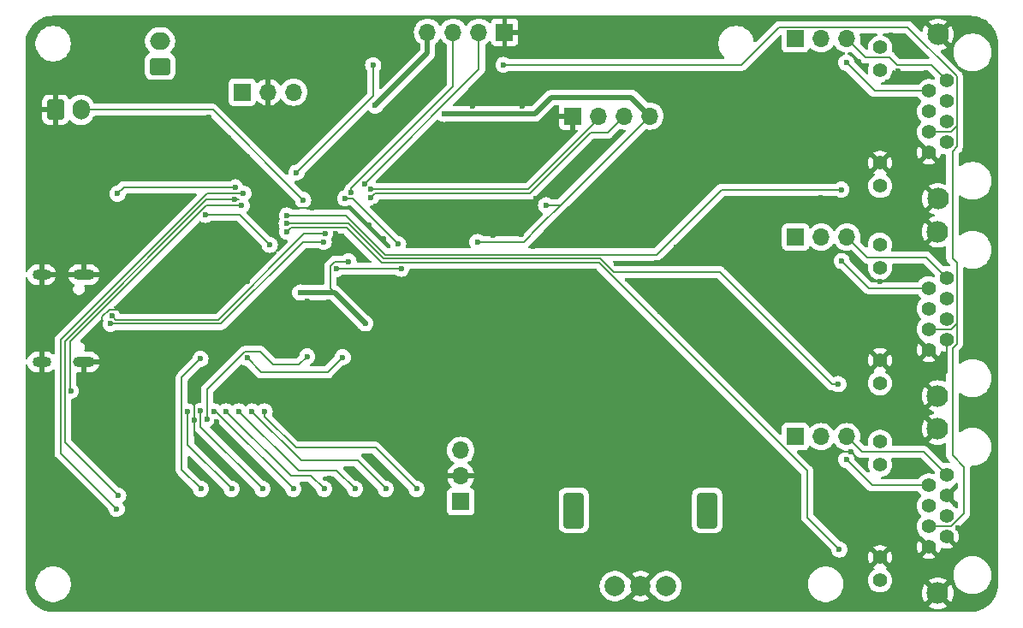
<source format=gbr>
%TF.GenerationSoftware,KiCad,Pcbnew,8.0.8*%
%TF.CreationDate,2026-01-13T22:42:20+09:00*%
%TF.ProjectId,robomas_f103_bridge_NHK2026,726f626f-6d61-4735-9f66-3130335f6272,rev?*%
%TF.SameCoordinates,Original*%
%TF.FileFunction,Copper,L2,Bot*%
%TF.FilePolarity,Positive*%
%FSLAX46Y46*%
G04 Gerber Fmt 4.6, Leading zero omitted, Abs format (unit mm)*
G04 Created by KiCad (PCBNEW 8.0.8) date 2026-01-13 22:42:20*
%MOMM*%
%LPD*%
G01*
G04 APERTURE LIST*
G04 Aperture macros list*
%AMRoundRect*
0 Rectangle with rounded corners*
0 $1 Rounding radius*
0 $2 $3 $4 $5 $6 $7 $8 $9 X,Y pos of 4 corners*
0 Add a 4 corners polygon primitive as box body*
4,1,4,$2,$3,$4,$5,$6,$7,$8,$9,$2,$3,0*
0 Add four circle primitives for the rounded corners*
1,1,$1+$1,$2,$3*
1,1,$1+$1,$4,$5*
1,1,$1+$1,$6,$7*
1,1,$1+$1,$8,$9*
0 Add four rect primitives between the rounded corners*
20,1,$1+$1,$2,$3,$4,$5,0*
20,1,$1+$1,$4,$5,$6,$7,0*
20,1,$1+$1,$6,$7,$8,$9,0*
20,1,$1+$1,$8,$9,$2,$3,0*%
G04 Aperture macros list end*
%TA.AperFunction,ComponentPad*%
%ADD10R,1.700000X1.700000*%
%TD*%
%TA.AperFunction,ComponentPad*%
%ADD11O,1.700000X1.700000*%
%TD*%
%TA.AperFunction,ComponentPad*%
%ADD12RoundRect,0.250000X-0.750000X-1.500000X0.750000X-1.500000X0.750000X1.500000X-0.750000X1.500000X0*%
%TD*%
%TA.AperFunction,ComponentPad*%
%ADD13C,2.000000*%
%TD*%
%TA.AperFunction,ComponentPad*%
%ADD14RoundRect,0.250000X-0.600000X-0.750000X0.600000X-0.750000X0.600000X0.750000X-0.600000X0.750000X0*%
%TD*%
%TA.AperFunction,ComponentPad*%
%ADD15O,1.700000X2.000000*%
%TD*%
%TA.AperFunction,ComponentPad*%
%ADD16C,1.397000*%
%TD*%
%TA.AperFunction,ComponentPad*%
%ADD17C,2.133600*%
%TD*%
%TA.AperFunction,ComponentPad*%
%ADD18O,2.150000X1.050000*%
%TD*%
%TA.AperFunction,ComponentPad*%
%ADD19O,1.850000X1.050000*%
%TD*%
%TA.AperFunction,ComponentPad*%
%ADD20RoundRect,0.250000X0.750000X-0.600000X0.750000X0.600000X-0.750000X0.600000X-0.750000X-0.600000X0*%
%TD*%
%TA.AperFunction,ComponentPad*%
%ADD21O,2.000000X1.700000*%
%TD*%
%TA.AperFunction,ViaPad*%
%ADD22C,0.600000*%
%TD*%
%TA.AperFunction,Conductor*%
%ADD23C,0.200000*%
%TD*%
%TA.AperFunction,Conductor*%
%ADD24C,0.500000*%
%TD*%
G04 APERTURE END LIST*
D10*
%TO.P,J8,1,Pin_1*%
%TO.N,unconnected-(J8-Pin_1-Pad1)*%
X101659000Y-27772000D03*
D11*
%TO.P,J8,2,Pin_2*%
%TO.N,Net-(J8-Pin_2)*%
X104199000Y-27772000D03*
%TO.P,J8,3,Pin_3*%
%TO.N,Net-(J12-Pin_1)*%
X106739000Y-27772000D03*
%TD*%
D12*
%TO.P,SW10,4*%
%TO.N,N/C*%
X79739800Y-74446800D03*
%TO.P,SW10,5*%
X92939800Y-74446800D03*
D13*
%TO.P,SW10,A,A*%
%TO.N,A_conne*%
X83799800Y-81946800D03*
%TO.P,SW10,B,B*%
%TO.N,B_conne*%
X88879800Y-81946800D03*
%TO.P,SW10,C,C*%
%TO.N,GND*%
X86339800Y-81946800D03*
%TD*%
D14*
%TO.P,J16,1,Pin_1*%
%TO.N,GND*%
X28500000Y-34800000D03*
D15*
%TO.P,J16,2,Pin_2*%
%TO.N,Start_button*%
X31000000Y-34800000D03*
%TD*%
D10*
%TO.P,J7,1,Pin_1*%
%TO.N,Net-(J7-Pin_1)*%
X46955000Y-33050000D03*
D11*
%TO.P,J7,2,Pin_2*%
%TO.N,GND*%
X49495000Y-33050000D03*
%TO.P,J7,3,Pin_3*%
%TO.N,unconnected-(J7-Pin_3-Pad3)*%
X52035000Y-33050000D03*
%TD*%
D16*
%TO.P,J1,1*%
%TO.N,Net-(J12-Pin_1)*%
X116639000Y-31922000D03*
%TO.P,J1,2*%
%TO.N,Net-(J12-Pin_2)*%
X114861000Y-32938000D03*
%TO.P,J1,3*%
%TO.N,GND*%
X116639000Y-33954000D03*
%TO.P,J1,4*%
%TO.N,5V*%
X114861000Y-34970000D03*
%TO.P,J1,5*%
X116639000Y-35986000D03*
%TO.P,J1,6*%
%TO.N,EMS*%
X114861000Y-37002000D03*
%TO.P,J1,7*%
%TO.N,GND*%
X116639000Y-38018000D03*
%TO.P,J1,8*%
X114861000Y-39034000D03*
%TO.P,J1,9*%
%TO.N,Net-(J1-Pad11)*%
X110035000Y-28620000D03*
%TO.P,J1,10*%
%TO.N,5V*%
X110035000Y-30906000D03*
%TO.P,J1,11*%
%TO.N,GND*%
X110035000Y-40050000D03*
%TO.P,J1,12*%
%TO.N,Net-(J1-Pad10)*%
X110035000Y-42336000D03*
D17*
%TO.P,J1,SH*%
%TO.N,GND*%
X115750000Y-43606000D03*
X115750000Y-27350000D03*
%TD*%
D18*
%TO.P,J11,SH1,SHIELD*%
%TO.N,GND*%
X31298600Y-51109200D03*
%TO.P,J11,SH2,SHIELD*%
X31298600Y-59749200D03*
D19*
%TO.P,J11,SH3,SHIELD*%
X27118600Y-51109200D03*
%TO.P,J11,SH4,SHIELD*%
X27118600Y-59749200D03*
%TD*%
D16*
%TO.P,J2,1*%
%TO.N,Net-(J13-Pin_1)*%
X116623000Y-51444000D03*
%TO.P,J2,2*%
%TO.N,Net-(J13-Pin_2)*%
X114845000Y-52460000D03*
%TO.P,J2,3*%
%TO.N,GND*%
X116623000Y-53476000D03*
%TO.P,J2,4*%
%TO.N,5V*%
X114845000Y-54492000D03*
%TO.P,J2,5*%
X116623000Y-55508000D03*
%TO.P,J2,6*%
%TO.N,EMS*%
X114845000Y-56524000D03*
%TO.P,J2,7*%
%TO.N,GND*%
X116623000Y-57540000D03*
%TO.P,J2,8*%
X114845000Y-58556000D03*
%TO.P,J2,9*%
%TO.N,Net-(J2-Pad11)*%
X110019000Y-48142000D03*
%TO.P,J2,10*%
%TO.N,5V*%
X110019000Y-50428000D03*
%TO.P,J2,11*%
%TO.N,GND*%
X110019000Y-59572000D03*
%TO.P,J2,12*%
%TO.N,Net-(J2-Pad10)*%
X110019000Y-61858000D03*
D17*
%TO.P,J2,SH*%
%TO.N,GND*%
X115734000Y-63128000D03*
X115734000Y-46872000D03*
%TD*%
D10*
%TO.P,J5,1,Pin_1*%
%TO.N,GND*%
X72900000Y-27125000D03*
D11*
%TO.P,J5,2,Pin_2*%
%TO.N,I2C_SDA*%
X70360000Y-27125000D03*
%TO.P,J5,3,Pin_3*%
%TO.N,I2C_SCL*%
X67820000Y-27125000D03*
%TO.P,J5,4,Pin_4*%
%TO.N,3.3V*%
X65280000Y-27125000D03*
%TD*%
D16*
%TO.P,J3,1*%
%TO.N,Net-(J10-Pin_3)*%
X116628000Y-70950000D03*
%TO.P,J3,2*%
%TO.N,Net-(J14-Pin_2)*%
X114850000Y-71966000D03*
%TO.P,J3,3*%
%TO.N,GND*%
X116628000Y-72982000D03*
%TO.P,J3,4*%
%TO.N,5V*%
X114850000Y-73998000D03*
%TO.P,J3,5*%
X116628000Y-75014000D03*
%TO.P,J3,6*%
%TO.N,EMS*%
X114850000Y-76030000D03*
%TO.P,J3,7*%
%TO.N,GND*%
X116628000Y-77046000D03*
%TO.P,J3,8*%
X114850000Y-78062000D03*
%TO.P,J3,9*%
%TO.N,Net-(J3-Pad11)*%
X110024000Y-67648000D03*
%TO.P,J3,10*%
%TO.N,5V*%
X110024000Y-69934000D03*
%TO.P,J3,11*%
%TO.N,GND*%
X110024000Y-79078000D03*
%TO.P,J3,12*%
%TO.N,Net-(J3-Pad10)*%
X110024000Y-81364000D03*
D17*
%TO.P,J3,SH*%
%TO.N,GND*%
X115739000Y-82634000D03*
X115739000Y-66378000D03*
%TD*%
D10*
%TO.P,J10,1,Pin_1*%
%TO.N,unconnected-(J10-Pin_1-Pad1)*%
X101648000Y-67140000D03*
D11*
%TO.P,J10,2,Pin_2*%
%TO.N,Net-(J10-Pin_2)*%
X104188000Y-67140000D03*
%TO.P,J10,3,Pin_3*%
%TO.N,Net-(J10-Pin_3)*%
X106728000Y-67140000D03*
%TD*%
D20*
%TO.P,J6,1,Pin_1*%
%TO.N,Net-(J6-Pin_1)*%
X38825000Y-30500000D03*
D21*
%TO.P,J6,2,Pin_2*%
%TO.N,Net-(J6-Pin_2)*%
X38825000Y-28000000D03*
%TD*%
D10*
%TO.P,J4,1,Pin_1*%
%TO.N,GND*%
X79650000Y-35425000D03*
D11*
%TO.P,J4,2,Pin_2*%
%TO.N,SWCLK*%
X82190000Y-35425000D03*
%TO.P,J4,3,Pin_3*%
%TO.N,SWDIO*%
X84730000Y-35425000D03*
%TO.P,J4,4,Pin_4*%
%TO.N,3.3V*%
X87270000Y-35425000D03*
%TD*%
D10*
%TO.P,J15,1,Pin_1*%
%TO.N,unconnected-(J15-Pin_1-Pad1)*%
X68561000Y-73575200D03*
D11*
%TO.P,J15,2,Pin_2*%
%TO.N,GND*%
X68561000Y-71035200D03*
%TO.P,J15,3,Pin_3*%
%TO.N,Net-(J15-Pin_3)*%
X68561000Y-68495200D03*
%TD*%
D10*
%TO.P,J9,1,Pin_1*%
%TO.N,unconnected-(J9-Pin_1-Pad1)*%
X101682000Y-47398000D03*
D11*
%TO.P,J9,2,Pin_2*%
%TO.N,Net-(J9-Pin_2)*%
X104222000Y-47398000D03*
%TO.P,J9,3,Pin_3*%
%TO.N,Net-(J13-Pin_1)*%
X106762000Y-47398000D03*
%TD*%
D22*
%TO.N,GND*%
X66950000Y-70250000D03*
X65500000Y-68150000D03*
X111550000Y-67800000D03*
X113750000Y-25922000D03*
X92100000Y-46350000D03*
X67700000Y-55850000D03*
X94000000Y-29400000D03*
X91550000Y-41200000D03*
X103800000Y-72750000D03*
X101600000Y-76150000D03*
X99500000Y-75750000D03*
X97600000Y-70650000D03*
X98800000Y-73050000D03*
X99250000Y-31800000D03*
X97400000Y-33750000D03*
X101650000Y-33950000D03*
X99550000Y-34300000D03*
X99050000Y-36900000D03*
X100750000Y-58900000D03*
X98100000Y-56150000D03*
X101750000Y-56700000D03*
X99350000Y-53650000D03*
X97450000Y-51550000D03*
X108500000Y-47700000D03*
X80294600Y-27692400D03*
X76840200Y-69450000D03*
X103180000Y-29165600D03*
X108488600Y-27565400D03*
X110038000Y-51771600D03*
X87051000Y-37115800D03*
X107750000Y-58350000D03*
X89413200Y-84105800D03*
X55656600Y-36023600D03*
X67848600Y-44710400D03*
X59898400Y-69577000D03*
X30002600Y-40697200D03*
X49281200Y-31350000D03*
X38943400Y-52787600D03*
X66146800Y-75876200D03*
X60584200Y-25914400D03*
X39197400Y-75698400D03*
X37571800Y-84182000D03*
X69748800Y-34400000D03*
X40289600Y-26143000D03*
X49916200Y-25889000D03*
X42829600Y-46310600D03*
X34422200Y-60839400D03*
X60939800Y-47529800D03*
X84663400Y-71964600D03*
X111648800Y-56100000D03*
X41204000Y-77857400D03*
X120198800Y-50700000D03*
X70414000Y-68307000D03*
X114559200Y-31121400D03*
X89895800Y-48418800D03*
X41712000Y-48520400D03*
X45166400Y-32188200D03*
X42194600Y-65487600D03*
X32237800Y-79660800D03*
X35336600Y-54718000D03*
X37775000Y-43872200D03*
X47477800Y-39452600D03*
X67493000Y-36303000D03*
X60533400Y-59569400D03*
X105491400Y-29165600D03*
X74554200Y-47098000D03*
X80421600Y-77425600D03*
X74351000Y-50908000D03*
X38714800Y-46488400D03*
X67950200Y-41205200D03*
X87914600Y-49968200D03*
X48316000Y-80753000D03*
X66900000Y-62000000D03*
X107550000Y-53250000D03*
X65816600Y-84182000D03*
X55148600Y-76587400D03*
X82700000Y-52000000D03*
X97312600Y-46005800D03*
X55047000Y-64979600D03*
X111150000Y-27450000D03*
X85323800Y-51746200D03*
X31221800Y-75495200D03*
X120750000Y-26750000D03*
X89921200Y-74530000D03*
X88524200Y-47098000D03*
X118898800Y-31450000D03*
X100843200Y-82251600D03*
X78800000Y-50850000D03*
X85350000Y-54500000D03*
X53827800Y-80575200D03*
X61041400Y-56343600D03*
X93096200Y-51746200D03*
X111384200Y-76054000D03*
X79098800Y-37550000D03*
X66959600Y-51492200D03*
X111181000Y-80245000D03*
X39476800Y-49790400D03*
X108971200Y-41154400D03*
X61270000Y-45650200D03*
X108945800Y-60687000D03*
X51795800Y-29064000D03*
X63556000Y-32467600D03*
X94800000Y-43700000D03*
X86100000Y-48250000D03*
X46106200Y-25863600D03*
X101200000Y-62450000D03*
X32466400Y-36252200D03*
X26650000Y-83350000D03*
X48087400Y-37471400D03*
X105364400Y-33559800D03*
X64343400Y-55962600D03*
X40315000Y-56953200D03*
X100767000Y-29495800D03*
X95900000Y-41700000D03*
X32237800Y-44050000D03*
X38740200Y-61576000D03*
X111765200Y-30994400D03*
X58933200Y-32594600D03*
X119283600Y-71812200D03*
X120198800Y-59350000D03*
X113314600Y-29038600D03*
X116337200Y-49942800D03*
X118166000Y-58959800D03*
X65384800Y-73945800D03*
X29799400Y-52711400D03*
X87889200Y-75342800D03*
X47452400Y-51822400D03*
X86670000Y-66935400D03*
X94163000Y-71126400D03*
X60762000Y-76257200D03*
X63987800Y-51390600D03*
X61905000Y-65798000D03*
X59466600Y-46234400D03*
X45750600Y-70618400D03*
X108450000Y-81400000D03*
X27411800Y-65233600D03*
X42829600Y-50146000D03*
X120148800Y-54650000D03*
X26650000Y-26650000D03*
X108400000Y-67500000D03*
X59822200Y-39325600D03*
X94550000Y-65150000D03*
X117753311Y-76149311D03*
X91572200Y-38081000D03*
X114356000Y-70059600D03*
X32263200Y-63150800D03*
X59568200Y-80651400D03*
X62590800Y-63989000D03*
X105400000Y-48550000D03*
X39756200Y-54667200D03*
X57663200Y-70567600D03*
X107150000Y-68637200D03*
X58907800Y-65360600D03*
X43642400Y-35566400D03*
X120198800Y-63450000D03*
X64241800Y-40519400D03*
X101400000Y-70600000D03*
X57104400Y-64928800D03*
X70312400Y-73818800D03*
X35133400Y-56927800D03*
X71760200Y-47225000D03*
X43198800Y-37650000D03*
X60863600Y-31908800D03*
X50779800Y-48241000D03*
X42677200Y-54438600D03*
X107650000Y-72800000D03*
X48773200Y-84182000D03*
X103103800Y-49053800D03*
X65105400Y-80448200D03*
X33431600Y-26041400D03*
X73792200Y-77298600D03*
X53878600Y-44532600D03*
X119817000Y-45193000D03*
X99344600Y-25939800D03*
X118928000Y-34245600D03*
X115930800Y-41560800D03*
X99903400Y-66173400D03*
X39019600Y-41560800D03*
X43083600Y-41535400D03*
X91343600Y-49892000D03*
X53345200Y-53727400D03*
X119512200Y-38081000D03*
X104700000Y-78450000D03*
X55529600Y-53854400D03*
X81650000Y-47500000D03*
X120948800Y-78300000D03*
X90581600Y-31858000D03*
X76027400Y-43618200D03*
X54716800Y-32848600D03*
X41204000Y-53676600D03*
X75722600Y-48291800D03*
X85550000Y-43600000D03*
X26573600Y-30029200D03*
X39248200Y-32950200D03*
X63479800Y-29292600D03*
X114406800Y-50577800D03*
X75341600Y-41154400D03*
X50881400Y-31426200D03*
X107904400Y-30003800D03*
X57714000Y-41408400D03*
X47579400Y-31324600D03*
X71963400Y-84182000D03*
X113543200Y-73056800D03*
X67721600Y-48139400D03*
X50246400Y-77019200D03*
X30104200Y-44329400D03*
X77272000Y-32035800D03*
X117505600Y-73844200D03*
X121098800Y-36550000D03*
X106000000Y-31150000D03*
X102951400Y-69170600D03*
X98658800Y-29419600D03*
X54259600Y-84182000D03*
X26649800Y-74911000D03*
X107701200Y-32543800D03*
X111600000Y-48350000D03*
X70109200Y-32416800D03*
X106000000Y-76800000D03*
X108133000Y-38233400D03*
X36327200Y-47352000D03*
X44379000Y-65640000D03*
X92080200Y-43669000D03*
X26649800Y-69170600D03*
X83164800Y-83953400D03*
X56190000Y-47072600D03*
X84434800Y-37014200D03*
X45600000Y-34850000D03*
X69600000Y-54200000D03*
X112628800Y-53422600D03*
X42702600Y-70440600D03*
X111028600Y-71075600D03*
X104170600Y-43465800D03*
X93700000Y-59700000D03*
X74648800Y-34400000D03*
X58399800Y-53676600D03*
X112197000Y-33890000D03*
X60025400Y-84182000D03*
X62997200Y-39909800D03*
X33431600Y-31096000D03*
X73385800Y-38665200D03*
X109555400Y-72879000D03*
X37114600Y-48114000D03*
X75011400Y-73310800D03*
X58831600Y-52051000D03*
X27005400Y-61601400D03*
X66858000Y-32289800D03*
X42829600Y-80651400D03*
X88300000Y-54750000D03*
X106000000Y-50900000D03*
X120198800Y-66150000D03*
X71480800Y-36404600D03*
X37952800Y-56953200D03*
X89692600Y-51822400D03*
X63632200Y-70389800D03*
X54031000Y-25965200D03*
X82834600Y-41256000D03*
X35108000Y-44050000D03*
X43921800Y-59290000D03*
X103256200Y-31172200D03*
X35666800Y-78009800D03*
X110774600Y-32061200D03*
X32060000Y-84182000D03*
X43058200Y-30334000D03*
X57587000Y-38792200D03*
X118548800Y-53150000D03*
X50398800Y-61677600D03*
X35209600Y-49663400D03*
X75316200Y-80346600D03*
X36200200Y-59112200D03*
X54412000Y-59315400D03*
X116159400Y-61195000D03*
X36047800Y-39351000D03*
X57536200Y-34525000D03*
X88752800Y-34601200D03*
X41280200Y-43745200D03*
X53472200Y-37750800D03*
X79550000Y-45055400D03*
X53200000Y-34800000D03*
X80100000Y-41050000D03*
X27335600Y-55454600D03*
X37470200Y-73818800D03*
X63350000Y-35500000D03*
X95450000Y-32450000D03*
X118089800Y-66046400D03*
X36962200Y-63963600D03*
X109631600Y-83318400D03*
X39222800Y-68459400D03*
X37394000Y-54667200D03*
X45776000Y-61652200D03*
X90302200Y-27870200D03*
X120550000Y-83250000D03*
X45572800Y-37598400D03*
X83952200Y-50044400D03*
X92791400Y-79559200D03*
X30205800Y-48266400D03*
X42601000Y-61576000D03*
X78796000Y-59188400D03*
X111231800Y-41256000D03*
X43109000Y-84182000D03*
X37190800Y-80880000D03*
X45014000Y-77374800D03*
X105948600Y-63074600D03*
X116413400Y-69424600D03*
X40619800Y-59848800D03*
X61270000Y-41687800D03*
X60685800Y-35795000D03*
X47655600Y-69577000D03*
X81717000Y-38030200D03*
X77526000Y-84055000D03*
X39299000Y-43846800D03*
X71250000Y-61650000D03*
X121148800Y-73250000D03*
X82809200Y-70999400D03*
X62870200Y-44304000D03*
X60127000Y-44380200D03*
X55555000Y-71304200D03*
X53954800Y-48799800D03*
X32110800Y-68815000D03*
X66400800Y-40113000D03*
X111155600Y-60763200D03*
X97348800Y-63650000D03*
X50246400Y-52355800D03*
X98557200Y-40113000D03*
X80800000Y-43450000D03*
X71607800Y-80753000D03*
X88050000Y-60050000D03*
%TO.N,3.3V*%
X60101600Y-34386000D03*
X57460000Y-49815800D03*
X76992600Y-44253200D03*
X52684800Y-52889200D03*
X70210800Y-47885400D03*
X59111000Y-55937200D03*
X66908800Y-35210800D03*
%TO.N,EMS*%
X72801600Y-30359400D03*
X52303800Y-41027400D03*
X59898400Y-30384800D03*
%TO.N,Net-(J12-Pin_2)*%
X106685200Y-30130800D03*
%TO.N,Net-(U1-PG10)*%
X34600000Y-43110200D03*
X46242138Y-42479589D03*
%TO.N,Net-(J13-Pin_2)*%
X106228000Y-49765000D03*
%TO.N,Net-(J14-Pin_2)*%
X106685200Y-69424600D03*
%TO.N,SWDIO*%
X59687324Y-43463330D03*
%TO.N,SWCLK*%
X59632168Y-42665232D03*
%TO.N,USB_DM*%
X33938914Y-55976689D03*
X55000425Y-47862938D03*
%TO.N,CAN1_LED*%
X51366919Y-45261233D03*
X106200000Y-42700000D03*
%TO.N,USB_DP*%
X55124400Y-47072600D03*
X34069400Y-55187400D03*
%TO.N,CAN3_RX*%
X56240800Y-50552400D03*
X62671980Y-50540399D03*
%TO.N,CAN2_LED*%
X105900000Y-61950000D03*
X51339187Y-46060754D03*
%TO.N,CAN3_LED*%
X106000000Y-78300000D03*
X51374635Y-46873835D03*
%TO.N,I2C_SCL*%
X57739400Y-42967400D03*
%TO.N,SW_Output7*%
X46893600Y-44279589D03*
X30002600Y-62617400D03*
%TO.N,CAN3_TX*%
X62362200Y-48088600D03*
X57129800Y-43567400D03*
%TO.N,SW_ClockPulse*%
X34676200Y-72980600D03*
X46193730Y-43679589D03*
%TO.N,SW_ParallelLoad*%
X34523800Y-74301400D03*
X47058807Y-43079589D03*
%TO.N,I2C_SDA*%
X59066481Y-42099544D03*
%TO.N,Net-(IC1-Q0)*%
X42850000Y-72310000D03*
X42820000Y-59451500D03*
%TO.N,RCLK*%
X47427000Y-59366200D03*
X56875800Y-59290000D03*
%TO.N,Net-(IC1-Q4)*%
X45370000Y-64651500D03*
X55038000Y-72312000D03*
%TO.N,Net-(IC1-Q7)*%
X49170000Y-64651500D03*
X64182000Y-72310000D03*
%TO.N,Net-(IC1-Q1)*%
X41570000Y-64651500D03*
X45894000Y-72310000D03*
%TO.N,Net-(IC1-Q5)*%
X58086000Y-72312000D03*
X46620000Y-64651500D03*
%TO.N,Net-(IC1-Q6)*%
X61134000Y-72310000D03*
X47920000Y-64651500D03*
%TO.N,Net-(IC1-Q3)*%
X44120000Y-64651500D03*
X51990000Y-72312000D03*
%TO.N,Net-(IC1-Q2)*%
X42820000Y-64601500D03*
X48942000Y-72310000D03*
%TO.N,Net-(IC2-Q0)*%
X43464600Y-65386000D03*
X53370600Y-59213800D03*
%TO.N,Net-(D18-A)*%
X49662200Y-48164800D03*
X43337600Y-45193000D03*
%TO.N,Start_button*%
X52964200Y-43719800D03*
%TD*%
D23*
%TO.N,GND*%
X35336600Y-54718000D02*
X35206000Y-54587400D01*
X52100600Y-44532600D02*
X51922800Y-44354800D01*
X107150000Y-68637200D02*
X107218600Y-68637200D01*
X51694200Y-44050000D02*
X51694200Y-43770600D01*
X117620000Y-71990000D02*
X117632600Y-71990000D01*
X60762000Y-47529800D02*
X60939800Y-47529800D01*
X59466600Y-46234400D02*
X60762000Y-47529800D01*
X47401600Y-51822400D02*
X47147600Y-51568400D01*
X33377800Y-56927800D02*
X35133400Y-56927800D01*
X116628000Y-72982000D02*
X117620000Y-71990000D01*
X117505600Y-73844200D02*
X117490200Y-73844200D01*
X42194600Y-61982400D02*
X42601000Y-61576000D01*
X116623000Y-57540000D02*
X116766400Y-57540000D01*
X116623000Y-60731400D02*
X116159400Y-61195000D01*
X116628000Y-77046000D02*
X117835800Y-78253800D01*
X59796800Y-39325600D02*
X59822200Y-39325600D01*
X44379000Y-66300400D02*
X47655600Y-69577000D01*
X33100000Y-55300000D02*
X33100000Y-56650000D01*
X44379000Y-65640000D02*
X44379000Y-66300400D01*
X33100000Y-56650000D02*
X33377800Y-56927800D01*
X42194600Y-65487600D02*
X42194600Y-61982400D01*
X35206000Y-54587400D02*
X33812600Y-54587400D01*
X117835800Y-78253800D02*
X117835800Y-78289200D01*
X33812600Y-54587400D02*
X33100000Y-55300000D01*
X51694200Y-44126200D02*
X51694200Y-44050000D01*
X116628000Y-72982000D02*
X117490200Y-73844200D01*
X42194600Y-67062400D02*
X42194600Y-65487600D01*
X106050200Y-68637200D02*
X107150000Y-68637200D01*
X47452400Y-51822400D02*
X47401600Y-51822400D01*
X53878600Y-44532600D02*
X52100600Y-44532600D01*
X51922800Y-44354800D02*
X51694200Y-44126200D01*
X45750600Y-70618400D02*
X42194600Y-67062400D01*
X57714000Y-41408400D02*
X59796800Y-39325600D01*
X116623000Y-57540000D02*
X116623000Y-60731400D01*
%TO.N,3.3V*%
X76281400Y-46413600D02*
X78682400Y-44012600D01*
D24*
X75900400Y-35210800D02*
X77526000Y-33585200D01*
D23*
X74809600Y-47885400D02*
X70210800Y-47885400D01*
D24*
X60101600Y-34386000D02*
X65280000Y-29207600D01*
D23*
X78441800Y-44253200D02*
X78682400Y-44012600D01*
X55640800Y-50303871D02*
X55640800Y-52467000D01*
D24*
X65280000Y-29207600D02*
X65280000Y-27125000D01*
X77526000Y-33585200D02*
X85430200Y-33585200D01*
X66908800Y-35210800D02*
X75900400Y-35210800D01*
X85430200Y-33585200D02*
X87270000Y-35425000D01*
D23*
X55640800Y-52467000D02*
X56063000Y-52889200D01*
X57460000Y-49815800D02*
X56128871Y-49815800D01*
D24*
X56063000Y-52889200D02*
X52684800Y-52889200D01*
D23*
X76281400Y-46413600D02*
X74809600Y-47885400D01*
D24*
X59111000Y-55937200D02*
X56063000Y-52889200D01*
D23*
X76992600Y-44253200D02*
X78441800Y-44253200D01*
X56128871Y-49815800D02*
X55640800Y-50303871D01*
X78682400Y-44012600D02*
X87270000Y-35425000D01*
%TO.N,EMS*%
X96306895Y-30359400D02*
X72801600Y-30359400D01*
X118343800Y-74710293D02*
X118343800Y-70125720D01*
X117187400Y-68969320D02*
X117187400Y-58387693D01*
X118343800Y-70125720D02*
X117187400Y-68969320D01*
X117187400Y-49468320D02*
X117187400Y-38881693D01*
X59898400Y-33432800D02*
X59898400Y-30384800D01*
X117024093Y-76030000D02*
X118343800Y-74710293D01*
X117621500Y-55921593D02*
X117621500Y-55886400D01*
X52303800Y-41027400D02*
X59898400Y-33432800D01*
X117621500Y-57953593D02*
X117621500Y-55886400D01*
X114861000Y-37002000D02*
X117035093Y-37002000D01*
X117019093Y-56524000D02*
X117621500Y-55921593D01*
X117637500Y-36176000D02*
X117637500Y-31508407D01*
X117621500Y-49902420D02*
X117187400Y-49468320D01*
X117621500Y-55886400D02*
X117621500Y-49902420D01*
X112751093Y-26622000D02*
X101478200Y-26622000D01*
X101478200Y-26622000D02*
X100044295Y-26622000D01*
X100044295Y-26622000D02*
X96306895Y-30359400D01*
X117187400Y-58387693D02*
X117621500Y-57953593D01*
X114850000Y-76030000D02*
X117024093Y-76030000D01*
X117637500Y-31508407D02*
X112751093Y-26622000D01*
X114845000Y-56524000D02*
X117019093Y-56524000D01*
X117187400Y-38881693D02*
X117637500Y-38431593D01*
X117637500Y-36399593D02*
X117637500Y-36176000D01*
X117035093Y-37002000D02*
X117637500Y-36399593D01*
X117637500Y-38431593D02*
X117637500Y-36176000D01*
%TO.N,Net-(J12-Pin_1)*%
X111761493Y-30394400D02*
X110985593Y-29618500D01*
X116639000Y-31922000D02*
X115111400Y-30394400D01*
X115111400Y-30394400D02*
X111761493Y-30394400D01*
X108585500Y-29618500D02*
X106739000Y-27772000D01*
X110985593Y-29618500D02*
X108585500Y-29618500D01*
%TO.N,Net-(J12-Pin_2)*%
X109492400Y-32938000D02*
X114861000Y-32938000D01*
X106685200Y-30130800D02*
X109492400Y-32938000D01*
%TO.N,Net-(U1-PG10)*%
X46242138Y-42479589D02*
X35230611Y-42479589D01*
X35230611Y-42479589D02*
X34600000Y-43110200D01*
%TO.N,Net-(J13-Pin_2)*%
X108923000Y-52460000D02*
X114845000Y-52460000D01*
X106228000Y-49765000D02*
X108923000Y-52460000D01*
%TO.N,Net-(J13-Pin_1)*%
X106762000Y-47398000D02*
X108793500Y-49429500D01*
X108793500Y-49429500D02*
X114608500Y-49429500D01*
X114608500Y-49429500D02*
X116623000Y-51444000D01*
%TO.N,Net-(J14-Pin_2)*%
X106685200Y-69424600D02*
X109226600Y-71966000D01*
X109226600Y-71966000D02*
X114850000Y-71966000D01*
%TO.N,Net-(J10-Pin_3)*%
X114324500Y-68646500D02*
X116628000Y-70950000D01*
X108234500Y-68646500D02*
X114324500Y-68646500D01*
X106728000Y-67140000D02*
X108234500Y-68646500D01*
%TO.N,SWDIO*%
X83075557Y-37079443D02*
X84730000Y-35425000D01*
X81401243Y-37079443D02*
X83075557Y-37079443D01*
X60080697Y-43065232D02*
X75415454Y-43065232D01*
X59687324Y-43458605D02*
X60080697Y-43065232D01*
X59687324Y-43463330D02*
X59687324Y-43458605D01*
X75415454Y-43065232D02*
X81401243Y-37079443D01*
%TO.N,SWCLK*%
X82190000Y-35725000D02*
X82190000Y-35425000D01*
X75249768Y-42665232D02*
X82190000Y-35725000D01*
X59632168Y-42665232D02*
X75249768Y-42665232D01*
%TO.N,USB_DM*%
X33938914Y-55976689D02*
X44847511Y-55976689D01*
X54997487Y-47860000D02*
X55000425Y-47862938D01*
X52964200Y-47860000D02*
X54997487Y-47860000D01*
X44847511Y-55976689D02*
X52964200Y-47860000D01*
%TO.N,CAN1_LED*%
X94370000Y-42700000D02*
X87940485Y-49129515D01*
X87940485Y-49129515D02*
X61092200Y-49129515D01*
X106200000Y-42700000D02*
X94370000Y-42700000D01*
X57223918Y-45261233D02*
X51366919Y-45261233D01*
X61092200Y-49129515D02*
X57223918Y-45261233D01*
%TO.N,USB_DP*%
X53086289Y-47072600D02*
X44582200Y-55576689D01*
X34458689Y-55576689D02*
X34069400Y-55187400D01*
X55124400Y-47072600D02*
X53086289Y-47072600D01*
X44582200Y-55576689D02*
X34458689Y-55576689D01*
%TO.N,CAN3_RX*%
X56252801Y-50540399D02*
X56240800Y-50552400D01*
X62671980Y-50540399D02*
X56252801Y-50540399D01*
%TO.N,CAN2_LED*%
X105245471Y-61950000D02*
X94152671Y-50857200D01*
X60889000Y-49529515D02*
X57420239Y-46060754D01*
X105900000Y-61950000D02*
X105245471Y-61950000D01*
X83705086Y-50857200D02*
X82377401Y-49529515D01*
X82377401Y-49529515D02*
X60889000Y-49529515D01*
X57420239Y-46060754D02*
X51339187Y-46060754D01*
X94152671Y-50857200D02*
X83705086Y-50857200D01*
%TO.N,CAN3_LED*%
X57266400Y-46472600D02*
X51775870Y-46472600D01*
X60734199Y-49940399D02*
X57266400Y-46472600D01*
X51775870Y-46472600D02*
X51374635Y-46873835D01*
X106000000Y-78300000D02*
X102824400Y-75124400D01*
X102824400Y-70542200D02*
X82222599Y-49940399D01*
X82222599Y-49940399D02*
X60734199Y-49940399D01*
X102824400Y-75124400D02*
X102824400Y-70542200D01*
%TO.N,I2C_SCL*%
X57739400Y-42578096D02*
X67820000Y-32497496D01*
X57739400Y-42967400D02*
X57739400Y-42578096D01*
X67820000Y-32497496D02*
X67820000Y-27125000D01*
%TO.N,SW_Output7*%
X43402482Y-44279589D02*
X29923600Y-57758471D01*
X29923600Y-57758471D02*
X29923600Y-62538400D01*
X46893600Y-44279589D02*
X43402482Y-44279589D01*
X29923600Y-62538400D02*
X30002600Y-62617400D01*
%TO.N,CAN3_TX*%
X57841000Y-43567400D02*
X57129800Y-43567400D01*
X62362200Y-48088600D02*
X57841000Y-43567400D01*
%TO.N,SW_ClockPulse*%
X29402600Y-57713785D02*
X29402600Y-67707000D01*
X46193730Y-43679589D02*
X46645071Y-43679589D01*
X29402600Y-67707000D02*
X34676200Y-72980600D01*
X43436796Y-43679589D02*
X29402600Y-57713785D01*
X46645071Y-43679589D02*
X43436796Y-43679589D01*
%TO.N,SW_ParallelLoad*%
X29002600Y-57548099D02*
X29002600Y-68780200D01*
X29002600Y-68780200D02*
X34523800Y-74301400D01*
X47058807Y-43079589D02*
X43471110Y-43079589D01*
X43471110Y-43079589D02*
X29002600Y-57548099D01*
%TO.N,I2C_SDA*%
X59066481Y-42099544D02*
X70360000Y-30806025D01*
X70360000Y-30806025D02*
X70360000Y-27125000D01*
%TO.N,Net-(IC1-Q0)*%
X42820000Y-59451500D02*
X40970000Y-61301500D01*
X40970000Y-70430000D02*
X42850000Y-72310000D01*
X40970000Y-61301500D02*
X40970000Y-70430000D01*
%TO.N,RCLK*%
X47427000Y-59366200D02*
X48849400Y-60788600D01*
X55377200Y-60788600D02*
X56875800Y-59290000D01*
X48849400Y-60788600D02*
X55377200Y-60788600D01*
%TO.N,Net-(IC1-Q4)*%
X53766000Y-71040000D02*
X55038000Y-72312000D01*
X45370000Y-64651500D02*
X51758500Y-71040000D01*
X51758500Y-71040000D02*
X53766000Y-71040000D01*
%TO.N,Net-(IC1-Q7)*%
X49170000Y-64651500D02*
X49170000Y-65172000D01*
X52244000Y-68246000D02*
X60118000Y-68246000D01*
X60118000Y-68246000D02*
X64182000Y-72310000D01*
X49170000Y-65172000D02*
X52244000Y-68246000D01*
%TO.N,Net-(IC1-Q1)*%
X41570000Y-67986000D02*
X45894000Y-72310000D01*
X41570000Y-64651500D02*
X41570000Y-67986000D01*
%TO.N,Net-(IC1-Q5)*%
X46620000Y-64651500D02*
X52500500Y-70532000D01*
X56306000Y-70532000D02*
X58086000Y-72312000D01*
X52500500Y-70532000D02*
X56306000Y-70532000D01*
%TO.N,Net-(IC1-Q6)*%
X47920000Y-64651500D02*
X52784500Y-69516000D01*
X58340000Y-69516000D02*
X61134000Y-72310000D01*
X52784500Y-69516000D02*
X58340000Y-69516000D01*
%TO.N,Net-(IC1-Q3)*%
X44329500Y-64651500D02*
X51990000Y-72312000D01*
X44120000Y-64651500D02*
X44329500Y-64651500D01*
%TO.N,Net-(IC1-Q2)*%
X42820000Y-64601500D02*
X42820000Y-66188000D01*
X42820000Y-66188000D02*
X48942000Y-72310000D01*
%TO.N,Net-(IC2-Q0)*%
X50017800Y-60026600D02*
X52557800Y-60026600D01*
X43464600Y-65386000D02*
X43464600Y-62480071D01*
X52557800Y-60026600D02*
X53370600Y-59213800D01*
X43464600Y-62480071D02*
X47178471Y-58766200D01*
X48757400Y-58766200D02*
X50017800Y-60026600D01*
X47178471Y-58766200D02*
X48757400Y-58766200D01*
%TO.N,Net-(D18-A)*%
X46690400Y-45193000D02*
X43337600Y-45193000D01*
X49662200Y-48164800D02*
X46690400Y-45193000D01*
%TO.N,Start_button*%
X44044400Y-34800000D02*
X31000000Y-34800000D01*
X52964200Y-43719800D02*
X44044400Y-34800000D01*
%TD*%
%TA.AperFunction,Conductor*%
%TO.N,GND*%
G36*
X118955380Y-25498791D02*
G01*
X119252804Y-25515496D01*
X119266606Y-25517051D01*
X119556857Y-25566366D01*
X119570413Y-25569460D01*
X119853316Y-25650963D01*
X119866442Y-25655556D01*
X120138438Y-25768221D01*
X120150959Y-25774251D01*
X120158384Y-25778355D01*
X120408629Y-25916662D01*
X120420402Y-25924059D01*
X120660506Y-26094421D01*
X120671378Y-26103091D01*
X120813354Y-26229969D01*
X120890899Y-26299267D01*
X120900730Y-26309098D01*
X120998820Y-26418860D01*
X121096908Y-26528621D01*
X121105578Y-26539493D01*
X121275940Y-26779597D01*
X121283337Y-26791370D01*
X121425747Y-27049039D01*
X121431781Y-27061568D01*
X121544443Y-27333558D01*
X121549036Y-27346683D01*
X121630539Y-27629586D01*
X121633633Y-27643143D01*
X121682947Y-27933385D01*
X121684504Y-27947203D01*
X121698977Y-28204908D01*
X121699661Y-28217088D01*
X121701208Y-28244624D01*
X121701403Y-28251577D01*
X121701403Y-81748422D01*
X121701208Y-81755375D01*
X121684504Y-82052796D01*
X121682947Y-82066614D01*
X121633633Y-82356856D01*
X121630539Y-82370413D01*
X121549036Y-82653316D01*
X121544443Y-82666441D01*
X121431781Y-82938431D01*
X121425747Y-82950960D01*
X121283337Y-83208629D01*
X121275940Y-83220402D01*
X121105578Y-83460506D01*
X121096908Y-83471378D01*
X120900732Y-83690899D01*
X120890899Y-83700732D01*
X120671378Y-83896908D01*
X120660506Y-83905578D01*
X120420402Y-84075940D01*
X120408629Y-84083337D01*
X120150960Y-84225747D01*
X120138431Y-84231781D01*
X119866441Y-84344443D01*
X119853316Y-84349036D01*
X119570413Y-84430539D01*
X119556856Y-84433633D01*
X119266615Y-84482947D01*
X119252797Y-84484504D01*
X118955382Y-84501206D01*
X118948426Y-84501401D01*
X28321025Y-84499501D01*
X28320999Y-84499500D01*
X28315892Y-84499500D01*
X28253481Y-84499500D01*
X28246528Y-84499305D01*
X27949106Y-84482602D01*
X27935288Y-84481045D01*
X27645046Y-84431730D01*
X27631489Y-84428636D01*
X27348586Y-84347133D01*
X27335462Y-84342540D01*
X27063472Y-84229879D01*
X27050943Y-84223846D01*
X26793273Y-84081436D01*
X26781499Y-84074038D01*
X26541395Y-83903676D01*
X26530523Y-83895006D01*
X26311002Y-83698830D01*
X26301169Y-83688997D01*
X26104993Y-83469476D01*
X26096323Y-83458604D01*
X26088302Y-83447300D01*
X26039753Y-83378876D01*
X25925961Y-83218500D01*
X25918563Y-83206726D01*
X25870445Y-83119664D01*
X25776149Y-82949049D01*
X25770120Y-82936527D01*
X25657459Y-82664537D01*
X25652866Y-82651413D01*
X25579546Y-82396915D01*
X25571362Y-82368508D01*
X25568269Y-82354953D01*
X25563167Y-82324923D01*
X25518953Y-82064703D01*
X25517397Y-82050892D01*
X25515248Y-82012626D01*
X25500695Y-81753471D01*
X25500500Y-81746519D01*
X25500500Y-81635258D01*
X26499500Y-81635258D01*
X26499500Y-81864741D01*
X26524009Y-82050892D01*
X26529452Y-82092238D01*
X26572744Y-82253807D01*
X26588842Y-82313887D01*
X26676650Y-82525876D01*
X26676657Y-82525890D01*
X26791392Y-82724617D01*
X26931081Y-82906661D01*
X26931089Y-82906670D01*
X27093330Y-83068911D01*
X27093338Y-83068918D01*
X27275382Y-83208607D01*
X27275385Y-83208608D01*
X27275388Y-83208611D01*
X27474112Y-83323344D01*
X27474117Y-83323346D01*
X27474123Y-83323349D01*
X27551692Y-83355479D01*
X27686113Y-83411158D01*
X27907762Y-83470548D01*
X28135266Y-83500500D01*
X28135273Y-83500500D01*
X28364727Y-83500500D01*
X28364734Y-83500500D01*
X28592238Y-83470548D01*
X28813887Y-83411158D01*
X29025888Y-83323344D01*
X29224612Y-83208611D01*
X29406661Y-83068919D01*
X29406665Y-83068914D01*
X29406670Y-83068911D01*
X29568911Y-82906670D01*
X29568914Y-82906665D01*
X29568919Y-82906661D01*
X29708611Y-82724612D01*
X29823344Y-82525888D01*
X29911158Y-82313887D01*
X29970548Y-82092238D01*
X29989696Y-81946794D01*
X82294157Y-81946794D01*
X82294157Y-81946805D01*
X82314690Y-82194612D01*
X82314692Y-82194624D01*
X82375736Y-82435681D01*
X82475626Y-82663406D01*
X82611633Y-82871582D01*
X82643926Y-82906661D01*
X82780056Y-83054538D01*
X82976291Y-83207274D01*
X83083593Y-83265343D01*
X83194132Y-83325164D01*
X83194990Y-83325628D01*
X83413941Y-83400794D01*
X83428764Y-83405883D01*
X83430186Y-83406371D01*
X83675465Y-83447300D01*
X83924135Y-83447300D01*
X84169414Y-83406371D01*
X84404610Y-83325628D01*
X84623309Y-83207274D01*
X84819544Y-83054538D01*
X84987964Y-82871585D01*
X84988333Y-82871019D01*
X84988545Y-82870838D01*
X84991122Y-82867529D01*
X84991802Y-82868058D01*
X85041476Y-82825660D01*
X85104939Y-82815497D01*
X85116363Y-82816681D01*
X85856837Y-82076208D01*
X85873875Y-82139793D01*
X85939701Y-82253807D01*
X86032793Y-82346899D01*
X86146807Y-82412725D01*
X86210391Y-82429762D01*
X85469743Y-83170409D01*
X85516568Y-83206855D01*
X85516571Y-83206857D01*
X85735185Y-83325164D01*
X85735196Y-83325169D01*
X85970306Y-83405883D01*
X86215507Y-83446800D01*
X86464093Y-83446800D01*
X86709293Y-83405883D01*
X86944403Y-83325169D01*
X86944414Y-83325164D01*
X87163030Y-83206856D01*
X87163036Y-83206851D01*
X87209855Y-83170410D01*
X87209856Y-83170409D01*
X86469208Y-82429762D01*
X86532793Y-82412725D01*
X86646807Y-82346899D01*
X86739899Y-82253807D01*
X86805725Y-82139793D01*
X86822762Y-82076209D01*
X87563234Y-82816681D01*
X87574660Y-82815497D01*
X87643373Y-82828160D01*
X87687892Y-82867994D01*
X87688483Y-82867535D01*
X87691018Y-82870792D01*
X87691256Y-82871005D01*
X87691631Y-82871580D01*
X87723926Y-82906661D01*
X87860056Y-83054538D01*
X88056291Y-83207274D01*
X88163593Y-83265343D01*
X88274132Y-83325164D01*
X88274990Y-83325628D01*
X88493941Y-83400794D01*
X88508764Y-83405883D01*
X88510186Y-83406371D01*
X88755465Y-83447300D01*
X89004135Y-83447300D01*
X89249414Y-83406371D01*
X89484610Y-83325628D01*
X89703309Y-83207274D01*
X89899544Y-83054538D01*
X90067964Y-82871585D01*
X90203973Y-82663407D01*
X90303863Y-82435681D01*
X90364908Y-82194621D01*
X90364909Y-82194612D01*
X90385443Y-81946805D01*
X90385443Y-81946794D01*
X90364909Y-81698987D01*
X90364907Y-81698975D01*
X90348772Y-81635258D01*
X102899500Y-81635258D01*
X102899500Y-81864741D01*
X102924009Y-82050892D01*
X102929452Y-82092238D01*
X102972744Y-82253807D01*
X102988842Y-82313887D01*
X103076650Y-82525876D01*
X103076657Y-82525890D01*
X103191392Y-82724617D01*
X103331081Y-82906661D01*
X103331089Y-82906670D01*
X103493330Y-83068911D01*
X103493338Y-83068918D01*
X103675382Y-83208607D01*
X103675385Y-83208608D01*
X103675388Y-83208611D01*
X103874112Y-83323344D01*
X103874117Y-83323346D01*
X103874123Y-83323349D01*
X103951692Y-83355479D01*
X104086113Y-83411158D01*
X104307762Y-83470548D01*
X104535266Y-83500500D01*
X104535273Y-83500500D01*
X104764727Y-83500500D01*
X104764734Y-83500500D01*
X104992238Y-83470548D01*
X105213887Y-83411158D01*
X105425888Y-83323344D01*
X105624612Y-83208611D01*
X105806661Y-83068919D01*
X105806665Y-83068914D01*
X105806670Y-83068911D01*
X105968911Y-82906670D01*
X105968914Y-82906665D01*
X105968919Y-82906661D01*
X106108611Y-82724612D01*
X106160926Y-82634000D01*
X114167355Y-82634000D01*
X114186705Y-82879862D01*
X114244276Y-83119664D01*
X114338653Y-83347512D01*
X114465287Y-83554159D01*
X115013356Y-83006090D01*
X115018706Y-83019005D01*
X115107657Y-83152130D01*
X115220870Y-83265343D01*
X115353995Y-83354294D01*
X115366908Y-83359643D01*
X114818839Y-83907711D01*
X115025487Y-84034346D01*
X115253335Y-84128723D01*
X115493137Y-84186294D01*
X115739000Y-84205644D01*
X115984862Y-84186294D01*
X116224664Y-84128723D01*
X116452512Y-84034346D01*
X116659159Y-83907711D01*
X116111090Y-83359643D01*
X116124005Y-83354294D01*
X116257130Y-83265343D01*
X116370343Y-83152130D01*
X116459294Y-83019005D01*
X116464643Y-83006091D01*
X117012711Y-83554159D01*
X117139346Y-83347512D01*
X117233723Y-83119664D01*
X117291294Y-82879862D01*
X117310644Y-82634000D01*
X117291294Y-82388137D01*
X117233723Y-82148335D01*
X117139346Y-81920487D01*
X117012711Y-81713839D01*
X116464642Y-82261908D01*
X116459294Y-82248995D01*
X116370343Y-82115870D01*
X116257130Y-82002657D01*
X116124005Y-81913706D01*
X116111089Y-81908356D01*
X116659159Y-81360287D01*
X116452512Y-81233653D01*
X116224664Y-81139276D01*
X115984862Y-81081705D01*
X115739000Y-81062355D01*
X115493137Y-81081705D01*
X115253335Y-81139276D01*
X115025495Y-81233650D01*
X115025490Y-81233653D01*
X114818839Y-81360287D01*
X115366909Y-81908356D01*
X115353995Y-81913706D01*
X115220870Y-82002657D01*
X115107657Y-82115870D01*
X115018706Y-82248995D01*
X115013356Y-82261909D01*
X114465287Y-81713839D01*
X114338653Y-81920490D01*
X114338650Y-81920495D01*
X114244276Y-82148335D01*
X114186705Y-82388137D01*
X114167355Y-82634000D01*
X106160926Y-82634000D01*
X106223344Y-82525888D01*
X106311158Y-82313887D01*
X106370548Y-82092238D01*
X106400500Y-81864734D01*
X106400500Y-81635266D01*
X106370548Y-81407762D01*
X106358822Y-81363999D01*
X108819863Y-81363999D01*
X108819863Y-81364000D01*
X108840365Y-81585259D01*
X108840366Y-81585261D01*
X108901174Y-81798979D01*
X108901180Y-81798994D01*
X109000222Y-81997896D01*
X109134133Y-82175224D01*
X109298344Y-82324921D01*
X109298346Y-82324923D01*
X109487266Y-82441897D01*
X109487272Y-82441900D01*
X109499921Y-82446800D01*
X109694472Y-82522170D01*
X109912896Y-82563000D01*
X109912899Y-82563000D01*
X110135101Y-82563000D01*
X110135104Y-82563000D01*
X110353528Y-82522170D01*
X110560730Y-82441899D01*
X110749655Y-82324922D01*
X110913868Y-82175222D01*
X111047778Y-81997896D01*
X111146824Y-81798984D01*
X111207634Y-81585260D01*
X111228137Y-81364000D01*
X111207634Y-81142740D01*
X111146824Y-80929016D01*
X111049233Y-80733026D01*
X117291900Y-80733026D01*
X117291900Y-80978973D01*
X117324000Y-81222791D01*
X117387654Y-81460350D01*
X117481126Y-81686011D01*
X117481767Y-81687558D01*
X117604733Y-81900541D01*
X117604736Y-81900546D01*
X117604738Y-81900548D01*
X117754445Y-82095651D01*
X117754451Y-82095658D01*
X117928341Y-82269548D01*
X117928348Y-82269554D01*
X118057311Y-82368510D01*
X118123459Y-82419267D01*
X118336442Y-82542233D01*
X118563654Y-82636347D01*
X118801206Y-82699999D01*
X119045034Y-82732100D01*
X119045041Y-82732100D01*
X119290959Y-82732100D01*
X119290966Y-82732100D01*
X119534794Y-82699999D01*
X119772346Y-82636347D01*
X119999558Y-82542233D01*
X120212541Y-82419267D01*
X120407653Y-82269553D01*
X120581553Y-82095653D01*
X120731267Y-81900541D01*
X120854233Y-81687558D01*
X120948347Y-81460346D01*
X121011999Y-81222794D01*
X121044100Y-80978966D01*
X121044100Y-80733034D01*
X121011999Y-80489206D01*
X120948347Y-80251654D01*
X120854233Y-80024442D01*
X120731267Y-79811459D01*
X120654669Y-79711634D01*
X120581554Y-79616348D01*
X120581548Y-79616341D01*
X120407658Y-79442451D01*
X120407651Y-79442445D01*
X120212548Y-79292738D01*
X120212546Y-79292736D01*
X120212541Y-79292733D01*
X119999558Y-79169767D01*
X119999554Y-79169765D01*
X119772350Y-79075654D01*
X119534791Y-79012000D01*
X119290973Y-78979900D01*
X119290966Y-78979900D01*
X119045034Y-78979900D01*
X119045026Y-78979900D01*
X118801208Y-79012000D01*
X118563649Y-79075654D01*
X118336445Y-79169765D01*
X118336441Y-79169767D01*
X118249983Y-79219684D01*
X118123459Y-79292733D01*
X118123456Y-79292734D01*
X118123451Y-79292738D01*
X117928348Y-79442445D01*
X117928341Y-79442451D01*
X117754451Y-79616341D01*
X117754445Y-79616348D01*
X117604738Y-79811451D01*
X117481767Y-80024441D01*
X117481765Y-80024445D01*
X117387654Y-80251649D01*
X117324000Y-80489208D01*
X117291900Y-80733026D01*
X111049233Y-80733026D01*
X111047778Y-80730104D01*
X110944498Y-80593339D01*
X110913866Y-80552775D01*
X110749655Y-80403078D01*
X110749653Y-80403076D01*
X110625383Y-80326132D01*
X110578747Y-80274104D01*
X110567643Y-80205123D01*
X110595596Y-80141088D01*
X110625383Y-80115278D01*
X110676237Y-80083790D01*
X110108095Y-79515647D01*
X110195571Y-79492208D01*
X110296930Y-79433689D01*
X110379689Y-79350930D01*
X110438208Y-79249571D01*
X110461647Y-79162094D01*
X111031788Y-79732235D01*
X111031789Y-79732235D01*
X111047349Y-79711632D01*
X111047350Y-79711629D01*
X111146350Y-79512813D01*
X111146356Y-79512798D01*
X111207139Y-79299168D01*
X111207140Y-79299166D01*
X111227634Y-79078000D01*
X111227634Y-79077999D01*
X111207140Y-78856833D01*
X111207139Y-78856831D01*
X111146356Y-78643201D01*
X111146350Y-78643186D01*
X111047351Y-78444370D01*
X111047349Y-78444367D01*
X111031788Y-78423762D01*
X110461647Y-78993904D01*
X110438208Y-78906429D01*
X110379689Y-78805070D01*
X110296930Y-78722311D01*
X110195571Y-78663792D01*
X110108094Y-78640352D01*
X110676237Y-78072208D01*
X110676236Y-78072207D01*
X110560509Y-78000552D01*
X110560503Y-78000549D01*
X110353392Y-77920315D01*
X110135055Y-77879500D01*
X109912945Y-77879500D01*
X109694607Y-77920315D01*
X109487495Y-78000550D01*
X109371761Y-78072208D01*
X109939906Y-78640352D01*
X109852429Y-78663792D01*
X109751070Y-78722311D01*
X109668311Y-78805070D01*
X109609792Y-78906429D01*
X109586352Y-78993905D01*
X109016210Y-78423762D01*
X109000651Y-78444367D01*
X109000646Y-78444374D01*
X108901649Y-78643186D01*
X108901643Y-78643201D01*
X108840860Y-78856831D01*
X108840859Y-78856833D01*
X108820366Y-79077999D01*
X108820366Y-79078000D01*
X108840859Y-79299166D01*
X108840860Y-79299168D01*
X108901643Y-79512798D01*
X108901649Y-79512813D01*
X109000646Y-79711626D01*
X109000651Y-79711634D01*
X109016209Y-79732235D01*
X109586352Y-79162093D01*
X109609792Y-79249571D01*
X109668311Y-79350930D01*
X109751070Y-79433689D01*
X109852429Y-79492208D01*
X109939905Y-79515647D01*
X109371761Y-80083790D01*
X109422616Y-80115278D01*
X109469252Y-80167305D01*
X109480356Y-80236287D01*
X109452403Y-80300322D01*
X109422617Y-80326132D01*
X109298343Y-80403079D01*
X109134133Y-80552775D01*
X109000222Y-80730103D01*
X108901180Y-80929005D01*
X108901174Y-80929020D01*
X108840366Y-81142738D01*
X108840365Y-81142740D01*
X108819863Y-81363999D01*
X106358822Y-81363999D01*
X106311158Y-81186113D01*
X106243190Y-81022024D01*
X106223349Y-80974123D01*
X106223346Y-80974117D01*
X106223344Y-80974112D01*
X106108611Y-80775388D01*
X106108608Y-80775385D01*
X106108607Y-80775382D01*
X105968918Y-80593338D01*
X105968911Y-80593330D01*
X105806670Y-80431089D01*
X105806661Y-80431081D01*
X105624617Y-80291392D01*
X105425890Y-80176657D01*
X105425876Y-80176650D01*
X105213887Y-80088842D01*
X105195032Y-80083790D01*
X104992238Y-80029452D01*
X104954176Y-80024441D01*
X104764741Y-79999500D01*
X104764734Y-79999500D01*
X104535266Y-79999500D01*
X104535258Y-79999500D01*
X104318715Y-80028009D01*
X104307762Y-80029452D01*
X104214076Y-80054554D01*
X104086112Y-80088842D01*
X103874123Y-80176650D01*
X103874109Y-80176657D01*
X103675382Y-80291392D01*
X103493338Y-80431081D01*
X103331081Y-80593338D01*
X103191392Y-80775382D01*
X103076657Y-80974109D01*
X103076650Y-80974123D01*
X102988842Y-81186112D01*
X102929453Y-81407759D01*
X102929451Y-81407770D01*
X102899500Y-81635258D01*
X90348772Y-81635258D01*
X90303863Y-81457918D01*
X90203973Y-81230193D01*
X90067966Y-81022017D01*
X90028341Y-80978973D01*
X89899544Y-80839062D01*
X89703309Y-80686326D01*
X89703307Y-80686325D01*
X89703306Y-80686324D01*
X89484611Y-80567972D01*
X89484602Y-80567969D01*
X89249416Y-80487229D01*
X89004135Y-80446300D01*
X88755465Y-80446300D01*
X88510183Y-80487229D01*
X88274997Y-80567969D01*
X88274988Y-80567972D01*
X88056293Y-80686324D01*
X87860057Y-80839061D01*
X87691637Y-81022013D01*
X87691629Y-81022024D01*
X87691255Y-81022597D01*
X87691042Y-81022778D01*
X87688490Y-81026058D01*
X87687814Y-81025532D01*
X87638104Y-81067947D01*
X87574665Y-81078102D01*
X87563235Y-81076916D01*
X86822762Y-81817390D01*
X86805725Y-81753807D01*
X86739899Y-81639793D01*
X86646807Y-81546701D01*
X86532793Y-81480875D01*
X86469209Y-81463837D01*
X87209855Y-80723189D01*
X87209855Y-80723188D01*
X87163036Y-80686747D01*
X87163031Y-80686744D01*
X86944414Y-80568435D01*
X86944403Y-80568430D01*
X86709293Y-80487716D01*
X86464093Y-80446800D01*
X86215507Y-80446800D01*
X85970306Y-80487716D01*
X85735196Y-80568430D01*
X85735185Y-80568435D01*
X85516570Y-80686743D01*
X85469743Y-80723189D01*
X86210391Y-81463837D01*
X86146807Y-81480875D01*
X86032793Y-81546701D01*
X85939701Y-81639793D01*
X85873875Y-81753807D01*
X85856837Y-81817390D01*
X85116363Y-81076916D01*
X85104936Y-81078102D01*
X85036223Y-81065437D01*
X84991710Y-81025602D01*
X84991117Y-81026065D01*
X84988568Y-81022791D01*
X84988335Y-81022582D01*
X84987966Y-81022018D01*
X84987965Y-81022017D01*
X84987964Y-81022015D01*
X84819544Y-80839062D01*
X84623309Y-80686326D01*
X84623307Y-80686325D01*
X84623306Y-80686324D01*
X84404611Y-80567972D01*
X84404602Y-80567969D01*
X84169416Y-80487229D01*
X83924135Y-80446300D01*
X83675465Y-80446300D01*
X83430183Y-80487229D01*
X83194997Y-80567969D01*
X83194988Y-80567972D01*
X82976293Y-80686324D01*
X82780057Y-80839061D01*
X82611633Y-81022017D01*
X82475626Y-81230193D01*
X82375736Y-81457918D01*
X82314692Y-81698975D01*
X82314690Y-81698987D01*
X82294157Y-81946794D01*
X29989696Y-81946794D01*
X30000500Y-81864734D01*
X30000500Y-81635266D01*
X29970548Y-81407762D01*
X29911158Y-81186113D01*
X29843190Y-81022024D01*
X29823349Y-80974123D01*
X29823346Y-80974117D01*
X29823344Y-80974112D01*
X29708611Y-80775388D01*
X29708608Y-80775385D01*
X29708607Y-80775382D01*
X29568918Y-80593338D01*
X29568911Y-80593330D01*
X29406670Y-80431089D01*
X29406661Y-80431081D01*
X29224617Y-80291392D01*
X29025890Y-80176657D01*
X29025876Y-80176650D01*
X28813887Y-80088842D01*
X28795032Y-80083790D01*
X28592238Y-80029452D01*
X28554176Y-80024441D01*
X28364741Y-79999500D01*
X28364734Y-79999500D01*
X28135266Y-79999500D01*
X28135258Y-79999500D01*
X27918715Y-80028009D01*
X27907762Y-80029452D01*
X27814076Y-80054554D01*
X27686112Y-80088842D01*
X27474123Y-80176650D01*
X27474109Y-80176657D01*
X27275382Y-80291392D01*
X27093338Y-80431081D01*
X26931081Y-80593338D01*
X26791392Y-80775382D01*
X26676657Y-80974109D01*
X26676650Y-80974123D01*
X26588842Y-81186112D01*
X26529453Y-81407759D01*
X26529451Y-81407770D01*
X26499500Y-81635258D01*
X25500500Y-81635258D01*
X25500500Y-60110290D01*
X25520185Y-60043251D01*
X25572989Y-59997496D01*
X25642147Y-59987552D01*
X25705703Y-60016577D01*
X25739061Y-60062838D01*
X25810252Y-60234713D01*
X25810259Y-60234726D01*
X25922429Y-60402599D01*
X25922432Y-60402603D01*
X26065196Y-60545367D01*
X26065200Y-60545370D01*
X26233073Y-60657540D01*
X26233086Y-60657547D01*
X26419616Y-60734809D01*
X26419625Y-60734812D01*
X26617641Y-60774199D01*
X26617645Y-60774200D01*
X26868600Y-60774200D01*
X26868600Y-60074200D01*
X27368600Y-60074200D01*
X27368600Y-60774200D01*
X27619555Y-60774200D01*
X27619558Y-60774199D01*
X27817574Y-60734812D01*
X27817583Y-60734809D01*
X28004113Y-60657547D01*
X28004126Y-60657540D01*
X28171999Y-60545370D01*
X28172003Y-60545367D01*
X28190419Y-60526952D01*
X28251742Y-60493467D01*
X28321434Y-60498451D01*
X28377367Y-60540323D01*
X28401784Y-60605787D01*
X28402100Y-60614633D01*
X28402100Y-68693530D01*
X28402099Y-68693548D01*
X28402099Y-68859254D01*
X28402098Y-68859254D01*
X28410406Y-68890259D01*
X28443023Y-69011985D01*
X28443024Y-69011987D01*
X28443023Y-69011987D01*
X28450720Y-69025317D01*
X28450721Y-69025318D01*
X28522077Y-69148912D01*
X28522081Y-69148917D01*
X28640949Y-69267785D01*
X28640955Y-69267790D01*
X33693098Y-74319933D01*
X33726583Y-74381256D01*
X33728637Y-74393730D01*
X33738430Y-74480649D01*
X33798010Y-74650921D01*
X33880840Y-74782744D01*
X33893984Y-74803662D01*
X34021538Y-74931216D01*
X34174278Y-75027189D01*
X34244961Y-75051922D01*
X34344545Y-75086768D01*
X34344550Y-75086769D01*
X34523796Y-75106965D01*
X34523800Y-75106965D01*
X34523804Y-75106965D01*
X34703049Y-75086769D01*
X34703052Y-75086768D01*
X34703055Y-75086768D01*
X34873322Y-75027189D01*
X35026062Y-74931216D01*
X35153616Y-74803662D01*
X35249589Y-74650922D01*
X35309168Y-74480655D01*
X35310022Y-74473076D01*
X35329365Y-74301403D01*
X35329365Y-74301396D01*
X35309169Y-74122150D01*
X35309168Y-74122145D01*
X35249588Y-73951876D01*
X35189238Y-73855830D01*
X35153616Y-73799138D01*
X35153615Y-73799137D01*
X35149275Y-73793695D01*
X35151378Y-73792017D01*
X35123768Y-73741452D01*
X35128752Y-73671760D01*
X35170624Y-73615827D01*
X35178200Y-73610624D01*
X35178456Y-73610419D01*
X35178462Y-73610416D01*
X35306016Y-73482862D01*
X35401989Y-73330122D01*
X35461568Y-73159855D01*
X35466333Y-73117565D01*
X35481765Y-72980603D01*
X35481765Y-72980596D01*
X35461569Y-72801350D01*
X35461568Y-72801345D01*
X35432244Y-72717541D01*
X35401989Y-72631078D01*
X35399719Y-72627466D01*
X35361412Y-72566500D01*
X35306016Y-72478338D01*
X35178462Y-72350784D01*
X35145980Y-72330374D01*
X35025721Y-72254810D01*
X34855449Y-72195230D01*
X34768531Y-72185437D01*
X34704117Y-72158370D01*
X34694734Y-72149898D01*
X33053890Y-70509054D01*
X40369498Y-70509054D01*
X40369499Y-70509057D01*
X40410423Y-70661785D01*
X40410424Y-70661787D01*
X40410423Y-70661787D01*
X40417680Y-70674355D01*
X40417681Y-70674356D01*
X40489477Y-70798712D01*
X40489481Y-70798717D01*
X40608349Y-70917585D01*
X40608355Y-70917590D01*
X42019298Y-72328533D01*
X42052783Y-72389856D01*
X42054837Y-72402330D01*
X42064630Y-72489249D01*
X42064631Y-72489254D01*
X42064632Y-72489255D01*
X42065332Y-72491255D01*
X42124210Y-72659521D01*
X42155344Y-72709070D01*
X42220184Y-72812262D01*
X42347738Y-72939816D01*
X42500478Y-73035789D01*
X42670745Y-73095368D01*
X42670750Y-73095369D01*
X42849996Y-73115565D01*
X42850000Y-73115565D01*
X42850004Y-73115565D01*
X43029249Y-73095369D01*
X43029252Y-73095368D01*
X43029255Y-73095368D01*
X43199522Y-73035789D01*
X43352262Y-72939816D01*
X43479816Y-72812262D01*
X43575789Y-72659522D01*
X43635368Y-72489255D01*
X43635369Y-72489249D01*
X43655565Y-72310003D01*
X43655565Y-72309996D01*
X43635369Y-72130750D01*
X43635368Y-72130745D01*
X43599532Y-72028333D01*
X43575789Y-71960478D01*
X43479816Y-71807738D01*
X43352262Y-71680184D01*
X43306112Y-71651186D01*
X43199521Y-71584210D01*
X43051849Y-71532538D01*
X43029255Y-71524632D01*
X43029254Y-71524631D01*
X43029249Y-71524630D01*
X42942330Y-71514837D01*
X42877916Y-71487770D01*
X42868533Y-71479298D01*
X41606819Y-70217584D01*
X41573334Y-70156261D01*
X41570500Y-70129903D01*
X41570500Y-69135097D01*
X41590185Y-69068058D01*
X41642989Y-69022303D01*
X41712147Y-69012359D01*
X41775703Y-69041384D01*
X41782181Y-69047416D01*
X45063298Y-72328533D01*
X45096783Y-72389856D01*
X45098837Y-72402330D01*
X45108630Y-72489249D01*
X45108631Y-72489254D01*
X45108632Y-72489255D01*
X45109332Y-72491255D01*
X45168210Y-72659521D01*
X45199344Y-72709070D01*
X45264184Y-72812262D01*
X45391738Y-72939816D01*
X45544478Y-73035789D01*
X45714745Y-73095368D01*
X45714750Y-73095369D01*
X45893996Y-73115565D01*
X45894000Y-73115565D01*
X45894004Y-73115565D01*
X46073249Y-73095369D01*
X46073252Y-73095368D01*
X46073255Y-73095368D01*
X46243522Y-73035789D01*
X46396262Y-72939816D01*
X46523816Y-72812262D01*
X46619789Y-72659522D01*
X46679368Y-72489255D01*
X46679369Y-72489249D01*
X46699565Y-72310003D01*
X46699565Y-72309996D01*
X46679369Y-72130750D01*
X46679368Y-72130745D01*
X46643532Y-72028333D01*
X46619789Y-71960478D01*
X46523816Y-71807738D01*
X46396262Y-71680184D01*
X46350112Y-71651186D01*
X46243521Y-71584210D01*
X46095849Y-71532538D01*
X46073255Y-71524632D01*
X46073254Y-71524631D01*
X46073249Y-71524630D01*
X45986330Y-71514837D01*
X45921916Y-71487770D01*
X45912533Y-71479298D01*
X42206819Y-67773584D01*
X42173334Y-67712261D01*
X42170500Y-67685903D01*
X42170500Y-66687098D01*
X42190185Y-66620059D01*
X42242989Y-66574304D01*
X42312147Y-66564360D01*
X42375703Y-66593385D01*
X42382181Y-66599417D01*
X42458349Y-66675585D01*
X42458355Y-66675590D01*
X48111298Y-72328533D01*
X48144783Y-72389856D01*
X48146837Y-72402330D01*
X48156630Y-72489249D01*
X48156631Y-72489254D01*
X48156632Y-72489255D01*
X48157332Y-72491255D01*
X48216210Y-72659521D01*
X48247344Y-72709070D01*
X48312184Y-72812262D01*
X48439738Y-72939816D01*
X48592478Y-73035789D01*
X48762745Y-73095368D01*
X48762750Y-73095369D01*
X48941996Y-73115565D01*
X48942000Y-73115565D01*
X48942004Y-73115565D01*
X49121249Y-73095369D01*
X49121252Y-73095368D01*
X49121255Y-73095368D01*
X49291522Y-73035789D01*
X49444262Y-72939816D01*
X49571816Y-72812262D01*
X49667789Y-72659522D01*
X49727368Y-72489255D01*
X49727369Y-72489249D01*
X49747565Y-72310003D01*
X49747565Y-72309996D01*
X49727369Y-72130750D01*
X49727368Y-72130745D01*
X49691532Y-72028333D01*
X49667789Y-71960478D01*
X49571816Y-71807738D01*
X49444262Y-71680184D01*
X49398112Y-71651186D01*
X49291521Y-71584210D01*
X49143849Y-71532538D01*
X49121255Y-71524632D01*
X49121254Y-71524631D01*
X49121249Y-71524630D01*
X49034330Y-71514837D01*
X48969916Y-71487770D01*
X48960533Y-71479298D01*
X43788289Y-66307054D01*
X43754804Y-66245731D01*
X43759788Y-66176039D01*
X43801660Y-66120106D01*
X43809998Y-66114379D01*
X43814117Y-66111790D01*
X43814122Y-66111789D01*
X43966862Y-66015816D01*
X44094416Y-65888262D01*
X44190389Y-65735522D01*
X44222129Y-65644813D01*
X44262851Y-65588038D01*
X44327803Y-65562290D01*
X44396365Y-65575746D01*
X44426852Y-65598087D01*
X51159298Y-72330533D01*
X51192783Y-72391856D01*
X51194837Y-72404330D01*
X51204630Y-72491249D01*
X51264210Y-72661521D01*
X51347454Y-72794003D01*
X51360184Y-72814262D01*
X51487738Y-72941816D01*
X51640478Y-73037789D01*
X51742926Y-73073637D01*
X51810745Y-73097368D01*
X51810750Y-73097369D01*
X51989996Y-73117565D01*
X51990000Y-73117565D01*
X51990004Y-73117565D01*
X52169249Y-73097369D01*
X52169252Y-73097368D01*
X52169255Y-73097368D01*
X52339522Y-73037789D01*
X52492262Y-72941816D01*
X52619816Y-72814262D01*
X52715789Y-72661522D01*
X52775368Y-72491255D01*
X52775369Y-72491249D01*
X52795565Y-72312003D01*
X52795565Y-72311996D01*
X52775369Y-72132750D01*
X52775368Y-72132745D01*
X52738833Y-72028334D01*
X52715789Y-71962478D01*
X52714532Y-71960478D01*
X52632844Y-71830472D01*
X52613844Y-71763236D01*
X52634212Y-71696400D01*
X52687479Y-71651186D01*
X52737838Y-71640500D01*
X53465903Y-71640500D01*
X53532942Y-71660185D01*
X53553584Y-71676819D01*
X54207298Y-72330533D01*
X54240783Y-72391856D01*
X54242837Y-72404330D01*
X54252630Y-72491249D01*
X54312210Y-72661521D01*
X54395454Y-72794003D01*
X54408184Y-72814262D01*
X54535738Y-72941816D01*
X54688478Y-73037789D01*
X54790926Y-73073637D01*
X54858745Y-73097368D01*
X54858750Y-73097369D01*
X55037996Y-73117565D01*
X55038000Y-73117565D01*
X55038004Y-73117565D01*
X55217249Y-73097369D01*
X55217252Y-73097368D01*
X55217255Y-73097368D01*
X55387522Y-73037789D01*
X55540262Y-72941816D01*
X55667816Y-72814262D01*
X55763789Y-72661522D01*
X55823368Y-72491255D01*
X55823369Y-72491249D01*
X55843565Y-72312003D01*
X55843565Y-72311996D01*
X55823369Y-72132750D01*
X55823368Y-72132745D01*
X55786833Y-72028334D01*
X55763789Y-71962478D01*
X55762532Y-71960478D01*
X55667815Y-71809737D01*
X55540262Y-71682184D01*
X55387521Y-71586210D01*
X55217249Y-71526630D01*
X55130330Y-71516837D01*
X55065916Y-71489770D01*
X55056533Y-71481298D01*
X54919416Y-71344181D01*
X54885931Y-71282858D01*
X54890915Y-71213166D01*
X54932787Y-71157233D01*
X54998251Y-71132816D01*
X55007097Y-71132500D01*
X56005903Y-71132500D01*
X56072942Y-71152185D01*
X56093584Y-71168819D01*
X57255298Y-72330533D01*
X57288783Y-72391856D01*
X57290837Y-72404330D01*
X57300630Y-72491249D01*
X57360210Y-72661521D01*
X57443454Y-72794003D01*
X57456184Y-72814262D01*
X57583738Y-72941816D01*
X57736478Y-73037789D01*
X57838926Y-73073637D01*
X57906745Y-73097368D01*
X57906750Y-73097369D01*
X58085996Y-73117565D01*
X58086000Y-73117565D01*
X58086004Y-73117565D01*
X58265249Y-73097369D01*
X58265252Y-73097368D01*
X58265255Y-73097368D01*
X58435522Y-73037789D01*
X58588262Y-72941816D01*
X58715816Y-72814262D01*
X58811789Y-72661522D01*
X58871368Y-72491255D01*
X58871369Y-72491249D01*
X58891565Y-72312003D01*
X58891565Y-72311996D01*
X58871369Y-72132750D01*
X58871368Y-72132745D01*
X58834833Y-72028334D01*
X58811789Y-71962478D01*
X58810532Y-71960478D01*
X58715815Y-71809737D01*
X58588262Y-71682184D01*
X58435521Y-71586210D01*
X58265249Y-71526630D01*
X58178330Y-71516837D01*
X58113916Y-71489770D01*
X58104533Y-71481298D01*
X56951416Y-70328181D01*
X56917931Y-70266858D01*
X56922915Y-70197166D01*
X56964787Y-70141233D01*
X57030251Y-70116816D01*
X57039097Y-70116500D01*
X58039903Y-70116500D01*
X58106942Y-70136185D01*
X58127584Y-70152819D01*
X60303298Y-72328534D01*
X60336783Y-72389857D01*
X60338837Y-72402331D01*
X60348630Y-72489249D01*
X60348631Y-72489254D01*
X60348632Y-72489255D01*
X60349332Y-72491255D01*
X60408210Y-72659521D01*
X60439344Y-72709070D01*
X60504184Y-72812262D01*
X60631738Y-72939816D01*
X60784478Y-73035789D01*
X60954745Y-73095368D01*
X60954750Y-73095369D01*
X61133996Y-73115565D01*
X61134000Y-73115565D01*
X61134004Y-73115565D01*
X61313249Y-73095369D01*
X61313252Y-73095368D01*
X61313255Y-73095368D01*
X61483522Y-73035789D01*
X61636262Y-72939816D01*
X61763816Y-72812262D01*
X61859789Y-72659522D01*
X61919368Y-72489255D01*
X61919369Y-72489249D01*
X61939565Y-72310003D01*
X61939565Y-72309996D01*
X61919369Y-72130750D01*
X61919368Y-72130745D01*
X61883532Y-72028333D01*
X61859789Y-71960478D01*
X61763816Y-71807738D01*
X61636262Y-71680184D01*
X61590112Y-71651186D01*
X61483521Y-71584210D01*
X61335849Y-71532538D01*
X61313255Y-71524632D01*
X61313254Y-71524631D01*
X61313249Y-71524630D01*
X61226331Y-71514837D01*
X61161917Y-71487770D01*
X61152534Y-71479298D01*
X58827590Y-69154355D01*
X58827588Y-69154352D01*
X58731417Y-69058181D01*
X58697932Y-68996858D01*
X58702916Y-68927166D01*
X58744788Y-68871233D01*
X58810252Y-68846816D01*
X58819098Y-68846500D01*
X59817903Y-68846500D01*
X59884942Y-68866185D01*
X59905584Y-68882819D01*
X63351298Y-72328533D01*
X63384783Y-72389856D01*
X63386837Y-72402330D01*
X63396630Y-72489249D01*
X63396631Y-72489254D01*
X63396632Y-72489255D01*
X63397332Y-72491255D01*
X63456210Y-72659521D01*
X63487344Y-72709070D01*
X63552184Y-72812262D01*
X63679738Y-72939816D01*
X63832478Y-73035789D01*
X64002745Y-73095368D01*
X64002750Y-73095369D01*
X64181996Y-73115565D01*
X64182000Y-73115565D01*
X64182004Y-73115565D01*
X64361249Y-73095369D01*
X64361252Y-73095368D01*
X64361255Y-73095368D01*
X64531522Y-73035789D01*
X64684262Y-72939816D01*
X64811816Y-72812262D01*
X64907789Y-72659522D01*
X64967368Y-72489255D01*
X64967369Y-72489249D01*
X64987565Y-72310003D01*
X64987565Y-72309996D01*
X64967369Y-72130750D01*
X64967368Y-72130745D01*
X64931532Y-72028333D01*
X64907789Y-71960478D01*
X64811816Y-71807738D01*
X64684262Y-71680184D01*
X64638112Y-71651186D01*
X64531521Y-71584210D01*
X64383849Y-71532538D01*
X64361255Y-71524632D01*
X64361254Y-71524631D01*
X64361249Y-71524630D01*
X64274330Y-71514837D01*
X64209916Y-71487770D01*
X64200533Y-71479298D01*
X61216434Y-68495199D01*
X67205341Y-68495199D01*
X67205341Y-68495200D01*
X67225936Y-68730603D01*
X67225938Y-68730613D01*
X67287094Y-68958855D01*
X67287096Y-68958859D01*
X67287097Y-68958863D01*
X67328390Y-69047416D01*
X67386965Y-69173030D01*
X67386967Y-69173034D01*
X67522501Y-69366595D01*
X67522506Y-69366602D01*
X67689597Y-69533693D01*
X67689603Y-69533698D01*
X67875594Y-69663930D01*
X67919219Y-69718507D01*
X67926413Y-69788005D01*
X67894890Y-69850360D01*
X67875595Y-69867080D01*
X67689922Y-69997090D01*
X67689920Y-69997091D01*
X67522891Y-70164120D01*
X67522886Y-70164126D01*
X67387400Y-70357620D01*
X67387399Y-70357622D01*
X67287570Y-70571707D01*
X67287567Y-70571713D01*
X67230364Y-70785199D01*
X67230364Y-70785200D01*
X68127988Y-70785200D01*
X68095075Y-70842207D01*
X68061000Y-70969374D01*
X68061000Y-71101026D01*
X68095075Y-71228193D01*
X68127988Y-71285200D01*
X67230364Y-71285200D01*
X67287567Y-71498686D01*
X67287570Y-71498692D01*
X67387399Y-71712778D01*
X67522894Y-71906282D01*
X67644946Y-72028334D01*
X67678431Y-72089657D01*
X67673447Y-72159349D01*
X67631575Y-72215282D01*
X67600598Y-72232197D01*
X67468671Y-72281402D01*
X67468664Y-72281406D01*
X67353455Y-72367652D01*
X67353452Y-72367655D01*
X67267206Y-72482864D01*
X67267202Y-72482871D01*
X67216908Y-72617717D01*
X67215472Y-72631078D01*
X67210501Y-72677323D01*
X67210500Y-72677335D01*
X67210500Y-74473070D01*
X67210501Y-74473076D01*
X67216908Y-74532683D01*
X67267202Y-74667528D01*
X67267206Y-74667535D01*
X67353452Y-74782744D01*
X67353455Y-74782747D01*
X67468664Y-74868993D01*
X67468671Y-74868997D01*
X67603517Y-74919291D01*
X67603516Y-74919291D01*
X67610444Y-74920035D01*
X67663127Y-74925700D01*
X69458872Y-74925699D01*
X69518483Y-74919291D01*
X69653331Y-74868996D01*
X69768546Y-74782746D01*
X69854796Y-74667531D01*
X69905091Y-74532683D01*
X69911500Y-74473073D01*
X69911499Y-72896783D01*
X78239300Y-72896783D01*
X78239300Y-75996801D01*
X78239301Y-75996818D01*
X78249800Y-76099596D01*
X78249801Y-76099599D01*
X78297878Y-76244685D01*
X78304986Y-76266134D01*
X78397088Y-76415456D01*
X78521144Y-76539512D01*
X78670466Y-76631614D01*
X78837003Y-76686799D01*
X78939791Y-76697300D01*
X80539808Y-76697299D01*
X80642597Y-76686799D01*
X80809134Y-76631614D01*
X80958456Y-76539512D01*
X81082512Y-76415456D01*
X81174614Y-76266134D01*
X81229799Y-76099597D01*
X81240300Y-75996809D01*
X81240299Y-72896792D01*
X81240298Y-72896783D01*
X91439300Y-72896783D01*
X91439300Y-75996801D01*
X91439301Y-75996818D01*
X91449800Y-76099596D01*
X91449801Y-76099599D01*
X91497878Y-76244685D01*
X91504986Y-76266134D01*
X91597088Y-76415456D01*
X91721144Y-76539512D01*
X91870466Y-76631614D01*
X92037003Y-76686799D01*
X92139791Y-76697300D01*
X93739808Y-76697299D01*
X93842597Y-76686799D01*
X94009134Y-76631614D01*
X94158456Y-76539512D01*
X94282512Y-76415456D01*
X94374614Y-76266134D01*
X94429799Y-76099597D01*
X94440300Y-75996809D01*
X94440299Y-72896792D01*
X94431868Y-72814262D01*
X94429799Y-72794003D01*
X94429798Y-72794000D01*
X94391137Y-72677329D01*
X94374614Y-72627466D01*
X94282512Y-72478144D01*
X94158456Y-72354088D01*
X94009134Y-72261986D01*
X93842597Y-72206801D01*
X93842595Y-72206800D01*
X93739810Y-72196300D01*
X92139798Y-72196300D01*
X92139781Y-72196301D01*
X92037003Y-72206800D01*
X92037000Y-72206801D01*
X91870468Y-72261985D01*
X91870463Y-72261987D01*
X91721142Y-72354089D01*
X91597089Y-72478142D01*
X91504987Y-72627463D01*
X91504985Y-72627468D01*
X91488467Y-72677316D01*
X91449801Y-72794003D01*
X91449801Y-72794004D01*
X91449800Y-72794004D01*
X91439300Y-72896783D01*
X81240298Y-72896783D01*
X81231868Y-72814262D01*
X81229799Y-72794003D01*
X81229798Y-72794000D01*
X81191137Y-72677329D01*
X81174614Y-72627466D01*
X81082512Y-72478144D01*
X80958456Y-72354088D01*
X80809134Y-72261986D01*
X80642597Y-72206801D01*
X80642595Y-72206800D01*
X80539810Y-72196300D01*
X78939798Y-72196300D01*
X78939781Y-72196301D01*
X78837003Y-72206800D01*
X78837000Y-72206801D01*
X78670468Y-72261985D01*
X78670463Y-72261987D01*
X78521142Y-72354089D01*
X78397089Y-72478142D01*
X78304987Y-72627463D01*
X78304985Y-72627468D01*
X78288467Y-72677316D01*
X78249801Y-72794003D01*
X78249801Y-72794004D01*
X78249800Y-72794004D01*
X78239300Y-72896783D01*
X69911499Y-72896783D01*
X69911499Y-72677328D01*
X69905091Y-72617717D01*
X69898444Y-72599896D01*
X69854797Y-72482871D01*
X69854793Y-72482864D01*
X69768547Y-72367655D01*
X69768544Y-72367652D01*
X69653335Y-72281406D01*
X69653328Y-72281402D01*
X69521401Y-72232197D01*
X69465467Y-72190326D01*
X69441050Y-72124862D01*
X69455902Y-72056589D01*
X69477053Y-72028333D01*
X69599108Y-71906278D01*
X69734600Y-71712778D01*
X69834429Y-71498692D01*
X69834432Y-71498686D01*
X69891636Y-71285200D01*
X68994012Y-71285200D01*
X69026925Y-71228193D01*
X69061000Y-71101026D01*
X69061000Y-70969374D01*
X69026925Y-70842207D01*
X68994012Y-70785200D01*
X69891636Y-70785200D01*
X69891635Y-70785199D01*
X69834432Y-70571713D01*
X69834429Y-70571707D01*
X69734600Y-70357622D01*
X69734599Y-70357620D01*
X69599113Y-70164126D01*
X69599108Y-70164120D01*
X69432078Y-69997090D01*
X69246405Y-69867079D01*
X69202780Y-69812502D01*
X69195588Y-69743004D01*
X69227110Y-69680649D01*
X69246406Y-69663930D01*
X69332202Y-69603855D01*
X69432401Y-69533695D01*
X69599495Y-69366601D01*
X69735035Y-69173030D01*
X69834903Y-68958863D01*
X69896063Y-68730608D01*
X69916659Y-68495200D01*
X69896063Y-68259792D01*
X69834903Y-68031537D01*
X69735035Y-67817371D01*
X69727456Y-67806546D01*
X69599494Y-67623797D01*
X69432402Y-67456706D01*
X69432395Y-67456701D01*
X69238834Y-67321167D01*
X69238830Y-67321165D01*
X69238828Y-67321164D01*
X69024663Y-67221297D01*
X69024659Y-67221296D01*
X69024655Y-67221294D01*
X68796413Y-67160138D01*
X68796403Y-67160136D01*
X68561001Y-67139541D01*
X68560999Y-67139541D01*
X68325596Y-67160136D01*
X68325586Y-67160138D01*
X68097344Y-67221294D01*
X68097335Y-67221298D01*
X67883171Y-67321164D01*
X67883169Y-67321165D01*
X67689597Y-67456705D01*
X67522505Y-67623797D01*
X67386965Y-67817369D01*
X67386964Y-67817371D01*
X67287098Y-68031535D01*
X67287094Y-68031544D01*
X67225938Y-68259786D01*
X67225936Y-68259796D01*
X67205341Y-68495199D01*
X61216434Y-68495199D01*
X60605590Y-67884355D01*
X60605588Y-67884352D01*
X60486717Y-67765481D01*
X60486716Y-67765480D01*
X60399904Y-67715360D01*
X60399904Y-67715359D01*
X60399900Y-67715358D01*
X60349785Y-67686423D01*
X60197057Y-67645499D01*
X60038943Y-67645499D01*
X60031347Y-67645499D01*
X60031331Y-67645500D01*
X52544097Y-67645500D01*
X52477058Y-67625815D01*
X52456416Y-67609181D01*
X49938561Y-65091326D01*
X49905076Y-65030003D01*
X49909200Y-64962693D01*
X49955368Y-64830755D01*
X49955369Y-64830749D01*
X49975565Y-64651503D01*
X49975565Y-64651496D01*
X49955369Y-64472250D01*
X49955368Y-64472245D01*
X49895788Y-64301976D01*
X49856582Y-64239580D01*
X49799816Y-64149238D01*
X49672262Y-64021684D01*
X49592688Y-63971684D01*
X49519523Y-63925711D01*
X49349254Y-63866131D01*
X49349249Y-63866130D01*
X49170004Y-63845935D01*
X49169996Y-63845935D01*
X48990750Y-63866130D01*
X48990745Y-63866131D01*
X48820476Y-63925711D01*
X48667737Y-64021684D01*
X48632681Y-64056741D01*
X48571358Y-64090226D01*
X48501666Y-64085242D01*
X48457319Y-64056741D01*
X48422262Y-64021684D01*
X48269523Y-63925711D01*
X48099254Y-63866131D01*
X48099249Y-63866130D01*
X47920004Y-63845935D01*
X47919996Y-63845935D01*
X47740750Y-63866130D01*
X47740745Y-63866131D01*
X47570476Y-63925711D01*
X47417737Y-64021684D01*
X47357681Y-64081741D01*
X47296358Y-64115226D01*
X47226666Y-64110242D01*
X47182319Y-64081741D01*
X47122262Y-64021684D01*
X46969523Y-63925711D01*
X46799254Y-63866131D01*
X46799249Y-63866130D01*
X46620004Y-63845935D01*
X46619996Y-63845935D01*
X46440750Y-63866130D01*
X46440745Y-63866131D01*
X46270476Y-63925711D01*
X46117737Y-64021684D01*
X46082681Y-64056741D01*
X46021358Y-64090226D01*
X45951666Y-64085242D01*
X45907319Y-64056741D01*
X45872262Y-64021684D01*
X45719523Y-63925711D01*
X45549254Y-63866131D01*
X45549249Y-63866130D01*
X45370004Y-63845935D01*
X45369996Y-63845935D01*
X45190750Y-63866130D01*
X45190745Y-63866131D01*
X45020476Y-63925711D01*
X44867737Y-64021684D01*
X44832681Y-64056741D01*
X44771358Y-64090226D01*
X44701666Y-64085242D01*
X44657319Y-64056741D01*
X44622262Y-64021684D01*
X44469523Y-63925711D01*
X44299254Y-63866131D01*
X44299250Y-63866130D01*
X44175216Y-63852155D01*
X44110802Y-63825088D01*
X44071247Y-63767493D01*
X44065100Y-63728935D01*
X44065100Y-62780168D01*
X44084785Y-62713129D01*
X44101419Y-62692487D01*
X45415777Y-61378129D01*
X46776916Y-60016989D01*
X46838237Y-59983506D01*
X46907929Y-59988490D01*
X46930567Y-59999679D01*
X47077474Y-60091988D01*
X47159529Y-60120700D01*
X47247745Y-60151568D01*
X47334669Y-60161361D01*
X47399080Y-60188426D01*
X47408465Y-60196900D01*
X48364539Y-61152974D01*
X48364549Y-61152985D01*
X48368879Y-61157315D01*
X48368880Y-61157316D01*
X48480684Y-61269120D01*
X48480686Y-61269121D01*
X48480690Y-61269124D01*
X48569130Y-61320184D01*
X48617616Y-61348177D01*
X48729419Y-61378134D01*
X48770342Y-61389100D01*
X48770343Y-61389100D01*
X55290531Y-61389100D01*
X55290547Y-61389101D01*
X55298143Y-61389101D01*
X55456254Y-61389101D01*
X55456257Y-61389101D01*
X55608985Y-61348177D01*
X55659104Y-61319239D01*
X55745916Y-61269120D01*
X55857720Y-61157316D01*
X55857720Y-61157314D01*
X55867928Y-61147107D01*
X55867930Y-61147104D01*
X56894335Y-60120698D01*
X56955656Y-60087215D01*
X56968111Y-60085163D01*
X57055055Y-60075368D01*
X57225322Y-60015789D01*
X57378062Y-59919816D01*
X57505616Y-59792262D01*
X57601589Y-59639522D01*
X57661168Y-59469255D01*
X57663168Y-59451503D01*
X57681365Y-59290003D01*
X57681365Y-59289996D01*
X57661169Y-59110750D01*
X57661168Y-59110745D01*
X57658100Y-59101976D01*
X57601589Y-58940478D01*
X57600264Y-58938370D01*
X57538990Y-58840852D01*
X57505616Y-58787738D01*
X57378062Y-58660184D01*
X57340255Y-58636428D01*
X57225323Y-58564211D01*
X57055054Y-58504631D01*
X57055049Y-58504630D01*
X56875804Y-58484435D01*
X56875796Y-58484435D01*
X56696550Y-58504630D01*
X56696545Y-58504631D01*
X56526276Y-58564211D01*
X56373537Y-58660184D01*
X56245984Y-58787737D01*
X56150010Y-58940478D01*
X56090430Y-59110750D01*
X56080637Y-59197668D01*
X56053570Y-59262082D01*
X56045098Y-59271465D01*
X55164784Y-60151781D01*
X55103461Y-60185266D01*
X55077103Y-60188100D01*
X53739732Y-60188100D01*
X53672693Y-60168415D01*
X53626938Y-60115611D01*
X53616994Y-60046453D01*
X53646019Y-59982897D01*
X53698777Y-59947059D01*
X53720119Y-59939590D01*
X53720118Y-59939590D01*
X53720122Y-59939589D01*
X53872862Y-59843616D01*
X54000416Y-59716062D01*
X54096389Y-59563322D01*
X54155968Y-59393055D01*
X54156337Y-59389781D01*
X54176165Y-59213803D01*
X54176165Y-59213796D01*
X54155969Y-59034550D01*
X54155968Y-59034545D01*
X54142677Y-58996561D01*
X54096389Y-58864278D01*
X54090861Y-58855481D01*
X54041653Y-58777166D01*
X54000416Y-58711538D01*
X53872862Y-58583984D01*
X53844570Y-58566207D01*
X53720123Y-58488011D01*
X53549854Y-58428431D01*
X53549849Y-58428430D01*
X53370604Y-58408235D01*
X53370596Y-58408235D01*
X53191350Y-58428430D01*
X53191345Y-58428431D01*
X53021076Y-58488011D01*
X52868337Y-58583984D01*
X52740784Y-58711537D01*
X52644810Y-58864278D01*
X52585230Y-59034550D01*
X52575437Y-59121468D01*
X52548370Y-59185882D01*
X52539899Y-59195265D01*
X52345382Y-59389782D01*
X52284062Y-59423266D01*
X52257703Y-59426100D01*
X50317898Y-59426100D01*
X50250859Y-59406415D01*
X50230217Y-59389781D01*
X49244990Y-58404555D01*
X49244988Y-58404552D01*
X49126117Y-58285681D01*
X49126116Y-58285680D01*
X49039304Y-58235560D01*
X49039304Y-58235559D01*
X49039300Y-58235558D01*
X48989185Y-58206623D01*
X48836457Y-58165699D01*
X48678343Y-58165699D01*
X48670747Y-58165699D01*
X48670731Y-58165700D01*
X47265141Y-58165700D01*
X47265125Y-58165699D01*
X47257529Y-58165699D01*
X47099414Y-58165699D01*
X47025973Y-58185378D01*
X46946685Y-58206623D01*
X46946680Y-58206626D01*
X46809761Y-58285675D01*
X46809753Y-58285681D01*
X42984081Y-62111353D01*
X42984079Y-62111356D01*
X42967242Y-62140519D01*
X42950404Y-62169684D01*
X42905023Y-62248286D01*
X42864099Y-62401014D01*
X42864099Y-62401016D01*
X42864099Y-62569117D01*
X42864100Y-62569130D01*
X42864100Y-63680152D01*
X42844415Y-63747191D01*
X42791611Y-63792946D01*
X42753984Y-63803372D01*
X42640749Y-63816130D01*
X42640745Y-63816131D01*
X42470476Y-63875711D01*
X42317737Y-63971684D01*
X42257681Y-64031741D01*
X42196358Y-64065226D01*
X42126666Y-64060242D01*
X42082319Y-64031741D01*
X42072262Y-64021684D01*
X41919521Y-63925710D01*
X41749249Y-63866130D01*
X41680616Y-63858397D01*
X41616202Y-63831330D01*
X41576647Y-63773735D01*
X41570500Y-63735177D01*
X41570500Y-61601596D01*
X41590185Y-61534557D01*
X41606814Y-61513920D01*
X42838535Y-60282198D01*
X42899856Y-60248715D01*
X42912311Y-60246663D01*
X42999255Y-60236868D01*
X43169522Y-60177289D01*
X43322262Y-60081316D01*
X43449816Y-59953762D01*
X43545789Y-59801022D01*
X43605368Y-59630755D01*
X43605369Y-59630749D01*
X43625565Y-59451503D01*
X43625565Y-59451496D01*
X43605369Y-59272250D01*
X43605368Y-59272245D01*
X43579272Y-59197668D01*
X43545789Y-59101978D01*
X43449816Y-58949238D01*
X43322262Y-58821684D01*
X43169523Y-58725711D01*
X42999254Y-58666131D01*
X42999249Y-58666130D01*
X42820004Y-58645935D01*
X42819996Y-58645935D01*
X42640750Y-58666130D01*
X42640745Y-58666131D01*
X42470476Y-58725711D01*
X42317737Y-58821684D01*
X42190184Y-58949237D01*
X42094210Y-59101978D01*
X42034630Y-59272250D01*
X42024837Y-59359168D01*
X41997770Y-59423582D01*
X41989298Y-59432965D01*
X40601286Y-60820978D01*
X40489481Y-60932782D01*
X40489479Y-60932785D01*
X40439361Y-61019594D01*
X40439359Y-61019596D01*
X40410425Y-61069709D01*
X40410424Y-61069710D01*
X40410423Y-61069715D01*
X40369499Y-61222443D01*
X40369499Y-61222445D01*
X40369499Y-61390546D01*
X40369500Y-61390559D01*
X40369500Y-70343330D01*
X40369499Y-70343348D01*
X40369499Y-70509054D01*
X40369498Y-70509054D01*
X33053890Y-70509054D01*
X30039419Y-67494583D01*
X30005934Y-67433260D01*
X30003100Y-67406902D01*
X30003100Y-63533721D01*
X30022785Y-63466682D01*
X30075589Y-63420927D01*
X30113212Y-63410501D01*
X30181855Y-63402768D01*
X30352122Y-63343189D01*
X30504862Y-63247216D01*
X30632416Y-63119662D01*
X30728389Y-62966922D01*
X30787968Y-62796655D01*
X30791698Y-62763553D01*
X30808165Y-62617403D01*
X30808165Y-62617396D01*
X30787969Y-62438150D01*
X30787968Y-62438145D01*
X30785300Y-62430520D01*
X30728389Y-62267878D01*
X30632416Y-62115138D01*
X30560419Y-62043141D01*
X30526934Y-61981818D01*
X30524100Y-61955460D01*
X30524100Y-60898200D01*
X30543785Y-60831161D01*
X30596589Y-60785406D01*
X30648100Y-60774200D01*
X31048600Y-60774200D01*
X31048600Y-60074200D01*
X31548600Y-60074200D01*
X31548600Y-60774200D01*
X31949555Y-60774200D01*
X31949558Y-60774199D01*
X32147574Y-60734812D01*
X32147583Y-60734809D01*
X32334113Y-60657547D01*
X32334126Y-60657540D01*
X32501999Y-60545370D01*
X32502003Y-60545367D01*
X32644767Y-60402603D01*
X32644770Y-60402599D01*
X32756940Y-60234726D01*
X32756947Y-60234713D01*
X32834209Y-60048183D01*
X32834212Y-60048174D01*
X32843953Y-59999200D01*
X32058218Y-59999200D01*
X32108664Y-59948754D01*
X32151451Y-59874645D01*
X32173600Y-59791987D01*
X32173600Y-59706413D01*
X32151451Y-59623755D01*
X32108664Y-59549646D01*
X32058218Y-59499200D01*
X32843953Y-59499200D01*
X32834212Y-59450225D01*
X32834209Y-59450216D01*
X32756947Y-59263686D01*
X32756940Y-59263673D01*
X32644770Y-59095800D01*
X32644767Y-59095796D01*
X32502003Y-58953032D01*
X32501999Y-58953029D01*
X32334126Y-58840859D01*
X32334113Y-58840852D01*
X32147583Y-58763590D01*
X32147574Y-58763587D01*
X31949558Y-58724200D01*
X31444079Y-58724200D01*
X31377040Y-58704515D01*
X31331285Y-58651711D01*
X31321341Y-58582553D01*
X31332849Y-58549296D01*
X31331769Y-58548849D01*
X31334876Y-58541342D01*
X31334881Y-58541335D01*
X31374100Y-58394966D01*
X31374100Y-58243434D01*
X31334881Y-58097065D01*
X31259115Y-57965835D01*
X31151965Y-57858685D01*
X31020735Y-57782919D01*
X31013396Y-57780952D01*
X30953736Y-57744589D01*
X30923206Y-57681742D01*
X30931500Y-57612366D01*
X30957805Y-57573500D01*
X32995284Y-55536021D01*
X33056605Y-55502538D01*
X33126297Y-55507522D01*
X33182230Y-55549394D01*
X33206647Y-55614858D01*
X33200005Y-55664658D01*
X33153546Y-55797431D01*
X33153544Y-55797439D01*
X33133349Y-55976685D01*
X33133349Y-55976692D01*
X33153544Y-56155938D01*
X33153545Y-56155943D01*
X33213125Y-56326212D01*
X33295438Y-56457211D01*
X33309098Y-56478951D01*
X33436652Y-56606505D01*
X33589392Y-56702478D01*
X33646806Y-56722568D01*
X33759659Y-56762057D01*
X33759664Y-56762058D01*
X33938910Y-56782254D01*
X33938914Y-56782254D01*
X33938918Y-56782254D01*
X34118163Y-56762058D01*
X34118166Y-56762057D01*
X34118169Y-56762057D01*
X34288436Y-56702478D01*
X34441176Y-56606505D01*
X34441181Y-56606499D01*
X34444011Y-56604244D01*
X34446189Y-56603354D01*
X34447072Y-56602800D01*
X34447169Y-56602954D01*
X34508697Y-56577834D01*
X34521326Y-56577189D01*
X44760842Y-56577189D01*
X44760858Y-56577190D01*
X44768454Y-56577190D01*
X44926565Y-56577190D01*
X44926568Y-56577190D01*
X45079296Y-56536266D01*
X45164800Y-56486900D01*
X45216227Y-56457209D01*
X45328031Y-56345405D01*
X45328031Y-56345403D01*
X45338235Y-56335200D01*
X45338238Y-56335195D01*
X53176617Y-48496819D01*
X53237940Y-48463334D01*
X53264298Y-48460500D01*
X54414547Y-48460500D01*
X54481586Y-48480185D01*
X54492358Y-48488866D01*
X54492720Y-48488413D01*
X54498162Y-48492753D01*
X54498163Y-48492754D01*
X54650903Y-48588727D01*
X54698972Y-48605547D01*
X54821170Y-48648306D01*
X54821175Y-48648307D01*
X55000421Y-48668503D01*
X55000425Y-48668503D01*
X55000429Y-48668503D01*
X55179674Y-48648307D01*
X55179677Y-48648306D01*
X55179680Y-48648306D01*
X55349947Y-48588727D01*
X55502687Y-48492754D01*
X55630241Y-48365200D01*
X55726214Y-48212460D01*
X55785793Y-48042193D01*
X55786016Y-48040217D01*
X55805990Y-47862941D01*
X55805990Y-47862934D01*
X55785793Y-47683684D01*
X55785793Y-47683682D01*
X55769763Y-47637871D01*
X55766200Y-47568092D01*
X55781808Y-47530948D01*
X55850189Y-47422122D01*
X55909768Y-47251855D01*
X55911505Y-47236445D01*
X55917502Y-47183217D01*
X55944568Y-47118803D01*
X56002163Y-47079248D01*
X56040722Y-47073100D01*
X56966303Y-47073100D01*
X57033342Y-47092785D01*
X57053984Y-47109419D01*
X59672783Y-49728218D01*
X59706268Y-49789541D01*
X59701284Y-49859233D01*
X59659412Y-49915166D01*
X59593948Y-49939583D01*
X59585102Y-49939899D01*
X58389565Y-49939899D01*
X58322526Y-49920214D01*
X58276771Y-49867410D01*
X58267031Y-49822641D01*
X58266345Y-49822719D01*
X58265589Y-49816009D01*
X58265565Y-49815899D01*
X58265565Y-49815796D01*
X58245369Y-49636550D01*
X58245368Y-49636545D01*
X58196969Y-49498228D01*
X58185789Y-49466278D01*
X58089816Y-49313538D01*
X57962262Y-49185984D01*
X57809523Y-49090011D01*
X57639254Y-49030431D01*
X57639249Y-49030430D01*
X57460004Y-49010235D01*
X57459996Y-49010235D01*
X57280750Y-49030430D01*
X57280745Y-49030431D01*
X57110476Y-49090011D01*
X56957736Y-49185985D01*
X56954903Y-49188245D01*
X56952724Y-49189134D01*
X56951842Y-49189689D01*
X56951744Y-49189534D01*
X56890217Y-49214655D01*
X56877588Y-49215300D01*
X56215541Y-49215300D01*
X56215525Y-49215299D01*
X56207929Y-49215299D01*
X56049814Y-49215299D01*
X55973450Y-49235761D01*
X55897085Y-49256223D01*
X55897080Y-49256226D01*
X55760161Y-49335275D01*
X55760153Y-49335281D01*
X55265017Y-49830417D01*
X55265014Y-49830419D01*
X55265015Y-49830420D01*
X55160278Y-49935157D01*
X55152378Y-49948841D01*
X55115269Y-50013117D01*
X55081223Y-50072086D01*
X55040299Y-50224814D01*
X55040299Y-50224816D01*
X55040299Y-50392917D01*
X55040300Y-50392930D01*
X55040300Y-52014700D01*
X55020615Y-52081739D01*
X54967811Y-52127494D01*
X54916300Y-52138700D01*
X52984772Y-52138700D01*
X52943817Y-52131742D01*
X52942019Y-52131113D01*
X52931677Y-52127494D01*
X52864054Y-52103831D01*
X52864049Y-52103830D01*
X52684804Y-52083635D01*
X52684796Y-52083635D01*
X52505550Y-52103830D01*
X52505545Y-52103831D01*
X52335276Y-52163411D01*
X52182537Y-52259384D01*
X52054984Y-52386937D01*
X51959011Y-52539676D01*
X51899431Y-52709945D01*
X51899430Y-52709950D01*
X51879235Y-52889196D01*
X51879235Y-52889203D01*
X51899430Y-53068449D01*
X51899431Y-53068454D01*
X51959011Y-53238723D01*
X51979432Y-53271222D01*
X52054984Y-53391462D01*
X52182538Y-53519016D01*
X52335278Y-53614989D01*
X52505545Y-53674568D01*
X52505550Y-53674569D01*
X52684796Y-53694765D01*
X52684800Y-53694765D01*
X52684804Y-53694765D01*
X52864049Y-53674569D01*
X52864052Y-53674568D01*
X52864055Y-53674568D01*
X52943817Y-53646657D01*
X52984772Y-53639700D01*
X55700770Y-53639700D01*
X55767809Y-53659385D01*
X55788451Y-53676019D01*
X58357692Y-56245260D01*
X58380356Y-56281329D01*
X58382188Y-56280447D01*
X58385207Y-56286716D01*
X58410024Y-56326212D01*
X58481184Y-56439462D01*
X58608738Y-56567016D01*
X58761478Y-56662989D01*
X58874331Y-56702478D01*
X58931745Y-56722568D01*
X58931750Y-56722569D01*
X59110996Y-56742765D01*
X59111000Y-56742765D01*
X59111004Y-56742765D01*
X59290249Y-56722569D01*
X59290252Y-56722568D01*
X59290255Y-56722568D01*
X59460522Y-56662989D01*
X59613262Y-56567016D01*
X59740816Y-56439462D01*
X59836789Y-56286722D01*
X59896368Y-56116455D01*
X59899461Y-56089005D01*
X59916565Y-55937203D01*
X59916565Y-55937196D01*
X59896369Y-55757950D01*
X59896368Y-55757945D01*
X59850607Y-55627167D01*
X59836789Y-55587678D01*
X59740816Y-55434938D01*
X59613262Y-55307384D01*
X59460522Y-55211411D01*
X59460516Y-55211407D01*
X59454247Y-55208388D01*
X59455129Y-55206556D01*
X59419060Y-55183892D01*
X56541421Y-52306252D01*
X56541414Y-52306246D01*
X56467729Y-52257012D01*
X56467729Y-52257013D01*
X56418495Y-52224116D01*
X56418493Y-52224115D01*
X56317847Y-52182426D01*
X56263444Y-52138585D01*
X56241379Y-52072291D01*
X56241300Y-52067865D01*
X56241300Y-51468721D01*
X56260985Y-51401682D01*
X56313789Y-51355927D01*
X56351412Y-51345501D01*
X56420055Y-51337768D01*
X56590322Y-51278189D01*
X56743062Y-51182216D01*
X56748060Y-51177218D01*
X56809383Y-51143733D01*
X56835741Y-51140899D01*
X62089568Y-51140899D01*
X62156607Y-51160584D01*
X62166883Y-51167954D01*
X62169716Y-51170213D01*
X62169718Y-51170215D01*
X62322458Y-51266188D01*
X62424317Y-51301830D01*
X62492725Y-51325767D01*
X62492730Y-51325768D01*
X62671976Y-51345964D01*
X62671980Y-51345964D01*
X62671984Y-51345964D01*
X62851229Y-51325768D01*
X62851232Y-51325767D01*
X62851235Y-51325767D01*
X63021502Y-51266188D01*
X63174242Y-51170215D01*
X63301796Y-51042661D01*
X63397769Y-50889921D01*
X63457348Y-50719654D01*
X63465082Y-50651016D01*
X63492148Y-50586602D01*
X63549743Y-50547047D01*
X63588302Y-50540899D01*
X81922502Y-50540899D01*
X81989541Y-50560584D01*
X82010183Y-50577218D01*
X102187581Y-70754616D01*
X102221066Y-70815939D01*
X102223900Y-70842297D01*
X102223900Y-75037730D01*
X102223899Y-75037748D01*
X102223899Y-75203454D01*
X102223898Y-75203454D01*
X102228004Y-75218778D01*
X102264823Y-75356185D01*
X102287870Y-75396103D01*
X102293758Y-75406300D01*
X102293759Y-75406304D01*
X102293760Y-75406304D01*
X102343879Y-75493114D01*
X102343881Y-75493117D01*
X102462749Y-75611985D01*
X102462755Y-75611990D01*
X105169298Y-78318534D01*
X105202783Y-78379857D01*
X105204837Y-78392331D01*
X105214630Y-78479249D01*
X105274210Y-78649521D01*
X105319947Y-78722311D01*
X105370184Y-78802262D01*
X105497738Y-78929816D01*
X105577446Y-78979900D01*
X105628534Y-79012001D01*
X105650478Y-79025789D01*
X105820745Y-79085368D01*
X105820750Y-79085369D01*
X105999996Y-79105565D01*
X106000000Y-79105565D01*
X106000004Y-79105565D01*
X106179249Y-79085369D01*
X106179252Y-79085368D01*
X106179255Y-79085368D01*
X106349522Y-79025789D01*
X106502262Y-78929816D01*
X106629816Y-78802262D01*
X106725789Y-78649522D01*
X106785368Y-78479255D01*
X106785369Y-78479249D01*
X106805565Y-78300003D01*
X106805565Y-78299996D01*
X106785369Y-78120750D01*
X106785368Y-78120745D01*
X106764812Y-78061999D01*
X106725789Y-77950478D01*
X106629816Y-77797738D01*
X106502262Y-77670184D01*
X106349521Y-77574210D01*
X106179249Y-77514630D01*
X106092331Y-77504837D01*
X106027917Y-77477770D01*
X106018534Y-77469298D01*
X103461219Y-74911983D01*
X103427734Y-74850660D01*
X103424900Y-74824302D01*
X103424900Y-70463145D01*
X103424900Y-70463143D01*
X103383977Y-70310416D01*
X103334443Y-70224619D01*
X103304924Y-70173490D01*
X103304921Y-70173486D01*
X103304920Y-70173484D01*
X103193116Y-70061680D01*
X103193115Y-70061679D01*
X103188785Y-70057349D01*
X103188774Y-70057339D01*
X101833615Y-68702180D01*
X101800130Y-68640857D01*
X101805114Y-68571165D01*
X101846986Y-68515232D01*
X101912450Y-68490815D01*
X101921296Y-68490499D01*
X102545871Y-68490499D01*
X102545872Y-68490499D01*
X102605483Y-68484091D01*
X102740331Y-68433796D01*
X102855546Y-68347546D01*
X102941796Y-68232331D01*
X102990810Y-68100916D01*
X103032681Y-68044984D01*
X103098145Y-68020566D01*
X103166418Y-68035417D01*
X103194673Y-68056569D01*
X103316599Y-68178495D01*
X103413384Y-68246265D01*
X103510165Y-68314032D01*
X103510167Y-68314033D01*
X103510170Y-68314035D01*
X103724337Y-68413903D01*
X103952592Y-68475063D01*
X104132634Y-68490815D01*
X104187999Y-68495659D01*
X104188000Y-68495659D01*
X104188001Y-68495659D01*
X104243366Y-68490815D01*
X104423408Y-68475063D01*
X104651663Y-68413903D01*
X104865830Y-68314035D01*
X105059401Y-68178495D01*
X105226495Y-68011401D01*
X105356425Y-67825842D01*
X105411002Y-67782217D01*
X105480500Y-67775023D01*
X105542855Y-67806546D01*
X105559575Y-67825842D01*
X105688300Y-68009681D01*
X105689505Y-68011401D01*
X105856599Y-68178495D01*
X105953384Y-68246265D01*
X106050165Y-68314032D01*
X106050167Y-68314033D01*
X106050170Y-68314035D01*
X106264337Y-68413903D01*
X106377555Y-68444239D01*
X106437215Y-68480603D01*
X106467745Y-68543450D01*
X106459451Y-68612826D01*
X106414966Y-68666704D01*
X106386418Y-68681055D01*
X106335679Y-68698809D01*
X106182937Y-68794784D01*
X106055384Y-68922337D01*
X105959411Y-69075076D01*
X105899831Y-69245345D01*
X105899830Y-69245350D01*
X105879635Y-69424596D01*
X105879635Y-69424603D01*
X105899830Y-69603849D01*
X105899831Y-69603854D01*
X105959411Y-69774123D01*
X106007628Y-69850859D01*
X106055384Y-69926862D01*
X106182938Y-70054416D01*
X106335678Y-70150389D01*
X106505945Y-70209968D01*
X106592869Y-70219761D01*
X106657280Y-70246826D01*
X106666665Y-70255300D01*
X108741739Y-72330374D01*
X108741749Y-72330385D01*
X108746079Y-72334715D01*
X108746080Y-72334716D01*
X108857884Y-72446520D01*
X108857886Y-72446521D01*
X108857890Y-72446524D01*
X108935366Y-72491254D01*
X108994816Y-72525577D01*
X109106619Y-72555534D01*
X109147542Y-72566500D01*
X109147543Y-72566500D01*
X113739258Y-72566500D01*
X113806297Y-72586185D01*
X113838211Y-72615772D01*
X113871249Y-72659521D01*
X113960133Y-72777224D01*
X114084241Y-72890363D01*
X114120523Y-72950074D01*
X114118762Y-73019922D01*
X114084241Y-73073637D01*
X113960133Y-73186775D01*
X113826222Y-73364103D01*
X113727180Y-73563005D01*
X113727174Y-73563020D01*
X113666366Y-73776738D01*
X113666365Y-73776740D01*
X113645863Y-73997999D01*
X113645863Y-73998000D01*
X113666365Y-74219259D01*
X113666366Y-74219261D01*
X113727174Y-74432979D01*
X113727180Y-74432994D01*
X113826222Y-74631896D01*
X113960133Y-74809224D01*
X114084241Y-74922363D01*
X114120523Y-74982074D01*
X114118762Y-75051922D01*
X114084241Y-75105637D01*
X113960133Y-75218775D01*
X113826222Y-75396103D01*
X113727180Y-75595005D01*
X113727174Y-75595020D01*
X113666366Y-75808738D01*
X113666365Y-75808740D01*
X113645863Y-76029999D01*
X113645863Y-76030000D01*
X113666365Y-76251259D01*
X113666366Y-76251261D01*
X113727174Y-76464979D01*
X113727180Y-76464994D01*
X113826222Y-76663896D01*
X113960133Y-76841224D01*
X114124344Y-76990921D01*
X114124346Y-76990923D01*
X114133463Y-76996568D01*
X114155867Y-77014314D01*
X114765906Y-77624352D01*
X114678429Y-77647792D01*
X114577070Y-77706311D01*
X114494311Y-77789070D01*
X114435792Y-77890429D01*
X114412352Y-77977905D01*
X113842210Y-77407762D01*
X113826651Y-77428367D01*
X113826646Y-77428374D01*
X113727649Y-77627186D01*
X113727643Y-77627201D01*
X113666860Y-77840831D01*
X113666859Y-77840833D01*
X113646366Y-78061999D01*
X113646366Y-78062000D01*
X113666859Y-78283166D01*
X113666860Y-78283168D01*
X113727643Y-78496798D01*
X113727649Y-78496813D01*
X113826646Y-78695626D01*
X113826651Y-78695634D01*
X113842209Y-78716235D01*
X114412352Y-78146093D01*
X114435792Y-78233571D01*
X114494311Y-78334930D01*
X114577070Y-78417689D01*
X114678429Y-78476208D01*
X114765905Y-78499647D01*
X114197761Y-79067790D01*
X114197762Y-79067791D01*
X114313490Y-79139447D01*
X114313496Y-79139450D01*
X114520607Y-79219684D01*
X114738945Y-79260500D01*
X114961055Y-79260500D01*
X115179392Y-79219684D01*
X115386505Y-79139449D01*
X115386506Y-79139448D01*
X115502237Y-79067790D01*
X114934095Y-78499647D01*
X115021571Y-78476208D01*
X115122930Y-78417689D01*
X115205689Y-78334930D01*
X115264208Y-78233571D01*
X115287647Y-78146093D01*
X115857788Y-78716235D01*
X115857789Y-78716235D01*
X115873349Y-78695632D01*
X115873350Y-78695629D01*
X115972350Y-78496813D01*
X115972356Y-78496798D01*
X116033139Y-78283168D01*
X116033140Y-78283164D01*
X116034298Y-78270667D01*
X116060081Y-78205729D01*
X116116880Y-78165039D01*
X116186661Y-78161517D01*
X116202563Y-78166477D01*
X116298607Y-78203684D01*
X116516945Y-78244500D01*
X116739055Y-78244500D01*
X116957392Y-78203684D01*
X117164505Y-78123449D01*
X117164506Y-78123448D01*
X117280237Y-78051790D01*
X116712094Y-77483647D01*
X116799571Y-77460208D01*
X116900930Y-77401689D01*
X116983689Y-77318930D01*
X117042208Y-77217571D01*
X117065647Y-77130094D01*
X117635788Y-77700235D01*
X117635789Y-77700235D01*
X117651349Y-77679632D01*
X117651350Y-77679629D01*
X117750350Y-77480813D01*
X117750356Y-77480798D01*
X117811139Y-77267168D01*
X117811140Y-77267166D01*
X117831634Y-77046000D01*
X117831634Y-77045999D01*
X117811140Y-76824833D01*
X117811139Y-76824831D01*
X117750356Y-76611201D01*
X117750350Y-76611186D01*
X117651348Y-76412365D01*
X117647365Y-76407090D01*
X117622675Y-76341728D01*
X117637242Y-76273394D01*
X117658633Y-76244693D01*
X118824320Y-75079009D01*
X118903377Y-74942077D01*
X118944301Y-74789350D01*
X118944301Y-74631235D01*
X118944301Y-74623640D01*
X118944300Y-74623622D01*
X118944300Y-70214780D01*
X118944301Y-70214767D01*
X118944301Y-70156100D01*
X118963986Y-70089061D01*
X119016790Y-70043306D01*
X119068301Y-70032100D01*
X119290959Y-70032100D01*
X119290966Y-70032100D01*
X119534794Y-69999999D01*
X119772346Y-69936347D01*
X119999558Y-69842233D01*
X120212541Y-69719267D01*
X120407653Y-69569553D01*
X120581553Y-69395653D01*
X120731267Y-69200541D01*
X120854233Y-68987558D01*
X120948347Y-68760346D01*
X121011999Y-68522794D01*
X121044100Y-68278966D01*
X121044100Y-68033034D01*
X121041025Y-68009681D01*
X121027673Y-67908260D01*
X121011999Y-67789206D01*
X120948347Y-67551654D01*
X120854233Y-67324442D01*
X120731267Y-67111459D01*
X120656564Y-67014104D01*
X120581554Y-66916348D01*
X120581548Y-66916341D01*
X120407658Y-66742451D01*
X120407651Y-66742445D01*
X120212548Y-66592738D01*
X120212546Y-66592736D01*
X120212541Y-66592733D01*
X119999558Y-66469767D01*
X119999554Y-66469765D01*
X119772350Y-66375654D01*
X119534791Y-66312000D01*
X119290973Y-66279900D01*
X119290966Y-66279900D01*
X119045034Y-66279900D01*
X119045026Y-66279900D01*
X118801208Y-66312000D01*
X118563649Y-66375654D01*
X118336445Y-66469765D01*
X118336441Y-66469767D01*
X118208152Y-66543835D01*
X118123459Y-66592733D01*
X118123456Y-66592734D01*
X118123451Y-66592738D01*
X117987386Y-66697144D01*
X117922217Y-66722338D01*
X117853772Y-66708299D01*
X117803782Y-66659485D01*
X117787900Y-66598768D01*
X117787900Y-62911068D01*
X117807585Y-62844029D01*
X117860389Y-62798274D01*
X117929547Y-62788330D01*
X117987386Y-62812692D01*
X118077889Y-62882137D01*
X118118459Y-62913267D01*
X118331442Y-63036233D01*
X118558654Y-63130347D01*
X118796206Y-63193999D01*
X119040034Y-63226100D01*
X119040041Y-63226100D01*
X119285959Y-63226100D01*
X119285966Y-63226100D01*
X119529794Y-63193999D01*
X119767346Y-63130347D01*
X119994558Y-63036233D01*
X120207541Y-62913267D01*
X120402653Y-62763553D01*
X120576553Y-62589653D01*
X120726267Y-62394541D01*
X120849233Y-62181558D01*
X120943347Y-61954346D01*
X121006999Y-61716794D01*
X121039100Y-61472966D01*
X121039100Y-61227034D01*
X121006999Y-60983206D01*
X120943347Y-60745654D01*
X120849233Y-60518442D01*
X120726267Y-60305459D01*
X120649669Y-60205634D01*
X120576554Y-60110348D01*
X120576548Y-60110341D01*
X120402658Y-59936451D01*
X120402651Y-59936445D01*
X120207548Y-59786738D01*
X120207546Y-59786736D01*
X120207541Y-59786733D01*
X119994558Y-59663767D01*
X119994554Y-59663765D01*
X119767350Y-59569654D01*
X119529791Y-59506000D01*
X119285973Y-59473900D01*
X119285966Y-59473900D01*
X119040034Y-59473900D01*
X119040026Y-59473900D01*
X118796208Y-59506000D01*
X118558649Y-59569654D01*
X118331445Y-59663765D01*
X118331441Y-59663767D01*
X118203152Y-59737835D01*
X118118459Y-59786733D01*
X118118456Y-59786734D01*
X118118451Y-59786738D01*
X117987386Y-59887307D01*
X117922216Y-59912501D01*
X117853772Y-59898462D01*
X117803782Y-59849648D01*
X117787900Y-59788931D01*
X117787900Y-58687789D01*
X117807585Y-58620750D01*
X117824210Y-58600117D01*
X117980009Y-58444317D01*
X117980014Y-58444314D01*
X117990214Y-58434113D01*
X117990216Y-58434113D01*
X118102020Y-58322309D01*
X118168811Y-58206623D01*
X118181077Y-58185378D01*
X118222000Y-58032650D01*
X118222000Y-57874536D01*
X118222000Y-55807343D01*
X118222000Y-50476480D01*
X118241685Y-50409441D01*
X118294489Y-50363686D01*
X118363647Y-50353742D01*
X118393453Y-50361919D01*
X118472874Y-50394816D01*
X118558654Y-50430347D01*
X118796206Y-50493999D01*
X119040034Y-50526100D01*
X119040041Y-50526100D01*
X119285959Y-50526100D01*
X119285966Y-50526100D01*
X119529794Y-50493999D01*
X119767346Y-50430347D01*
X119994558Y-50336233D01*
X120207541Y-50213267D01*
X120402653Y-50063553D01*
X120576553Y-49889653D01*
X120726267Y-49694541D01*
X120849233Y-49481558D01*
X120943347Y-49254346D01*
X121006999Y-49016794D01*
X121039100Y-48772966D01*
X121039100Y-48527034D01*
X121034267Y-48490328D01*
X121030714Y-48463334D01*
X121006999Y-48283206D01*
X120943347Y-48045654D01*
X120849233Y-47818442D01*
X120726267Y-47605459D01*
X120702789Y-47574862D01*
X120576554Y-47410348D01*
X120576548Y-47410341D01*
X120402658Y-47236451D01*
X120402651Y-47236445D01*
X120207548Y-47086738D01*
X120207546Y-47086736D01*
X120207541Y-47086733D01*
X119994558Y-46963767D01*
X119994554Y-46963765D01*
X119767350Y-46869654D01*
X119529791Y-46806000D01*
X119285973Y-46773900D01*
X119285966Y-46773900D01*
X119040034Y-46773900D01*
X119040026Y-46773900D01*
X118796208Y-46806000D01*
X118558649Y-46869654D01*
X118331445Y-46963765D01*
X118331441Y-46963767D01*
X118203152Y-47037835D01*
X118118459Y-47086733D01*
X118118456Y-47086734D01*
X118118451Y-47086738D01*
X117987386Y-47187307D01*
X117922216Y-47212501D01*
X117853772Y-47198462D01*
X117803782Y-47149648D01*
X117787900Y-47088931D01*
X117787900Y-43376790D01*
X117807585Y-43309751D01*
X117860389Y-43263996D01*
X117929547Y-43254052D01*
X117987384Y-43278413D01*
X118134459Y-43391267D01*
X118347442Y-43514233D01*
X118574654Y-43608347D01*
X118812206Y-43671999D01*
X119056034Y-43704100D01*
X119056041Y-43704100D01*
X119301959Y-43704100D01*
X119301966Y-43704100D01*
X119545794Y-43671999D01*
X119783346Y-43608347D01*
X120010558Y-43514233D01*
X120223541Y-43391267D01*
X120418653Y-43241553D01*
X120592553Y-43067653D01*
X120742267Y-42872541D01*
X120865233Y-42659558D01*
X120959347Y-42432346D01*
X121022999Y-42194794D01*
X121055100Y-41950966D01*
X121055100Y-41705034D01*
X121022999Y-41461206D01*
X120959347Y-41223654D01*
X120865233Y-40996442D01*
X120742267Y-40783459D01*
X120665669Y-40683634D01*
X120592554Y-40588348D01*
X120592548Y-40588341D01*
X120418658Y-40414451D01*
X120418651Y-40414445D01*
X120223548Y-40264738D01*
X120223546Y-40264736D01*
X120223541Y-40264733D01*
X120010558Y-40141767D01*
X120010554Y-40141765D01*
X119783350Y-40047654D01*
X119545791Y-39984000D01*
X119301973Y-39951900D01*
X119301966Y-39951900D01*
X119056034Y-39951900D01*
X119056026Y-39951900D01*
X118812208Y-39984000D01*
X118574649Y-40047654D01*
X118347445Y-40141765D01*
X118347441Y-40141767D01*
X118260983Y-40191684D01*
X118134459Y-40264733D01*
X118134456Y-40264734D01*
X118134451Y-40264738D01*
X117987386Y-40377585D01*
X117922217Y-40402779D01*
X117853772Y-40388740D01*
X117803782Y-40339926D01*
X117787900Y-40279209D01*
X117787900Y-39181790D01*
X117807585Y-39114751D01*
X117824219Y-39094109D01*
X117945779Y-38972549D01*
X118118020Y-38800309D01*
X118197077Y-38663377D01*
X118238001Y-38510650D01*
X118238001Y-38352535D01*
X118238001Y-38344940D01*
X118238000Y-38344922D01*
X118238000Y-31429352D01*
X118237999Y-31429348D01*
X118235316Y-31419336D01*
X118217710Y-31353625D01*
X118197077Y-31276622D01*
X118145894Y-31187971D01*
X118118020Y-31139691D01*
X118006216Y-31027887D01*
X118006215Y-31027886D01*
X118001885Y-31023556D01*
X118001874Y-31023546D01*
X116059498Y-29081170D01*
X116026013Y-29019847D01*
X116027073Y-29005026D01*
X117302900Y-29005026D01*
X117302900Y-29250973D01*
X117335000Y-29494791D01*
X117398654Y-29732350D01*
X117472719Y-29911158D01*
X117492767Y-29959558D01*
X117615733Y-30172541D01*
X117615736Y-30172546D01*
X117615738Y-30172548D01*
X117765445Y-30367651D01*
X117765451Y-30367658D01*
X117939341Y-30541548D01*
X117939348Y-30541554D01*
X118058604Y-30633062D01*
X118134459Y-30691267D01*
X118347442Y-30814233D01*
X118574654Y-30908347D01*
X118812206Y-30971999D01*
X119056034Y-31004100D01*
X119056041Y-31004100D01*
X119301959Y-31004100D01*
X119301966Y-31004100D01*
X119545794Y-30971999D01*
X119783346Y-30908347D01*
X120010558Y-30814233D01*
X120223541Y-30691267D01*
X120418653Y-30541553D01*
X120592553Y-30367653D01*
X120742267Y-30172541D01*
X120865233Y-29959558D01*
X120959347Y-29732346D01*
X121022999Y-29494794D01*
X121055100Y-29250966D01*
X121055100Y-29005034D01*
X121022999Y-28761206D01*
X120959347Y-28523654D01*
X120865233Y-28296442D01*
X120742267Y-28083459D01*
X120732165Y-28070294D01*
X120592554Y-27888348D01*
X120592548Y-27888341D01*
X120418658Y-27714451D01*
X120418651Y-27714445D01*
X120223548Y-27564738D01*
X120223546Y-27564736D01*
X120223541Y-27564733D01*
X120010558Y-27441767D01*
X120010554Y-27441765D01*
X119783350Y-27347654D01*
X119545791Y-27284000D01*
X119301973Y-27251900D01*
X119301966Y-27251900D01*
X119056034Y-27251900D01*
X119056026Y-27251900D01*
X118812208Y-27284000D01*
X118574649Y-27347654D01*
X118347445Y-27441765D01*
X118347441Y-27441767D01*
X118278475Y-27481585D01*
X118134459Y-27564733D01*
X118134456Y-27564734D01*
X118134451Y-27564738D01*
X117939348Y-27714445D01*
X117939341Y-27714451D01*
X117765451Y-27888341D01*
X117765445Y-27888348D01*
X117615738Y-28083451D01*
X117615734Y-28083456D01*
X117615733Y-28083459D01*
X117602159Y-28106970D01*
X117492767Y-28296441D01*
X117492765Y-28296445D01*
X117398654Y-28523649D01*
X117335000Y-28761208D01*
X117302900Y-29005026D01*
X116027073Y-29005026D01*
X116030997Y-28950155D01*
X116072869Y-28894222D01*
X116118233Y-28872915D01*
X116235663Y-28844723D01*
X116463512Y-28750346D01*
X116670159Y-28623711D01*
X116122090Y-28075643D01*
X116135005Y-28070294D01*
X116268130Y-27981343D01*
X116381343Y-27868130D01*
X116470294Y-27735005D01*
X116475643Y-27722090D01*
X117023711Y-28270159D01*
X117150346Y-28063512D01*
X117244723Y-27835664D01*
X117302294Y-27595862D01*
X117321644Y-27350000D01*
X117302294Y-27104137D01*
X117244723Y-26864335D01*
X117150346Y-26636487D01*
X117023711Y-26429839D01*
X116475642Y-26977908D01*
X116470294Y-26964995D01*
X116381343Y-26831870D01*
X116268130Y-26718657D01*
X116135005Y-26629706D01*
X116122089Y-26624356D01*
X116670159Y-26076287D01*
X116463512Y-25949653D01*
X116235664Y-25855276D01*
X115995862Y-25797705D01*
X115750000Y-25778355D01*
X115504137Y-25797705D01*
X115264335Y-25855276D01*
X115036495Y-25949650D01*
X115036490Y-25949653D01*
X114829839Y-26076287D01*
X115377909Y-26624356D01*
X115364995Y-26629706D01*
X115231870Y-26718657D01*
X115118657Y-26831870D01*
X115029706Y-26964995D01*
X115024356Y-26977909D01*
X114476287Y-26429839D01*
X114349653Y-26636490D01*
X114349650Y-26636495D01*
X114255276Y-26864335D01*
X114227084Y-26981767D01*
X114192293Y-27042359D01*
X114130267Y-27074523D01*
X114060698Y-27068047D01*
X114018829Y-27040501D01*
X113238683Y-26260355D01*
X113238681Y-26260352D01*
X113119810Y-26141481D01*
X113119802Y-26141475D01*
X113024590Y-26086505D01*
X113024588Y-26086504D01*
X112982883Y-26062425D01*
X112982882Y-26062424D01*
X112970356Y-26059067D01*
X112830150Y-26021499D01*
X112672036Y-26021499D01*
X112664440Y-26021499D01*
X112664424Y-26021500D01*
X100130965Y-26021500D01*
X100130949Y-26021499D01*
X100123353Y-26021499D01*
X99965238Y-26021499D01*
X99888874Y-26041961D01*
X99812509Y-26062423D01*
X99812504Y-26062426D01*
X99675585Y-26141475D01*
X99675577Y-26141481D01*
X97743573Y-28073485D01*
X97682250Y-28106970D01*
X97612558Y-28101986D01*
X97556625Y-28060114D01*
X97532953Y-28001989D01*
X97532217Y-27996402D01*
X97520548Y-27907762D01*
X97461158Y-27686113D01*
X97410881Y-27564733D01*
X97373349Y-27474123D01*
X97373346Y-27474117D01*
X97373344Y-27474112D01*
X97258611Y-27275388D01*
X97258608Y-27275385D01*
X97258607Y-27275382D01*
X97133940Y-27112915D01*
X97118919Y-27093339D01*
X97118918Y-27093338D01*
X97118911Y-27093330D01*
X96956670Y-26931089D01*
X96956661Y-26931081D01*
X96774617Y-26791392D01*
X96754187Y-26779597D01*
X96586450Y-26682754D01*
X96575890Y-26676657D01*
X96575876Y-26676650D01*
X96363887Y-26588842D01*
X96287726Y-26568435D01*
X96142238Y-26529452D01*
X96104215Y-26524446D01*
X95914741Y-26499500D01*
X95914734Y-26499500D01*
X95685266Y-26499500D01*
X95685258Y-26499500D01*
X95468715Y-26528009D01*
X95457762Y-26529452D01*
X95434388Y-26535715D01*
X95236112Y-26588842D01*
X95024123Y-26676650D01*
X95024109Y-26676657D01*
X94825382Y-26791392D01*
X94643338Y-26931081D01*
X94481081Y-27093338D01*
X94341392Y-27275382D01*
X94226657Y-27474109D01*
X94226650Y-27474123D01*
X94138842Y-27686112D01*
X94119038Y-27760023D01*
X94083217Y-27893713D01*
X94079453Y-27907759D01*
X94079451Y-27907770D01*
X94049500Y-28135258D01*
X94049500Y-28364741D01*
X94074446Y-28554215D01*
X94079452Y-28592238D01*
X94124726Y-28761206D01*
X94138842Y-28813887D01*
X94226650Y-29025876D01*
X94226657Y-29025890D01*
X94341392Y-29224617D01*
X94481081Y-29406661D01*
X94481089Y-29406670D01*
X94621638Y-29547219D01*
X94655123Y-29608542D01*
X94650139Y-29678234D01*
X94608267Y-29734167D01*
X94542803Y-29758584D01*
X94533957Y-29758900D01*
X73384012Y-29758900D01*
X73316973Y-29739215D01*
X73306697Y-29731845D01*
X73303863Y-29729585D01*
X73303862Y-29729584D01*
X73234530Y-29686020D01*
X73151123Y-29633611D01*
X72980854Y-29574031D01*
X72980849Y-29574030D01*
X72801604Y-29553835D01*
X72801596Y-29553835D01*
X72622350Y-29574030D01*
X72622345Y-29574031D01*
X72452076Y-29633611D01*
X72299337Y-29729584D01*
X72171784Y-29857137D01*
X72075811Y-30009876D01*
X72016231Y-30180145D01*
X72016230Y-30180150D01*
X71996035Y-30359396D01*
X71996035Y-30359403D01*
X72016230Y-30538649D01*
X72016231Y-30538654D01*
X72075811Y-30708923D01*
X72158124Y-30839922D01*
X72171784Y-30861662D01*
X72299338Y-30989216D01*
X72452078Y-31085189D01*
X72588877Y-31133057D01*
X72622345Y-31144768D01*
X72622350Y-31144769D01*
X72801596Y-31164965D01*
X72801600Y-31164965D01*
X72801604Y-31164965D01*
X72980849Y-31144769D01*
X72980852Y-31144768D01*
X72980855Y-31144768D01*
X73151122Y-31085189D01*
X73303862Y-30989216D01*
X73303867Y-30989210D01*
X73306697Y-30986955D01*
X73308875Y-30986065D01*
X73309758Y-30985511D01*
X73309855Y-30985665D01*
X73371383Y-30960545D01*
X73384012Y-30959900D01*
X96220226Y-30959900D01*
X96220242Y-30959901D01*
X96227838Y-30959901D01*
X96385949Y-30959901D01*
X96385952Y-30959901D01*
X96538680Y-30918977D01*
X96597387Y-30885082D01*
X96675611Y-30839920D01*
X96787415Y-30728116D01*
X96787415Y-30728114D01*
X96797619Y-30717911D01*
X96797622Y-30717906D01*
X100096820Y-27418709D01*
X100158142Y-27385226D01*
X100227834Y-27390210D01*
X100283767Y-27432082D01*
X100308184Y-27497546D01*
X100308500Y-27506392D01*
X100308500Y-28669870D01*
X100308501Y-28669876D01*
X100314908Y-28729483D01*
X100365202Y-28864328D01*
X100365206Y-28864335D01*
X100451452Y-28979544D01*
X100451455Y-28979547D01*
X100566664Y-29065793D01*
X100566671Y-29065797D01*
X100701517Y-29116091D01*
X100701516Y-29116091D01*
X100708444Y-29116835D01*
X100761127Y-29122500D01*
X102556872Y-29122499D01*
X102616483Y-29116091D01*
X102751331Y-29065796D01*
X102866546Y-28979546D01*
X102952796Y-28864331D01*
X103001810Y-28732916D01*
X103043681Y-28676984D01*
X103109145Y-28652566D01*
X103177418Y-28667417D01*
X103205673Y-28688569D01*
X103327599Y-28810495D01*
X103416744Y-28872915D01*
X103521165Y-28946032D01*
X103521167Y-28946033D01*
X103521170Y-28946035D01*
X103735337Y-29045903D01*
X103963592Y-29107063D01*
X104140034Y-29122500D01*
X104198999Y-29127659D01*
X104199000Y-29127659D01*
X104199001Y-29127659D01*
X104257966Y-29122500D01*
X104434408Y-29107063D01*
X104662663Y-29045903D01*
X104876830Y-28946035D01*
X105070401Y-28810495D01*
X105237495Y-28643401D01*
X105355411Y-28474999D01*
X105367425Y-28457842D01*
X105422002Y-28414217D01*
X105491500Y-28407023D01*
X105553855Y-28438546D01*
X105570575Y-28457842D01*
X105686717Y-28623711D01*
X105700505Y-28643401D01*
X105867599Y-28810495D01*
X105956744Y-28872915D01*
X106061165Y-28946032D01*
X106061167Y-28946033D01*
X106061170Y-28946035D01*
X106275337Y-29045903D01*
X106275343Y-29045904D01*
X106275344Y-29045905D01*
X106349583Y-29065797D01*
X106502417Y-29106748D01*
X106562078Y-29143113D01*
X106592607Y-29205959D01*
X106584313Y-29275335D01*
X106539827Y-29329213D01*
X106511279Y-29343564D01*
X106335680Y-29405009D01*
X106182937Y-29500984D01*
X106055387Y-29628535D01*
X106055384Y-29628537D01*
X105959411Y-29781276D01*
X105899831Y-29951545D01*
X105899830Y-29951550D01*
X105879635Y-30130796D01*
X105879635Y-30130803D01*
X105899830Y-30310049D01*
X105899831Y-30310054D01*
X105959411Y-30480323D01*
X106012020Y-30564049D01*
X106055384Y-30633062D01*
X106182938Y-30760616D01*
X106335678Y-30856589D01*
X106505945Y-30916168D01*
X106592869Y-30925961D01*
X106657280Y-30953026D01*
X106666665Y-30961500D01*
X109007539Y-33302374D01*
X109007549Y-33302385D01*
X109011879Y-33306715D01*
X109011880Y-33306716D01*
X109123684Y-33418520D01*
X109178382Y-33450099D01*
X109210495Y-33468639D01*
X109210497Y-33468641D01*
X109260613Y-33497576D01*
X109260615Y-33497577D01*
X109413342Y-33538500D01*
X109413343Y-33538500D01*
X113750258Y-33538500D01*
X113817297Y-33558185D01*
X113849212Y-33587773D01*
X113971133Y-33749224D01*
X114095241Y-33862363D01*
X114131523Y-33922074D01*
X114129762Y-33991922D01*
X114095241Y-34045637D01*
X113971133Y-34158775D01*
X113837222Y-34336103D01*
X113738180Y-34535005D01*
X113738174Y-34535020D01*
X113677366Y-34748738D01*
X113677365Y-34748740D01*
X113656863Y-34969999D01*
X113656863Y-34970000D01*
X113677365Y-35191259D01*
X113677366Y-35191261D01*
X113738174Y-35404979D01*
X113738180Y-35404994D01*
X113837222Y-35603896D01*
X113971133Y-35781224D01*
X114095241Y-35894363D01*
X114131523Y-35954074D01*
X114129762Y-36023922D01*
X114095241Y-36077637D01*
X113971133Y-36190775D01*
X113837222Y-36368103D01*
X113738180Y-36567005D01*
X113738174Y-36567020D01*
X113677366Y-36780738D01*
X113677365Y-36780740D01*
X113656863Y-37001999D01*
X113656863Y-37002000D01*
X113677365Y-37223259D01*
X113677366Y-37223261D01*
X113738174Y-37436979D01*
X113738180Y-37436994D01*
X113837222Y-37635896D01*
X113971133Y-37813224D01*
X114135344Y-37962921D01*
X114135346Y-37962923D01*
X114144463Y-37968568D01*
X114166867Y-37986314D01*
X114776906Y-38596352D01*
X114689429Y-38619792D01*
X114588070Y-38678311D01*
X114505311Y-38761070D01*
X114446792Y-38862429D01*
X114423352Y-38949905D01*
X113853210Y-38379762D01*
X113837651Y-38400367D01*
X113837646Y-38400374D01*
X113738649Y-38599186D01*
X113738643Y-38599201D01*
X113677860Y-38812831D01*
X113677859Y-38812833D01*
X113657366Y-39033999D01*
X113657366Y-39034000D01*
X113677859Y-39255166D01*
X113677860Y-39255168D01*
X113738643Y-39468798D01*
X113738649Y-39468813D01*
X113837646Y-39667626D01*
X113837651Y-39667634D01*
X113853209Y-39688235D01*
X114423352Y-39118093D01*
X114446792Y-39205571D01*
X114505311Y-39306930D01*
X114588070Y-39389689D01*
X114689429Y-39448208D01*
X114776905Y-39471647D01*
X114208761Y-40039790D01*
X114208762Y-40039791D01*
X114324490Y-40111447D01*
X114324496Y-40111450D01*
X114531607Y-40191684D01*
X114749945Y-40232500D01*
X114972055Y-40232500D01*
X115190392Y-40191684D01*
X115397505Y-40111449D01*
X115397506Y-40111448D01*
X115513237Y-40039790D01*
X114945095Y-39471647D01*
X115032571Y-39448208D01*
X115133930Y-39389689D01*
X115216689Y-39306930D01*
X115275208Y-39205571D01*
X115298647Y-39118093D01*
X115868788Y-39688235D01*
X115868789Y-39688235D01*
X115884349Y-39667632D01*
X115884350Y-39667629D01*
X115983350Y-39468813D01*
X115983356Y-39468798D01*
X116044139Y-39255168D01*
X116044140Y-39255164D01*
X116045298Y-39242667D01*
X116071081Y-39177729D01*
X116127880Y-39137039D01*
X116197661Y-39133517D01*
X116213563Y-39138477D01*
X116309607Y-39175684D01*
X116485685Y-39208600D01*
X116547966Y-39240268D01*
X116583239Y-39300581D01*
X116586900Y-39330489D01*
X116586900Y-42071183D01*
X116567215Y-42138222D01*
X116514411Y-42183977D01*
X116445253Y-42193921D01*
X116415448Y-42185744D01*
X116235667Y-42111277D01*
X115995862Y-42053705D01*
X115750000Y-42034355D01*
X115504137Y-42053705D01*
X115264335Y-42111276D01*
X115036495Y-42205650D01*
X115036490Y-42205653D01*
X114829839Y-42332287D01*
X115377909Y-42880356D01*
X115364995Y-42885706D01*
X115231870Y-42974657D01*
X115118657Y-43087870D01*
X115029706Y-43220995D01*
X115024356Y-43233909D01*
X114476287Y-42685839D01*
X114349653Y-42892490D01*
X114349650Y-42892495D01*
X114255276Y-43120335D01*
X114197705Y-43360137D01*
X114178355Y-43606000D01*
X114197705Y-43851862D01*
X114255276Y-44091664D01*
X114349653Y-44319512D01*
X114476287Y-44526159D01*
X115024356Y-43978089D01*
X115029706Y-43991005D01*
X115118657Y-44124130D01*
X115231870Y-44237343D01*
X115364995Y-44326294D01*
X115377908Y-44331642D01*
X114829839Y-44879711D01*
X115036487Y-45006346D01*
X115264336Y-45100723D01*
X115330072Y-45116505D01*
X115390664Y-45151295D01*
X115422829Y-45213321D01*
X115416353Y-45282890D01*
X115373294Y-45337914D01*
X115330073Y-45357653D01*
X115248335Y-45377276D01*
X115020495Y-45471650D01*
X115020490Y-45471653D01*
X114813839Y-45598287D01*
X115361909Y-46146356D01*
X115348995Y-46151706D01*
X115215870Y-46240657D01*
X115102657Y-46353870D01*
X115013706Y-46486995D01*
X115008356Y-46499909D01*
X114460287Y-45951839D01*
X114333653Y-46158490D01*
X114333650Y-46158495D01*
X114239276Y-46386335D01*
X114181705Y-46626137D01*
X114162355Y-46872000D01*
X114181705Y-47117862D01*
X114239276Y-47357664D01*
X114333653Y-47585512D01*
X114460287Y-47792159D01*
X115008356Y-47244090D01*
X115013706Y-47257005D01*
X115102657Y-47390130D01*
X115215870Y-47503343D01*
X115348995Y-47592294D01*
X115361908Y-47597642D01*
X114813839Y-48145711D01*
X115020487Y-48272346D01*
X115248335Y-48366723D01*
X115488137Y-48424294D01*
X115734000Y-48443644D01*
X115979862Y-48424294D01*
X116219664Y-48366723D01*
X116415447Y-48285628D01*
X116484917Y-48278159D01*
X116547396Y-48309434D01*
X116583048Y-48369523D01*
X116586900Y-48400189D01*
X116586900Y-49381650D01*
X116586899Y-49381668D01*
X116586899Y-49547374D01*
X116586898Y-49547374D01*
X116586899Y-49547377D01*
X116626332Y-49694541D01*
X116627824Y-49700107D01*
X116647873Y-49734832D01*
X116647874Y-49734835D01*
X116706875Y-49837029D01*
X116706881Y-49837037D01*
X116825749Y-49955905D01*
X116825755Y-49955910D01*
X116919232Y-50049387D01*
X116952717Y-50110710D01*
X116947733Y-50180402D01*
X116905861Y-50236335D01*
X116840397Y-50260752D01*
X116808769Y-50258957D01*
X116734104Y-50245000D01*
X116511896Y-50245000D01*
X116511895Y-50245000D01*
X116375067Y-50270576D01*
X116305552Y-50263544D01*
X116264603Y-50236368D01*
X115096090Y-49067855D01*
X115096088Y-49067852D01*
X114977217Y-48948981D01*
X114977216Y-48948980D01*
X114876079Y-48890589D01*
X114840285Y-48869923D01*
X114687557Y-48828999D01*
X114529443Y-48828999D01*
X114521847Y-48828999D01*
X114521831Y-48829000D01*
X111216602Y-48829000D01*
X111149563Y-48809315D01*
X111103808Y-48756511D01*
X111093864Y-48687353D01*
X111105602Y-48649728D01*
X111141819Y-48576994D01*
X111141818Y-48576994D01*
X111141824Y-48576984D01*
X111202634Y-48363260D01*
X111223137Y-48142000D01*
X111202634Y-47920740D01*
X111141824Y-47707016D01*
X111141390Y-47706145D01*
X111072648Y-47568092D01*
X111042778Y-47508104D01*
X110959631Y-47397999D01*
X110908866Y-47330775D01*
X110744655Y-47181078D01*
X110744653Y-47181076D01*
X110555733Y-47064102D01*
X110555727Y-47064099D01*
X110448080Y-47022397D01*
X110348528Y-46983830D01*
X110130104Y-46943000D01*
X109907896Y-46943000D01*
X109689472Y-46983830D01*
X109639695Y-47003113D01*
X109482272Y-47064099D01*
X109482266Y-47064102D01*
X109293346Y-47181076D01*
X109293344Y-47181078D01*
X109129133Y-47330775D01*
X108995222Y-47508103D01*
X108896180Y-47707005D01*
X108896174Y-47707020D01*
X108835366Y-47920738D01*
X108835365Y-47920740D01*
X108814863Y-48141999D01*
X108814863Y-48142000D01*
X108830116Y-48306606D01*
X108816701Y-48375175D01*
X108768344Y-48425607D01*
X108700398Y-48441890D01*
X108634435Y-48418853D01*
X108618964Y-48405728D01*
X108094766Y-47881531D01*
X108061281Y-47820208D01*
X108062672Y-47761757D01*
X108068749Y-47739076D01*
X108097063Y-47633408D01*
X108117659Y-47398000D01*
X108116970Y-47390130D01*
X108109368Y-47303232D01*
X108097063Y-47162592D01*
X108035903Y-46934337D01*
X107936035Y-46720171D01*
X107930425Y-46712158D01*
X107800494Y-46526597D01*
X107633402Y-46359506D01*
X107633395Y-46359501D01*
X107439834Y-46223967D01*
X107439830Y-46223965D01*
X107439828Y-46223964D01*
X107225663Y-46124097D01*
X107225659Y-46124096D01*
X107225655Y-46124094D01*
X106997413Y-46062938D01*
X106997403Y-46062936D01*
X106762001Y-46042341D01*
X106761999Y-46042341D01*
X106526596Y-46062936D01*
X106526586Y-46062938D01*
X106298344Y-46124094D01*
X106298335Y-46124098D01*
X106084171Y-46223964D01*
X106084169Y-46223965D01*
X105890597Y-46359505D01*
X105723505Y-46526597D01*
X105593575Y-46712158D01*
X105538998Y-46755783D01*
X105469500Y-46762977D01*
X105407145Y-46731454D01*
X105390425Y-46712158D01*
X105260494Y-46526597D01*
X105093402Y-46359506D01*
X105093395Y-46359501D01*
X104899834Y-46223967D01*
X104899830Y-46223965D01*
X104899828Y-46223964D01*
X104685663Y-46124097D01*
X104685659Y-46124096D01*
X104685655Y-46124094D01*
X104457413Y-46062938D01*
X104457403Y-46062936D01*
X104222001Y-46042341D01*
X104221999Y-46042341D01*
X103986596Y-46062936D01*
X103986586Y-46062938D01*
X103758344Y-46124094D01*
X103758335Y-46124098D01*
X103544171Y-46223964D01*
X103544169Y-46223965D01*
X103350600Y-46359503D01*
X103228673Y-46481430D01*
X103167350Y-46514914D01*
X103097658Y-46509930D01*
X103041725Y-46468058D01*
X103024810Y-46437081D01*
X102975797Y-46305671D01*
X102975793Y-46305664D01*
X102889547Y-46190455D01*
X102889544Y-46190452D01*
X102774335Y-46104206D01*
X102774328Y-46104202D01*
X102639482Y-46053908D01*
X102639483Y-46053908D01*
X102579883Y-46047501D01*
X102579881Y-46047500D01*
X102579873Y-46047500D01*
X102579864Y-46047500D01*
X100784129Y-46047500D01*
X100784123Y-46047501D01*
X100724516Y-46053908D01*
X100589671Y-46104202D01*
X100589664Y-46104206D01*
X100474455Y-46190452D01*
X100474452Y-46190455D01*
X100388206Y-46305664D01*
X100388202Y-46305671D01*
X100337908Y-46440517D01*
X100331501Y-46500116D01*
X100331500Y-46500135D01*
X100331500Y-48295870D01*
X100331501Y-48295876D01*
X100337908Y-48355483D01*
X100388202Y-48490328D01*
X100388206Y-48490335D01*
X100474452Y-48605544D01*
X100474455Y-48605547D01*
X100589664Y-48691793D01*
X100589671Y-48691797D01*
X100724517Y-48742091D01*
X100724516Y-48742091D01*
X100731444Y-48742835D01*
X100784127Y-48748500D01*
X102579872Y-48748499D01*
X102639483Y-48742091D01*
X102774331Y-48691796D01*
X102889546Y-48605546D01*
X102975796Y-48490331D01*
X103024810Y-48358916D01*
X103066681Y-48302984D01*
X103132145Y-48278566D01*
X103200418Y-48293417D01*
X103228673Y-48314569D01*
X103350599Y-48436495D01*
X103430862Y-48492696D01*
X103544165Y-48572032D01*
X103544167Y-48572033D01*
X103544170Y-48572035D01*
X103758337Y-48671903D01*
X103986592Y-48733063D01*
X104163034Y-48748500D01*
X104221999Y-48753659D01*
X104222000Y-48753659D01*
X104222001Y-48753659D01*
X104280966Y-48748500D01*
X104457408Y-48733063D01*
X104685663Y-48671903D01*
X104899830Y-48572035D01*
X105093401Y-48436495D01*
X105260495Y-48269401D01*
X105390425Y-48083842D01*
X105445002Y-48040217D01*
X105514500Y-48033023D01*
X105576855Y-48064546D01*
X105593575Y-48083842D01*
X105714912Y-48257130D01*
X105723505Y-48269401D01*
X105890599Y-48436495D01*
X105970862Y-48492696D01*
X106084165Y-48572032D01*
X106084167Y-48572033D01*
X106084170Y-48572035D01*
X106298337Y-48671903D01*
X106526592Y-48733063D01*
X106703034Y-48748500D01*
X106761999Y-48753659D01*
X106762000Y-48753659D01*
X106762001Y-48753659D01*
X106820966Y-48748500D01*
X106997408Y-48733063D01*
X107125757Y-48698672D01*
X107195606Y-48700335D01*
X107245531Y-48730766D01*
X108308639Y-49793874D01*
X108308649Y-49793885D01*
X108312979Y-49798215D01*
X108312980Y-49798216D01*
X108424784Y-49910020D01*
X108492023Y-49948840D01*
X108561715Y-49989077D01*
X108714443Y-50030001D01*
X108714446Y-50030001D01*
X108721450Y-50030001D01*
X108788489Y-50049686D01*
X108834244Y-50102490D01*
X108844188Y-50171648D01*
X108840717Y-50187934D01*
X108835365Y-50206742D01*
X108814863Y-50427999D01*
X108814863Y-50428000D01*
X108835365Y-50649259D01*
X108835366Y-50649261D01*
X108896174Y-50862979D01*
X108896180Y-50862994D01*
X108995222Y-51061896D01*
X109129133Y-51239224D01*
X109293344Y-51388921D01*
X109293346Y-51388923D01*
X109482266Y-51505897D01*
X109482272Y-51505900D01*
X109511206Y-51517109D01*
X109689472Y-51586170D01*
X109836274Y-51613611D01*
X109898554Y-51645279D01*
X109933827Y-51705591D01*
X109930893Y-51775399D01*
X109890684Y-51832540D01*
X109825966Y-51858871D01*
X109813488Y-51859500D01*
X109223098Y-51859500D01*
X109156059Y-51839815D01*
X109135417Y-51823181D01*
X107058700Y-49746465D01*
X107025215Y-49685142D01*
X107023163Y-49672686D01*
X107013368Y-49585745D01*
X106953789Y-49415478D01*
X106857816Y-49262738D01*
X106730262Y-49135184D01*
X106623109Y-49067855D01*
X106577523Y-49039211D01*
X106407254Y-48979631D01*
X106407249Y-48979630D01*
X106228004Y-48959435D01*
X106227996Y-48959435D01*
X106048750Y-48979630D01*
X106048745Y-48979631D01*
X105878476Y-49039211D01*
X105725737Y-49135184D01*
X105598184Y-49262737D01*
X105502211Y-49415476D01*
X105442631Y-49585745D01*
X105442630Y-49585750D01*
X105422435Y-49764996D01*
X105422435Y-49765003D01*
X105442630Y-49944249D01*
X105442631Y-49944254D01*
X105502211Y-50114523D01*
X105584196Y-50245000D01*
X105598184Y-50267262D01*
X105725738Y-50394816D01*
X105878478Y-50490789D01*
X106048745Y-50550368D01*
X106135669Y-50560161D01*
X106200080Y-50587226D01*
X106209464Y-50595699D01*
X108554284Y-52940520D01*
X108554286Y-52940521D01*
X108554290Y-52940524D01*
X108691209Y-53019573D01*
X108691216Y-53019577D01*
X108843943Y-53060501D01*
X108843945Y-53060501D01*
X109009654Y-53060501D01*
X109009670Y-53060500D01*
X113734258Y-53060500D01*
X113801297Y-53080185D01*
X113833211Y-53109772D01*
X113841170Y-53120311D01*
X113955133Y-53271224D01*
X114079241Y-53384363D01*
X114115523Y-53444074D01*
X114113762Y-53513922D01*
X114079241Y-53567637D01*
X113955133Y-53680775D01*
X113821222Y-53858103D01*
X113722180Y-54057005D01*
X113722174Y-54057020D01*
X113661366Y-54270738D01*
X113661365Y-54270740D01*
X113640863Y-54491999D01*
X113640863Y-54492000D01*
X113661365Y-54713259D01*
X113661366Y-54713261D01*
X113722174Y-54926979D01*
X113722180Y-54926994D01*
X113821222Y-55125896D01*
X113955133Y-55303224D01*
X114079241Y-55416363D01*
X114115523Y-55476074D01*
X114113762Y-55545922D01*
X114079241Y-55599637D01*
X113955133Y-55712775D01*
X113821222Y-55890103D01*
X113722180Y-56089005D01*
X113722174Y-56089020D01*
X113661366Y-56302738D01*
X113661365Y-56302740D01*
X113640863Y-56523999D01*
X113640863Y-56524000D01*
X113661365Y-56745259D01*
X113661366Y-56745261D01*
X113722174Y-56958979D01*
X113722180Y-56958994D01*
X113821222Y-57157896D01*
X113955133Y-57335224D01*
X114119344Y-57484921D01*
X114119346Y-57484923D01*
X114128463Y-57490568D01*
X114150867Y-57508314D01*
X114760906Y-58118352D01*
X114673429Y-58141792D01*
X114572070Y-58200311D01*
X114489311Y-58283070D01*
X114430792Y-58384429D01*
X114407352Y-58471905D01*
X113837210Y-57901762D01*
X113821651Y-57922367D01*
X113821646Y-57922374D01*
X113722649Y-58121186D01*
X113722643Y-58121201D01*
X113661860Y-58334831D01*
X113661859Y-58334833D01*
X113641366Y-58555999D01*
X113641366Y-58556000D01*
X113661859Y-58777166D01*
X113661860Y-58777168D01*
X113722643Y-58990798D01*
X113722649Y-58990813D01*
X113821646Y-59189626D01*
X113821651Y-59189634D01*
X113837209Y-59210235D01*
X114407352Y-58640093D01*
X114430792Y-58727571D01*
X114489311Y-58828930D01*
X114572070Y-58911689D01*
X114673429Y-58970208D01*
X114760905Y-58993647D01*
X114192761Y-59561790D01*
X114192762Y-59561791D01*
X114308490Y-59633447D01*
X114308496Y-59633450D01*
X114515607Y-59713684D01*
X114733945Y-59754500D01*
X114956055Y-59754500D01*
X115174392Y-59713684D01*
X115381505Y-59633449D01*
X115381506Y-59633448D01*
X115497237Y-59561790D01*
X114929095Y-58993647D01*
X115016571Y-58970208D01*
X115117930Y-58911689D01*
X115200689Y-58828930D01*
X115259208Y-58727571D01*
X115282647Y-58640093D01*
X115852788Y-59210235D01*
X115852789Y-59210235D01*
X115868349Y-59189632D01*
X115868350Y-59189629D01*
X115967350Y-58990813D01*
X115967356Y-58990798D01*
X116028139Y-58777168D01*
X116028140Y-58777164D01*
X116029298Y-58764667D01*
X116055081Y-58699729D01*
X116111880Y-58659039D01*
X116181661Y-58655517D01*
X116197563Y-58660477D01*
X116293607Y-58697684D01*
X116485685Y-58733591D01*
X116547966Y-58765259D01*
X116583239Y-58825572D01*
X116586900Y-58855480D01*
X116586900Y-61599810D01*
X116567215Y-61666849D01*
X116514411Y-61712604D01*
X116445253Y-61722548D01*
X116415448Y-61714371D01*
X116219667Y-61633277D01*
X115979862Y-61575705D01*
X115734000Y-61556355D01*
X115488137Y-61575705D01*
X115248335Y-61633276D01*
X115020495Y-61727650D01*
X115020490Y-61727653D01*
X114813839Y-61854287D01*
X115361909Y-62402356D01*
X115348995Y-62407706D01*
X115215870Y-62496657D01*
X115102657Y-62609870D01*
X115013706Y-62742995D01*
X115008356Y-62755909D01*
X114460287Y-62207839D01*
X114333653Y-62414490D01*
X114333650Y-62414495D01*
X114239276Y-62642335D01*
X114181705Y-62882137D01*
X114162355Y-63128000D01*
X114181705Y-63373862D01*
X114239276Y-63613664D01*
X114333653Y-63841512D01*
X114460287Y-64048159D01*
X115008356Y-63500090D01*
X115013706Y-63513005D01*
X115102657Y-63646130D01*
X115215870Y-63759343D01*
X115348995Y-63848294D01*
X115361908Y-63853642D01*
X114813839Y-64401711D01*
X115020487Y-64528346D01*
X115248335Y-64622723D01*
X115291250Y-64633026D01*
X115351842Y-64667816D01*
X115384006Y-64729843D01*
X115377530Y-64799412D01*
X115334471Y-64854436D01*
X115291251Y-64874174D01*
X115253333Y-64883277D01*
X115025495Y-64977650D01*
X115025490Y-64977653D01*
X114818839Y-65104287D01*
X115366909Y-65652356D01*
X115353995Y-65657706D01*
X115220870Y-65746657D01*
X115107657Y-65859870D01*
X115018706Y-65992995D01*
X115013356Y-66005909D01*
X114465287Y-65457839D01*
X114338653Y-65664490D01*
X114338650Y-65664495D01*
X114244276Y-65892335D01*
X114186705Y-66132137D01*
X114167355Y-66378000D01*
X114186705Y-66623862D01*
X114244276Y-66863664D01*
X114338653Y-67091512D01*
X114465287Y-67298159D01*
X115013356Y-66750090D01*
X115018706Y-66763005D01*
X115107657Y-66896130D01*
X115220870Y-67009343D01*
X115353995Y-67098294D01*
X115366908Y-67103642D01*
X114818839Y-67651711D01*
X115025487Y-67778346D01*
X115253335Y-67872723D01*
X115493137Y-67930294D01*
X115739000Y-67949644D01*
X115984862Y-67930294D01*
X116224664Y-67872723D01*
X116415447Y-67793699D01*
X116484917Y-67786230D01*
X116547396Y-67817505D01*
X116583048Y-67877594D01*
X116586900Y-67908260D01*
X116586900Y-68882650D01*
X116586899Y-68882668D01*
X116586899Y-69048374D01*
X116586898Y-69048374D01*
X116627673Y-69200548D01*
X116627823Y-69201105D01*
X116630693Y-69206076D01*
X116630695Y-69206078D01*
X116630698Y-69206085D01*
X116706875Y-69338029D01*
X116706881Y-69338037D01*
X116825744Y-69456900D01*
X116825749Y-69456904D01*
X116902538Y-69533693D01*
X116924232Y-69555387D01*
X116957716Y-69616711D01*
X116952732Y-69686402D01*
X116910860Y-69742335D01*
X116845395Y-69766752D01*
X116813769Y-69764957D01*
X116739104Y-69751000D01*
X116516896Y-69751000D01*
X116516895Y-69751000D01*
X116380067Y-69776576D01*
X116310552Y-69769544D01*
X116269603Y-69742368D01*
X114812090Y-68284855D01*
X114812088Y-68284852D01*
X114693217Y-68165981D01*
X114693209Y-68165975D01*
X114574576Y-68097483D01*
X114574576Y-68097482D01*
X114574573Y-68097482D01*
X114556285Y-68086923D01*
X114403557Y-68045999D01*
X114245443Y-68045999D01*
X114237847Y-68045999D01*
X114237831Y-68046000D01*
X111321549Y-68046000D01*
X111254510Y-68026315D01*
X111208755Y-67973511D01*
X111198811Y-67904353D01*
X111202280Y-67888075D01*
X111207634Y-67869260D01*
X111228137Y-67648000D01*
X111225894Y-67623799D01*
X111207634Y-67426740D01*
X111207633Y-67426738D01*
X111201989Y-67406902D01*
X111146824Y-67213016D01*
X111123445Y-67166065D01*
X111086322Y-67091512D01*
X111047778Y-67014104D01*
X110965074Y-66904586D01*
X110913866Y-66836775D01*
X110749655Y-66687078D01*
X110749653Y-66687076D01*
X110560733Y-66570102D01*
X110560727Y-66570099D01*
X110453080Y-66528397D01*
X110353528Y-66489830D01*
X110135104Y-66449000D01*
X109912896Y-66449000D01*
X109694472Y-66489830D01*
X109644695Y-66509113D01*
X109487272Y-66570099D01*
X109487266Y-66570102D01*
X109298346Y-66687076D01*
X109298344Y-66687078D01*
X109134133Y-66836775D01*
X109000222Y-67014103D01*
X108901180Y-67213005D01*
X108901174Y-67213020D01*
X108840366Y-67426738D01*
X108840365Y-67426740D01*
X108819863Y-67647999D01*
X108819863Y-67648000D01*
X108840365Y-67869257D01*
X108840366Y-67869260D01*
X108845716Y-67888066D01*
X108845131Y-67957931D01*
X108806865Y-68016391D01*
X108743068Y-68044882D01*
X108726451Y-68046000D01*
X108534598Y-68046000D01*
X108467559Y-68026315D01*
X108446917Y-68009681D01*
X108060766Y-67623530D01*
X108027281Y-67562207D01*
X108028671Y-67503757D01*
X108063063Y-67375408D01*
X108083659Y-67140000D01*
X108063063Y-66904592D01*
X108004781Y-66687078D01*
X108001905Y-66676344D01*
X108001904Y-66676343D01*
X108001903Y-66676337D01*
X107902035Y-66462171D01*
X107899153Y-66458054D01*
X107766494Y-66268597D01*
X107599402Y-66101506D01*
X107599395Y-66101501D01*
X107405834Y-65965967D01*
X107405830Y-65965965D01*
X107405828Y-65965964D01*
X107191663Y-65866097D01*
X107191659Y-65866096D01*
X107191655Y-65866094D01*
X106963413Y-65804938D01*
X106963403Y-65804936D01*
X106728001Y-65784341D01*
X106727999Y-65784341D01*
X106492596Y-65804936D01*
X106492586Y-65804938D01*
X106264344Y-65866094D01*
X106264335Y-65866098D01*
X106050171Y-65965964D01*
X106050169Y-65965965D01*
X105856597Y-66101505D01*
X105689505Y-66268597D01*
X105559575Y-66454158D01*
X105504998Y-66497783D01*
X105435500Y-66504977D01*
X105373145Y-66473454D01*
X105356425Y-66454158D01*
X105226494Y-66268597D01*
X105059402Y-66101506D01*
X105059395Y-66101501D01*
X104865834Y-65965967D01*
X104865830Y-65965965D01*
X104865828Y-65965964D01*
X104651663Y-65866097D01*
X104651659Y-65866096D01*
X104651655Y-65866094D01*
X104423413Y-65804938D01*
X104423403Y-65804936D01*
X104188001Y-65784341D01*
X104187999Y-65784341D01*
X103952596Y-65804936D01*
X103952586Y-65804938D01*
X103724344Y-65866094D01*
X103724335Y-65866098D01*
X103510171Y-65965964D01*
X103510169Y-65965965D01*
X103316600Y-66101503D01*
X103194673Y-66223430D01*
X103133350Y-66256914D01*
X103063658Y-66251930D01*
X103007725Y-66210058D01*
X102990810Y-66179081D01*
X102941797Y-66047671D01*
X102941793Y-66047664D01*
X102855547Y-65932455D01*
X102855544Y-65932452D01*
X102740335Y-65846206D01*
X102740328Y-65846202D01*
X102605482Y-65795908D01*
X102605483Y-65795908D01*
X102545883Y-65789501D01*
X102545881Y-65789500D01*
X102545873Y-65789500D01*
X102545864Y-65789500D01*
X100750129Y-65789500D01*
X100750123Y-65789501D01*
X100690516Y-65795908D01*
X100555671Y-65846202D01*
X100555664Y-65846206D01*
X100440455Y-65932452D01*
X100440452Y-65932455D01*
X100354206Y-66047664D01*
X100354202Y-66047671D01*
X100303908Y-66182517D01*
X100297501Y-66242116D01*
X100297500Y-66242135D01*
X100297500Y-66866703D01*
X100277815Y-66933742D01*
X100225011Y-66979497D01*
X100155853Y-66989441D01*
X100092297Y-66960416D01*
X100085819Y-66954384D01*
X84800816Y-51669381D01*
X84767331Y-51608058D01*
X84772315Y-51538366D01*
X84814187Y-51482433D01*
X84879651Y-51458016D01*
X84888497Y-51457700D01*
X93852574Y-51457700D01*
X93919613Y-51477385D01*
X93940255Y-51494019D01*
X104760610Y-62314374D01*
X104760620Y-62314385D01*
X104764950Y-62318715D01*
X104764951Y-62318716D01*
X104876755Y-62430520D01*
X104963566Y-62480639D01*
X104963568Y-62480641D01*
X105013684Y-62509576D01*
X105013686Y-62509577D01*
X105166413Y-62550500D01*
X105166414Y-62550500D01*
X105317588Y-62550500D01*
X105384627Y-62570185D01*
X105394903Y-62577555D01*
X105397736Y-62579814D01*
X105397738Y-62579816D01*
X105474591Y-62628106D01*
X105540026Y-62669222D01*
X105550478Y-62675789D01*
X105657190Y-62713129D01*
X105720745Y-62735368D01*
X105720750Y-62735369D01*
X105899996Y-62755565D01*
X105900000Y-62755565D01*
X105900004Y-62755565D01*
X106079249Y-62735369D01*
X106079252Y-62735368D01*
X106079255Y-62735368D01*
X106249522Y-62675789D01*
X106402262Y-62579816D01*
X106529816Y-62452262D01*
X106625789Y-62299522D01*
X106685368Y-62129255D01*
X106699982Y-61999551D01*
X106705565Y-61950003D01*
X106705565Y-61949996D01*
X106695200Y-61857999D01*
X108814863Y-61857999D01*
X108814863Y-61858000D01*
X108835365Y-62079259D01*
X108835366Y-62079261D01*
X108896174Y-62292979D01*
X108896180Y-62292994D01*
X108995222Y-62491896D01*
X109129133Y-62669224D01*
X109293344Y-62818921D01*
X109293346Y-62818923D01*
X109482266Y-62935897D01*
X109482272Y-62935900D01*
X109511206Y-62947109D01*
X109689472Y-63016170D01*
X109907896Y-63057000D01*
X109907899Y-63057000D01*
X110130101Y-63057000D01*
X110130104Y-63057000D01*
X110348528Y-63016170D01*
X110555730Y-62935899D01*
X110744655Y-62818922D01*
X110901664Y-62675789D01*
X110908866Y-62669224D01*
X110908868Y-62669222D01*
X111042778Y-62491896D01*
X111141824Y-62292984D01*
X111202634Y-62079260D01*
X111223137Y-61858000D01*
X111202634Y-61636740D01*
X111141824Y-61423016D01*
X111125662Y-61390559D01*
X111065195Y-61269124D01*
X111042778Y-61224104D01*
X110926189Y-61069715D01*
X110908866Y-61046775D01*
X110744655Y-60897078D01*
X110744653Y-60897076D01*
X110620383Y-60820132D01*
X110573747Y-60768104D01*
X110562643Y-60699123D01*
X110590596Y-60635088D01*
X110620383Y-60609278D01*
X110671237Y-60577790D01*
X110103095Y-60009647D01*
X110190571Y-59986208D01*
X110291930Y-59927689D01*
X110374689Y-59844930D01*
X110433208Y-59743571D01*
X110456647Y-59656094D01*
X111026788Y-60226235D01*
X111026789Y-60226235D01*
X111042349Y-60205632D01*
X111042350Y-60205629D01*
X111141350Y-60006813D01*
X111141356Y-60006798D01*
X111202139Y-59793168D01*
X111202140Y-59793166D01*
X111222634Y-59572000D01*
X111222634Y-59571999D01*
X111202140Y-59350833D01*
X111202139Y-59350831D01*
X111141356Y-59137201D01*
X111141350Y-59137186D01*
X111042351Y-58938370D01*
X111042349Y-58938367D01*
X111026788Y-58917762D01*
X110456647Y-59487904D01*
X110433208Y-59400429D01*
X110374689Y-59299070D01*
X110291930Y-59216311D01*
X110190571Y-59157792D01*
X110103094Y-59134352D01*
X110671237Y-58566208D01*
X110671236Y-58566207D01*
X110555509Y-58494552D01*
X110555503Y-58494549D01*
X110348392Y-58414315D01*
X110130055Y-58373500D01*
X109907945Y-58373500D01*
X109689607Y-58414315D01*
X109482495Y-58494550D01*
X109366761Y-58566208D01*
X109934906Y-59134352D01*
X109847429Y-59157792D01*
X109746070Y-59216311D01*
X109663311Y-59299070D01*
X109604792Y-59400429D01*
X109581352Y-59487905D01*
X109011210Y-58917762D01*
X108995651Y-58938367D01*
X108995646Y-58938374D01*
X108896649Y-59137186D01*
X108896643Y-59137201D01*
X108835860Y-59350831D01*
X108835859Y-59350833D01*
X108815366Y-59571999D01*
X108815366Y-59572000D01*
X108835859Y-59793166D01*
X108835860Y-59793168D01*
X108896643Y-60006798D01*
X108896649Y-60006813D01*
X108995646Y-60205626D01*
X108995651Y-60205634D01*
X109011209Y-60226235D01*
X109581352Y-59656093D01*
X109604792Y-59743571D01*
X109663311Y-59844930D01*
X109746070Y-59927689D01*
X109847429Y-59986208D01*
X109934905Y-60009647D01*
X109366761Y-60577790D01*
X109417616Y-60609278D01*
X109464252Y-60661305D01*
X109475356Y-60730287D01*
X109447403Y-60794322D01*
X109417617Y-60820132D01*
X109293343Y-60897079D01*
X109129133Y-61046775D01*
X108995222Y-61224103D01*
X108896180Y-61423005D01*
X108896174Y-61423020D01*
X108835366Y-61636738D01*
X108835365Y-61636740D01*
X108814863Y-61857999D01*
X106695200Y-61857999D01*
X106685369Y-61770750D01*
X106685368Y-61770745D01*
X106665642Y-61714371D01*
X106625789Y-61600478D01*
X106625369Y-61599810D01*
X106529815Y-61447737D01*
X106402262Y-61320184D01*
X106249523Y-61224211D01*
X106079254Y-61164631D01*
X106079249Y-61164630D01*
X105900004Y-61144435D01*
X105899996Y-61144435D01*
X105720750Y-61164630D01*
X105720737Y-61164633D01*
X105550478Y-61224210D01*
X105522702Y-61241662D01*
X105455465Y-61260660D01*
X105388630Y-61240290D01*
X105369053Y-61224347D01*
X94640261Y-50495555D01*
X94640259Y-50495552D01*
X94521388Y-50376681D01*
X94521380Y-50376675D01*
X94419858Y-50318062D01*
X94384459Y-50297624D01*
X94384458Y-50297623D01*
X94323364Y-50281253D01*
X94231728Y-50256699D01*
X94073614Y-50256699D01*
X94066018Y-50256699D01*
X94066002Y-50256700D01*
X84005183Y-50256700D01*
X83938144Y-50237015D01*
X83917502Y-50220381D01*
X83638817Y-49941696D01*
X83605332Y-49880373D01*
X83610316Y-49810681D01*
X83652188Y-49754748D01*
X83717652Y-49730331D01*
X83726498Y-49730015D01*
X87853816Y-49730015D01*
X87853832Y-49730016D01*
X87861428Y-49730016D01*
X88019539Y-49730016D01*
X88019542Y-49730016D01*
X88172270Y-49689092D01*
X88222389Y-49660154D01*
X88309201Y-49610035D01*
X88421005Y-49498231D01*
X88421005Y-49498229D01*
X88431213Y-49488022D01*
X88431214Y-49488019D01*
X94582416Y-43336819D01*
X94643739Y-43303334D01*
X94670097Y-43300500D01*
X105617588Y-43300500D01*
X105684627Y-43320185D01*
X105694903Y-43327555D01*
X105697736Y-43329814D01*
X105697738Y-43329816D01*
X105745994Y-43360137D01*
X105847221Y-43423743D01*
X105850478Y-43425789D01*
X105984133Y-43472557D01*
X106020745Y-43485368D01*
X106020750Y-43485369D01*
X106199996Y-43505565D01*
X106200000Y-43505565D01*
X106200004Y-43505565D01*
X106379249Y-43485369D01*
X106379252Y-43485368D01*
X106379255Y-43485368D01*
X106549522Y-43425789D01*
X106702262Y-43329816D01*
X106829816Y-43202262D01*
X106925789Y-43049522D01*
X106985368Y-42879255D01*
X106985369Y-42879249D01*
X107005565Y-42700003D01*
X107005565Y-42699996D01*
X106985369Y-42520750D01*
X106985368Y-42520745D01*
X106965910Y-42465138D01*
X106925789Y-42350478D01*
X106916691Y-42335999D01*
X108830863Y-42335999D01*
X108830863Y-42336000D01*
X108851365Y-42557259D01*
X108851366Y-42557261D01*
X108912174Y-42770979D01*
X108912180Y-42770994D01*
X109011222Y-42969896D01*
X109145133Y-43147224D01*
X109309344Y-43296921D01*
X109309346Y-43296923D01*
X109498266Y-43413897D01*
X109498272Y-43413900D01*
X109523654Y-43423733D01*
X109705472Y-43494170D01*
X109923896Y-43535000D01*
X109923899Y-43535000D01*
X110146101Y-43535000D01*
X110146104Y-43535000D01*
X110364528Y-43494170D01*
X110571730Y-43413899D01*
X110760655Y-43296922D01*
X110924868Y-43147222D01*
X111058778Y-42969896D01*
X111157824Y-42770984D01*
X111218634Y-42557260D01*
X111239137Y-42336000D01*
X111237194Y-42315037D01*
X111218634Y-42114740D01*
X111218633Y-42114738D01*
X111217648Y-42111277D01*
X111157824Y-41901016D01*
X111154547Y-41894435D01*
X111084215Y-41753189D01*
X111058778Y-41702104D01*
X110924868Y-41524778D01*
X110924866Y-41524775D01*
X110760655Y-41375078D01*
X110760653Y-41375076D01*
X110636383Y-41298132D01*
X110589747Y-41246104D01*
X110578643Y-41177123D01*
X110606596Y-41113088D01*
X110636383Y-41087278D01*
X110687237Y-41055790D01*
X110119095Y-40487647D01*
X110206571Y-40464208D01*
X110307930Y-40405689D01*
X110390689Y-40322930D01*
X110449208Y-40221571D01*
X110472647Y-40134094D01*
X111042788Y-40704235D01*
X111042789Y-40704235D01*
X111058349Y-40683632D01*
X111058350Y-40683629D01*
X111157350Y-40484813D01*
X111157356Y-40484798D01*
X111218139Y-40271168D01*
X111218140Y-40271166D01*
X111238634Y-40050000D01*
X111238634Y-40049999D01*
X111218140Y-39828833D01*
X111218139Y-39828831D01*
X111157356Y-39615201D01*
X111157350Y-39615186D01*
X111058351Y-39416370D01*
X111058349Y-39416367D01*
X111042788Y-39395762D01*
X110472647Y-39965904D01*
X110449208Y-39878429D01*
X110390689Y-39777070D01*
X110307930Y-39694311D01*
X110206571Y-39635792D01*
X110119094Y-39612352D01*
X110687237Y-39044208D01*
X110687236Y-39044207D01*
X110571509Y-38972552D01*
X110571503Y-38972549D01*
X110364392Y-38892315D01*
X110146055Y-38851500D01*
X109923945Y-38851500D01*
X109705607Y-38892315D01*
X109498495Y-38972550D01*
X109382761Y-39044208D01*
X109950906Y-39612352D01*
X109863429Y-39635792D01*
X109762070Y-39694311D01*
X109679311Y-39777070D01*
X109620792Y-39878429D01*
X109597352Y-39965905D01*
X109027210Y-39395762D01*
X109011651Y-39416367D01*
X109011646Y-39416374D01*
X108912649Y-39615186D01*
X108912643Y-39615201D01*
X108851860Y-39828831D01*
X108851859Y-39828833D01*
X108831366Y-40049999D01*
X108831366Y-40050000D01*
X108851859Y-40271166D01*
X108851860Y-40271168D01*
X108912643Y-40484798D01*
X108912649Y-40484813D01*
X109011646Y-40683626D01*
X109011651Y-40683634D01*
X109027209Y-40704235D01*
X109597352Y-40134093D01*
X109620792Y-40221571D01*
X109679311Y-40322930D01*
X109762070Y-40405689D01*
X109863429Y-40464208D01*
X109950905Y-40487647D01*
X109382761Y-41055790D01*
X109433616Y-41087278D01*
X109480252Y-41139305D01*
X109491356Y-41208287D01*
X109463403Y-41272322D01*
X109433617Y-41298132D01*
X109309343Y-41375079D01*
X109145133Y-41524775D01*
X109011222Y-41702103D01*
X108912180Y-41901005D01*
X108912174Y-41901020D01*
X108851366Y-42114738D01*
X108851365Y-42114740D01*
X108830863Y-42335999D01*
X106916691Y-42335999D01*
X106829816Y-42197738D01*
X106702262Y-42070184D01*
X106662257Y-42045047D01*
X106549523Y-41974211D01*
X106379254Y-41914631D01*
X106379249Y-41914630D01*
X106200004Y-41894435D01*
X106199996Y-41894435D01*
X106020750Y-41914630D01*
X106020745Y-41914631D01*
X105850476Y-41974211D01*
X105697736Y-42070185D01*
X105694903Y-42072445D01*
X105692724Y-42073334D01*
X105691842Y-42073889D01*
X105691744Y-42073734D01*
X105630217Y-42098855D01*
X105617588Y-42099500D01*
X94449057Y-42099500D01*
X94290942Y-42099500D01*
X94138215Y-42140423D01*
X94138214Y-42140423D01*
X94138212Y-42140424D01*
X94138209Y-42140425D01*
X94103066Y-42160716D01*
X94103064Y-42160717D01*
X94001290Y-42219475D01*
X94001282Y-42219481D01*
X93889478Y-42331286D01*
X87728069Y-48492696D01*
X87666746Y-48526181D01*
X87640388Y-48529015D01*
X75314583Y-48529015D01*
X75247544Y-48509330D01*
X75201789Y-48456526D01*
X75191845Y-48387368D01*
X75220870Y-48323812D01*
X75226902Y-48317334D01*
X75261030Y-48283206D01*
X75290120Y-48254116D01*
X75290120Y-48254114D01*
X75300324Y-48243911D01*
X75300327Y-48243906D01*
X76761920Y-46782316D01*
X76761920Y-46782314D01*
X76772124Y-46772111D01*
X76772127Y-46772106D01*
X79162920Y-44381316D01*
X79162920Y-44381314D01*
X79173124Y-44371111D01*
X79173128Y-44371106D01*
X86786470Y-36757763D01*
X86847791Y-36724280D01*
X86906238Y-36725670D01*
X87034592Y-36760063D01*
X87205319Y-36775000D01*
X87269999Y-36780659D01*
X87270000Y-36780659D01*
X87270001Y-36780659D01*
X87334681Y-36775000D01*
X87505408Y-36760063D01*
X87733663Y-36698903D01*
X87947830Y-36599035D01*
X88141401Y-36463495D01*
X88308495Y-36296401D01*
X88444035Y-36102830D01*
X88543903Y-35888663D01*
X88605063Y-35660408D01*
X88625659Y-35425000D01*
X88623515Y-35400500D01*
X88605982Y-35200099D01*
X88605063Y-35189592D01*
X88543903Y-34961337D01*
X88444035Y-34747171D01*
X88438425Y-34739158D01*
X88308494Y-34553597D01*
X88141402Y-34386506D01*
X88141395Y-34386501D01*
X88139341Y-34385063D01*
X88080402Y-34343793D01*
X87947834Y-34250967D01*
X87947830Y-34250965D01*
X87896287Y-34226930D01*
X87733663Y-34151097D01*
X87733659Y-34151096D01*
X87733655Y-34151094D01*
X87505413Y-34089938D01*
X87505403Y-34089936D01*
X87270001Y-34069341D01*
X87269998Y-34069341D01*
X87056985Y-34087977D01*
X86988485Y-34074210D01*
X86958497Y-34052130D01*
X85908621Y-33002252D01*
X85908620Y-33002251D01*
X85881565Y-32984174D01*
X85812460Y-32938000D01*
X85785695Y-32920116D01*
X85785693Y-32920115D01*
X85785690Y-32920113D01*
X85649117Y-32863543D01*
X85649107Y-32863540D01*
X85504120Y-32834700D01*
X85504118Y-32834700D01*
X77452082Y-32834700D01*
X77452076Y-32834700D01*
X77423242Y-32840434D01*
X77423243Y-32840435D01*
X77307093Y-32863539D01*
X77307085Y-32863541D01*
X77260297Y-32882921D01*
X77260298Y-32882922D01*
X77170508Y-32920114D01*
X77143740Y-32938000D01*
X77047582Y-33002249D01*
X77047579Y-33002252D01*
X75625851Y-34423981D01*
X75564528Y-34457466D01*
X75538170Y-34460300D01*
X67854323Y-34460300D01*
X67787284Y-34440615D01*
X67741529Y-34387811D01*
X67731585Y-34318653D01*
X67760610Y-34255097D01*
X67766642Y-34248619D01*
X69299610Y-32715651D01*
X70840520Y-31174741D01*
X70919577Y-31037809D01*
X70960501Y-30885082D01*
X70960501Y-30726967D01*
X70960501Y-30719372D01*
X70960500Y-30719354D01*
X70960500Y-28414090D01*
X70980185Y-28347051D01*
X71032101Y-28301706D01*
X71037830Y-28299035D01*
X71231401Y-28163495D01*
X71353717Y-28041178D01*
X71415036Y-28007696D01*
X71484728Y-28012680D01*
X71540662Y-28054551D01*
X71557577Y-28085528D01*
X71606646Y-28217088D01*
X71606649Y-28217093D01*
X71692809Y-28332187D01*
X71692812Y-28332190D01*
X71807906Y-28418350D01*
X71807913Y-28418354D01*
X71942620Y-28468596D01*
X71942627Y-28468598D01*
X72002155Y-28474999D01*
X72002172Y-28475000D01*
X72650000Y-28475000D01*
X72650000Y-27558012D01*
X72707007Y-27590925D01*
X72834174Y-27625000D01*
X72965826Y-27625000D01*
X73092993Y-27590925D01*
X73150000Y-27558012D01*
X73150000Y-28475000D01*
X73797828Y-28475000D01*
X73797844Y-28474999D01*
X73857372Y-28468598D01*
X73857379Y-28468596D01*
X73992086Y-28418354D01*
X73992093Y-28418350D01*
X74107187Y-28332190D01*
X74107190Y-28332187D01*
X74193350Y-28217093D01*
X74193354Y-28217086D01*
X74243596Y-28082379D01*
X74243598Y-28082372D01*
X74249999Y-28022844D01*
X74250000Y-28022827D01*
X74250000Y-27375000D01*
X73333012Y-27375000D01*
X73365925Y-27317993D01*
X73400000Y-27190826D01*
X73400000Y-27059174D01*
X73365925Y-26932007D01*
X73333012Y-26875000D01*
X74250000Y-26875000D01*
X74250000Y-26227172D01*
X74249999Y-26227155D01*
X74243598Y-26167627D01*
X74243596Y-26167620D01*
X74193354Y-26032913D01*
X74193350Y-26032906D01*
X74107190Y-25917812D01*
X74107187Y-25917809D01*
X73992093Y-25831649D01*
X73992086Y-25831645D01*
X73857379Y-25781403D01*
X73857372Y-25781401D01*
X73797844Y-25775000D01*
X73150000Y-25775000D01*
X73150000Y-26691988D01*
X73092993Y-26659075D01*
X72965826Y-26625000D01*
X72834174Y-26625000D01*
X72707007Y-26659075D01*
X72650000Y-26691988D01*
X72650000Y-25775000D01*
X72002155Y-25775000D01*
X71942627Y-25781401D01*
X71942620Y-25781403D01*
X71807913Y-25831645D01*
X71807906Y-25831649D01*
X71692812Y-25917809D01*
X71692809Y-25917812D01*
X71606649Y-26032906D01*
X71606645Y-26032913D01*
X71557578Y-26164470D01*
X71515707Y-26220404D01*
X71450242Y-26244821D01*
X71381969Y-26229969D01*
X71353715Y-26208819D01*
X71309366Y-26164470D01*
X71231401Y-26086505D01*
X71231397Y-26086502D01*
X71231396Y-26086501D01*
X71037834Y-25950967D01*
X71037830Y-25950965D01*
X70980130Y-25924059D01*
X70823663Y-25851097D01*
X70823659Y-25851096D01*
X70823655Y-25851094D01*
X70595413Y-25789938D01*
X70595403Y-25789936D01*
X70360001Y-25769341D01*
X70359999Y-25769341D01*
X70124596Y-25789936D01*
X70124586Y-25789938D01*
X69896344Y-25851094D01*
X69896335Y-25851098D01*
X69682171Y-25950964D01*
X69682169Y-25950965D01*
X69488597Y-26086505D01*
X69321505Y-26253597D01*
X69191575Y-26439158D01*
X69136998Y-26482783D01*
X69067500Y-26489977D01*
X69005145Y-26458454D01*
X68988425Y-26439158D01*
X68858494Y-26253597D01*
X68691401Y-26086505D01*
X68614854Y-26032906D01*
X68497834Y-25950967D01*
X68497830Y-25950965D01*
X68440130Y-25924059D01*
X68283663Y-25851097D01*
X68283659Y-25851096D01*
X68283655Y-25851094D01*
X68055413Y-25789938D01*
X68055403Y-25789936D01*
X67820001Y-25769341D01*
X67819999Y-25769341D01*
X67584596Y-25789936D01*
X67584586Y-25789938D01*
X67356344Y-25851094D01*
X67356335Y-25851098D01*
X67142171Y-25950964D01*
X67142169Y-25950965D01*
X66948597Y-26086505D01*
X66781505Y-26253597D01*
X66651575Y-26439158D01*
X66596998Y-26482783D01*
X66527500Y-26489977D01*
X66465145Y-26458454D01*
X66448425Y-26439158D01*
X66318494Y-26253597D01*
X66151401Y-26086505D01*
X66074854Y-26032906D01*
X65957834Y-25950967D01*
X65957830Y-25950965D01*
X65900130Y-25924059D01*
X65743663Y-25851097D01*
X65743659Y-25851096D01*
X65743655Y-25851094D01*
X65515413Y-25789938D01*
X65515403Y-25789936D01*
X65280001Y-25769341D01*
X65279999Y-25769341D01*
X65044596Y-25789936D01*
X65044586Y-25789938D01*
X64816344Y-25851094D01*
X64816335Y-25851098D01*
X64602171Y-25950964D01*
X64602169Y-25950965D01*
X64408597Y-26086505D01*
X64241505Y-26253597D01*
X64105965Y-26447169D01*
X64105964Y-26447171D01*
X64006098Y-26661335D01*
X64006094Y-26661344D01*
X63944938Y-26889586D01*
X63944936Y-26889596D01*
X63924341Y-27124999D01*
X63924341Y-27125000D01*
X63944936Y-27360403D01*
X63944938Y-27360413D01*
X64006094Y-27588655D01*
X64006096Y-27588659D01*
X64006097Y-27588663D01*
X64064750Y-27714445D01*
X64105965Y-27802830D01*
X64105967Y-27802834D01*
X64165845Y-27888348D01*
X64241501Y-27996396D01*
X64241506Y-27996402D01*
X64408595Y-28163492D01*
X64408598Y-28163494D01*
X64408599Y-28163495D01*
X64476623Y-28211125D01*
X64520248Y-28265701D01*
X64529500Y-28312700D01*
X64529500Y-28845370D01*
X64509815Y-28912409D01*
X64493181Y-28933051D01*
X60710581Y-32715651D01*
X60649258Y-32749136D01*
X60579566Y-32744152D01*
X60523633Y-32702280D01*
X60499216Y-32636816D01*
X60498900Y-32627970D01*
X60498900Y-30967212D01*
X60518585Y-30900173D01*
X60525955Y-30889897D01*
X60528210Y-30887067D01*
X60528216Y-30887062D01*
X60624189Y-30734322D01*
X60683768Y-30564055D01*
X60683769Y-30564049D01*
X60703965Y-30384803D01*
X60703965Y-30384796D01*
X60683769Y-30205550D01*
X60683768Y-30205545D01*
X60674880Y-30180145D01*
X60624189Y-30035278D01*
X60528216Y-29882538D01*
X60400662Y-29754984D01*
X60360238Y-29729584D01*
X60247923Y-29659011D01*
X60077654Y-29599431D01*
X60077649Y-29599430D01*
X59898404Y-29579235D01*
X59898396Y-29579235D01*
X59719150Y-29599430D01*
X59719145Y-29599431D01*
X59548876Y-29659011D01*
X59396137Y-29754984D01*
X59268584Y-29882537D01*
X59172611Y-30035276D01*
X59113031Y-30205545D01*
X59113030Y-30205550D01*
X59092835Y-30384796D01*
X59092835Y-30384803D01*
X59113030Y-30564049D01*
X59113031Y-30564054D01*
X59172611Y-30734323D01*
X59190703Y-30763116D01*
X59267342Y-30885086D01*
X59268585Y-30887063D01*
X59270845Y-30889897D01*
X59271734Y-30892075D01*
X59272289Y-30892958D01*
X59272134Y-30893055D01*
X59297255Y-30954583D01*
X59297900Y-30967212D01*
X59297900Y-33132702D01*
X59278215Y-33199741D01*
X59261581Y-33220383D01*
X52285265Y-40196698D01*
X52223942Y-40230183D01*
X52211468Y-40232237D01*
X52124550Y-40242030D01*
X51954278Y-40301610D01*
X51801537Y-40397584D01*
X51673984Y-40525137D01*
X51578011Y-40677876D01*
X51518431Y-40848145D01*
X51518430Y-40848150D01*
X51498235Y-41027396D01*
X51498235Y-41027404D01*
X51506454Y-41100354D01*
X51494399Y-41169176D01*
X51447050Y-41220555D01*
X51379439Y-41238179D01*
X51313034Y-41216452D01*
X51295553Y-41201918D01*
X44531990Y-34438355D01*
X44531988Y-34438352D01*
X44413117Y-34319481D01*
X44413116Y-34319480D01*
X44326304Y-34269360D01*
X44326304Y-34269359D01*
X44326300Y-34269358D01*
X44276185Y-34240423D01*
X44123457Y-34199499D01*
X43965343Y-34199499D01*
X43957747Y-34199499D01*
X43957731Y-34199500D01*
X32362148Y-34199500D01*
X32295109Y-34179815D01*
X32251663Y-34131795D01*
X32190889Y-34012520D01*
X32155051Y-33942184D01*
X32121119Y-33895480D01*
X32030109Y-33770213D01*
X31879786Y-33619890D01*
X31707820Y-33494951D01*
X31518414Y-33398444D01*
X31518413Y-33398443D01*
X31518412Y-33398443D01*
X31316243Y-33332754D01*
X31316241Y-33332753D01*
X31316240Y-33332753D01*
X31151828Y-33306713D01*
X31106287Y-33299500D01*
X30893713Y-33299500D01*
X30848172Y-33306713D01*
X30683760Y-33332753D01*
X30481585Y-33398444D01*
X30292179Y-33494951D01*
X30120215Y-33619889D01*
X29981035Y-33759069D01*
X29919712Y-33792553D01*
X29850020Y-33787569D01*
X29794087Y-33745697D01*
X29787815Y-33736484D01*
X29692315Y-33581654D01*
X29568345Y-33457684D01*
X29419124Y-33365643D01*
X29419119Y-33365641D01*
X29252697Y-33310494D01*
X29252690Y-33310493D01*
X29149986Y-33300000D01*
X28750000Y-33300000D01*
X28750000Y-34366988D01*
X28692993Y-34334075D01*
X28565826Y-34300000D01*
X28434174Y-34300000D01*
X28307007Y-34334075D01*
X28250000Y-34366988D01*
X28250000Y-33300000D01*
X27850028Y-33300000D01*
X27850012Y-33300001D01*
X27747302Y-33310494D01*
X27580880Y-33365641D01*
X27580875Y-33365643D01*
X27431654Y-33457684D01*
X27307684Y-33581654D01*
X27215643Y-33730875D01*
X27215641Y-33730880D01*
X27160494Y-33897302D01*
X27160493Y-33897309D01*
X27150000Y-34000013D01*
X27150000Y-34550000D01*
X28066988Y-34550000D01*
X28034075Y-34607007D01*
X28000000Y-34734174D01*
X28000000Y-34865826D01*
X28034075Y-34992993D01*
X28066988Y-35050000D01*
X27150001Y-35050000D01*
X27150001Y-35599986D01*
X27160494Y-35702697D01*
X27215641Y-35869119D01*
X27215643Y-35869124D01*
X27307684Y-36018345D01*
X27431654Y-36142315D01*
X27580875Y-36234356D01*
X27580880Y-36234358D01*
X27747302Y-36289505D01*
X27747309Y-36289506D01*
X27850019Y-36299999D01*
X28249999Y-36299999D01*
X28250000Y-36299998D01*
X28250000Y-35233012D01*
X28307007Y-35265925D01*
X28434174Y-35300000D01*
X28565826Y-35300000D01*
X28692993Y-35265925D01*
X28750000Y-35233012D01*
X28750000Y-36299999D01*
X29149972Y-36299999D01*
X29149986Y-36299998D01*
X29252697Y-36289505D01*
X29419119Y-36234358D01*
X29419124Y-36234356D01*
X29568345Y-36142315D01*
X29692317Y-36018343D01*
X29787815Y-35863516D01*
X29839763Y-35816791D01*
X29908725Y-35805568D01*
X29972808Y-35833412D01*
X29981035Y-35840931D01*
X30120213Y-35980109D01*
X30292179Y-36105048D01*
X30292181Y-36105049D01*
X30292184Y-36105051D01*
X30481588Y-36201557D01*
X30683757Y-36267246D01*
X30893713Y-36300500D01*
X30893714Y-36300500D01*
X31106286Y-36300500D01*
X31106287Y-36300500D01*
X31316243Y-36267246D01*
X31518412Y-36201557D01*
X31707816Y-36105051D01*
X31795868Y-36041078D01*
X31879786Y-35980109D01*
X31879788Y-35980106D01*
X31879792Y-35980104D01*
X32030104Y-35829792D01*
X32030106Y-35829788D01*
X32030109Y-35829786D01*
X32142566Y-35675000D01*
X32155051Y-35657816D01*
X32240137Y-35490826D01*
X32251663Y-35468205D01*
X32299638Y-35417409D01*
X32362148Y-35400500D01*
X43744303Y-35400500D01*
X43811342Y-35420185D01*
X43831984Y-35436819D01*
X52133498Y-43738333D01*
X52166983Y-43799656D01*
X52169037Y-43812130D01*
X52178830Y-43899049D01*
X52238410Y-44069321D01*
X52318772Y-44197215D01*
X52334384Y-44222062D01*
X52461938Y-44349616D01*
X52572044Y-44418800D01*
X52592636Y-44431739D01*
X52638927Y-44484074D01*
X52649575Y-44553127D01*
X52621200Y-44616976D01*
X52562810Y-44655348D01*
X52526664Y-44660733D01*
X51949331Y-44660733D01*
X51882292Y-44641048D01*
X51872016Y-44633678D01*
X51869182Y-44631418D01*
X51869181Y-44631417D01*
X51800472Y-44588244D01*
X51716442Y-44535444D01*
X51546173Y-44475864D01*
X51546168Y-44475863D01*
X51366923Y-44455668D01*
X51366915Y-44455668D01*
X51187669Y-44475863D01*
X51187664Y-44475864D01*
X51017395Y-44535444D01*
X50864656Y-44631417D01*
X50737103Y-44758970D01*
X50641130Y-44911709D01*
X50581550Y-45081978D01*
X50581549Y-45081983D01*
X50561354Y-45261229D01*
X50561354Y-45261236D01*
X50581549Y-45440482D01*
X50581550Y-45440487D01*
X50634070Y-45590579D01*
X50637631Y-45660358D01*
X50622026Y-45697500D01*
X50613398Y-45711232D01*
X50613393Y-45711241D01*
X50553820Y-45881491D01*
X50553817Y-45881504D01*
X50533622Y-46060750D01*
X50533622Y-46060757D01*
X50553817Y-46240003D01*
X50553818Y-46240008D01*
X50613398Y-46410278D01*
X50630025Y-46436738D01*
X50649026Y-46503974D01*
X50642074Y-46543666D01*
X50589266Y-46694580D01*
X50589265Y-46694585D01*
X50569070Y-46873831D01*
X50569070Y-46873838D01*
X50589265Y-47053084D01*
X50589266Y-47053089D01*
X50648846Y-47223358D01*
X50733237Y-47357664D01*
X50744819Y-47376097D01*
X50872373Y-47503651D01*
X50879460Y-47508104D01*
X50993367Y-47579677D01*
X51025113Y-47599624D01*
X51121648Y-47633403D01*
X51195380Y-47659203D01*
X51195385Y-47659204D01*
X51321194Y-47673378D01*
X51348498Y-47676455D01*
X51412912Y-47703521D01*
X51452467Y-47761116D01*
X51454605Y-47830953D01*
X51422296Y-47887356D01*
X50472888Y-48836765D01*
X50411565Y-48870250D01*
X50363879Y-48866839D01*
X50370381Y-48892861D01*
X50347980Y-48959043D01*
X50334165Y-48975488D01*
X44369784Y-54939870D01*
X44308461Y-54973355D01*
X44282103Y-54976189D01*
X34931569Y-54976189D01*
X34864530Y-54956504D01*
X34818775Y-54903700D01*
X34814527Y-54893144D01*
X34795189Y-54837878D01*
X34699216Y-54685138D01*
X34571662Y-54557584D01*
X34467286Y-54492000D01*
X34418921Y-54461610D01*
X34374201Y-54445962D01*
X34346487Y-54436265D01*
X34289713Y-54395545D01*
X34263965Y-54330592D01*
X34277421Y-54262030D01*
X34299759Y-54231546D01*
X42687516Y-45843789D01*
X42748837Y-45810306D01*
X42818529Y-45815290D01*
X42841167Y-45826479D01*
X42988073Y-45918787D01*
X42988077Y-45918788D01*
X42988078Y-45918789D01*
X43158345Y-45978368D01*
X43158350Y-45978369D01*
X43337596Y-45998565D01*
X43337600Y-45998565D01*
X43337604Y-45998565D01*
X43516849Y-45978369D01*
X43516852Y-45978368D01*
X43516855Y-45978368D01*
X43687122Y-45918789D01*
X43839862Y-45822816D01*
X43839867Y-45822810D01*
X43842697Y-45820555D01*
X43844875Y-45819665D01*
X43845758Y-45819111D01*
X43845855Y-45819265D01*
X43907383Y-45794145D01*
X43920012Y-45793500D01*
X46390303Y-45793500D01*
X46457342Y-45813185D01*
X46477984Y-45829819D01*
X48831498Y-48183333D01*
X48864983Y-48244656D01*
X48867037Y-48257130D01*
X48876830Y-48344049D01*
X48936410Y-48514321D01*
X49020599Y-48648306D01*
X49032384Y-48667062D01*
X49159938Y-48794616D01*
X49312678Y-48890589D01*
X49479547Y-48948979D01*
X49482945Y-48950168D01*
X49482950Y-48950169D01*
X49662196Y-48970365D01*
X49662200Y-48970365D01*
X49662204Y-48970365D01*
X49841449Y-48950169D01*
X49841452Y-48950168D01*
X49841455Y-48950168D01*
X50011722Y-48890589D01*
X50164462Y-48794616D01*
X50164463Y-48794615D01*
X50169169Y-48790862D01*
X50233855Y-48764452D01*
X50266195Y-48770456D01*
X50261523Y-48757930D01*
X50276375Y-48689657D01*
X50288262Y-48671769D01*
X50292015Y-48667063D01*
X50302908Y-48649728D01*
X50387989Y-48514322D01*
X50447568Y-48344055D01*
X50450579Y-48317334D01*
X50467765Y-48164803D01*
X50467765Y-48164796D01*
X50447569Y-47985550D01*
X50447568Y-47985545D01*
X50404666Y-47862938D01*
X50387989Y-47815278D01*
X50373462Y-47792159D01*
X50305302Y-47683683D01*
X50292016Y-47662538D01*
X50164462Y-47534984D01*
X50043191Y-47458784D01*
X50011721Y-47439010D01*
X49841449Y-47379430D01*
X49754530Y-47369637D01*
X49690116Y-47342570D01*
X49680733Y-47334098D01*
X47413632Y-45066997D01*
X47380147Y-45005674D01*
X47385131Y-44935982D01*
X47413632Y-44891635D01*
X47425556Y-44879711D01*
X47523416Y-44781851D01*
X47619389Y-44629111D01*
X47678968Y-44458844D01*
X47679326Y-44455668D01*
X47699165Y-44279592D01*
X47699165Y-44279585D01*
X47678969Y-44100339D01*
X47678968Y-44100334D01*
X47640712Y-43991005D01*
X47619389Y-43930067D01*
X47564345Y-43842466D01*
X47545346Y-43775231D01*
X47565713Y-43708395D01*
X47581650Y-43688823D01*
X47688623Y-43581851D01*
X47784596Y-43429111D01*
X47844175Y-43258844D01*
X47846123Y-43241554D01*
X47864372Y-43079592D01*
X47864372Y-43079585D01*
X47844176Y-42900339D01*
X47844175Y-42900334D01*
X47802548Y-42781372D01*
X47784596Y-42730067D01*
X47688623Y-42577327D01*
X47561069Y-42449773D01*
X47539428Y-42436175D01*
X47408330Y-42353800D01*
X47238061Y-42294220D01*
X47238057Y-42294219D01*
X47094061Y-42277995D01*
X47029647Y-42250928D01*
X46990903Y-42195729D01*
X46990270Y-42193921D01*
X46967927Y-42130067D01*
X46871954Y-41977327D01*
X46744400Y-41849773D01*
X46685507Y-41812768D01*
X46591661Y-41753800D01*
X46421392Y-41694220D01*
X46421387Y-41694219D01*
X46242142Y-41674024D01*
X46242134Y-41674024D01*
X46062888Y-41694219D01*
X46062883Y-41694220D01*
X45892614Y-41753800D01*
X45739874Y-41849774D01*
X45737041Y-41852034D01*
X45734862Y-41852923D01*
X45733980Y-41853478D01*
X45733882Y-41853323D01*
X45672355Y-41878444D01*
X45659726Y-41879089D01*
X35317281Y-41879089D01*
X35317265Y-41879088D01*
X35309669Y-41879088D01*
X35151554Y-41879088D01*
X35094280Y-41894435D01*
X34998825Y-41920012D01*
X34998820Y-41920015D01*
X34861901Y-41999064D01*
X34861893Y-41999070D01*
X34581465Y-42279498D01*
X34520142Y-42312983D01*
X34507668Y-42315037D01*
X34420750Y-42324830D01*
X34250478Y-42384410D01*
X34097737Y-42480384D01*
X33970184Y-42607937D01*
X33874211Y-42760676D01*
X33814631Y-42930945D01*
X33814630Y-42930950D01*
X33794435Y-43110196D01*
X33794435Y-43110203D01*
X33814630Y-43289449D01*
X33814631Y-43289454D01*
X33874211Y-43459723D01*
X33944984Y-43572356D01*
X33970184Y-43612462D01*
X34097738Y-43740016D01*
X34157118Y-43777327D01*
X34234755Y-43826110D01*
X34250478Y-43835989D01*
X34348982Y-43870457D01*
X34420745Y-43895568D01*
X34420750Y-43895569D01*
X34599996Y-43915765D01*
X34600000Y-43915765D01*
X34600004Y-43915765D01*
X34779249Y-43895569D01*
X34779252Y-43895568D01*
X34779255Y-43895568D01*
X34949522Y-43835989D01*
X35102262Y-43740016D01*
X35229816Y-43612462D01*
X35325789Y-43459722D01*
X35385368Y-43289455D01*
X35395161Y-43202529D01*
X35422226Y-43138119D01*
X35430686Y-43128748D01*
X35443032Y-43116402D01*
X35504355Y-43082922D01*
X35530708Y-43080089D01*
X42322013Y-43080089D01*
X42389052Y-43099774D01*
X42434807Y-43152578D01*
X42444751Y-43221736D01*
X42415726Y-43285292D01*
X42409694Y-43291769D01*
X35521061Y-50180402D01*
X28633886Y-57067577D01*
X28522081Y-57179381D01*
X28522079Y-57179384D01*
X28499377Y-57218706D01*
X28476674Y-57258029D01*
X28443023Y-57316314D01*
X28402099Y-57469042D01*
X28402099Y-57469044D01*
X28402099Y-57637145D01*
X28402100Y-57637158D01*
X28402100Y-58883767D01*
X28382415Y-58950806D01*
X28329611Y-58996561D01*
X28260453Y-59006505D01*
X28196897Y-58977480D01*
X28190419Y-58971448D01*
X28172003Y-58953032D01*
X28171999Y-58953029D01*
X28004126Y-58840859D01*
X28004113Y-58840852D01*
X27817583Y-58763590D01*
X27817574Y-58763587D01*
X27619558Y-58724200D01*
X27368600Y-58724200D01*
X27368600Y-59424200D01*
X26868600Y-59424200D01*
X26868600Y-58724200D01*
X26617641Y-58724200D01*
X26419625Y-58763587D01*
X26419616Y-58763590D01*
X26233086Y-58840852D01*
X26233073Y-58840859D01*
X26065200Y-58953029D01*
X26065196Y-58953032D01*
X25922432Y-59095796D01*
X25922429Y-59095800D01*
X25810259Y-59263673D01*
X25810252Y-59263686D01*
X25739061Y-59435561D01*
X25695221Y-59489965D01*
X25628926Y-59512030D01*
X25561227Y-59494751D01*
X25513616Y-59443614D01*
X25500500Y-59388109D01*
X25500500Y-51470290D01*
X25520185Y-51403251D01*
X25572989Y-51357496D01*
X25642147Y-51347552D01*
X25705703Y-51376577D01*
X25739061Y-51422838D01*
X25810252Y-51594713D01*
X25810259Y-51594726D01*
X25922429Y-51762599D01*
X25922432Y-51762603D01*
X26065196Y-51905367D01*
X26065200Y-51905370D01*
X26233073Y-52017540D01*
X26233086Y-52017547D01*
X26419616Y-52094809D01*
X26419625Y-52094812D01*
X26617641Y-52134199D01*
X26617645Y-52134200D01*
X26868600Y-52134200D01*
X26868600Y-51434200D01*
X27368600Y-51434200D01*
X27368600Y-52134200D01*
X27619555Y-52134200D01*
X27619558Y-52134199D01*
X27817574Y-52094812D01*
X27817583Y-52094809D01*
X28004113Y-52017547D01*
X28004126Y-52017540D01*
X28171999Y-51905370D01*
X28172003Y-51905367D01*
X28314767Y-51762603D01*
X28314770Y-51762599D01*
X28426940Y-51594726D01*
X28426947Y-51594713D01*
X28504209Y-51408183D01*
X28504212Y-51408174D01*
X28513953Y-51359200D01*
X27728218Y-51359200D01*
X27778664Y-51308754D01*
X27821451Y-51234645D01*
X27843600Y-51151987D01*
X27843600Y-51066413D01*
X27821451Y-50983755D01*
X27778664Y-50909646D01*
X27728218Y-50859200D01*
X28513953Y-50859200D01*
X29753247Y-50859200D01*
X30538982Y-50859200D01*
X30488536Y-50909646D01*
X30445749Y-50983755D01*
X30423600Y-51066413D01*
X30423600Y-51151987D01*
X30445749Y-51234645D01*
X30488536Y-51308754D01*
X30538982Y-51359200D01*
X29753247Y-51359200D01*
X29762987Y-51408174D01*
X29762990Y-51408183D01*
X29840252Y-51594713D01*
X29840259Y-51594726D01*
X29952429Y-51762599D01*
X29952432Y-51762603D01*
X30095196Y-51905367D01*
X30095200Y-51905370D01*
X30263073Y-52017540D01*
X30263079Y-52017543D01*
X30271382Y-52020982D01*
X30325788Y-52064820D01*
X30347857Y-52131113D01*
X30331323Y-52197546D01*
X30262320Y-52317061D01*
X30262320Y-52317062D01*
X30223100Y-52463434D01*
X30223100Y-52614965D01*
X30262319Y-52761336D01*
X30300202Y-52826950D01*
X30338085Y-52892565D01*
X30445235Y-52999715D01*
X30576465Y-53075481D01*
X30722834Y-53114700D01*
X30722836Y-53114700D01*
X30874364Y-53114700D01*
X30874366Y-53114700D01*
X31020735Y-53075481D01*
X31151965Y-52999715D01*
X31259115Y-52892565D01*
X31334881Y-52761335D01*
X31374100Y-52614966D01*
X31374100Y-52463434D01*
X31334881Y-52317065D01*
X31334878Y-52317060D01*
X31331769Y-52309551D01*
X31333893Y-52308671D01*
X31320220Y-52252290D01*
X31343077Y-52186265D01*
X31398002Y-52143079D01*
X31444079Y-52134200D01*
X31949555Y-52134200D01*
X31949558Y-52134199D01*
X32147574Y-52094812D01*
X32147583Y-52094809D01*
X32334113Y-52017547D01*
X32334126Y-52017540D01*
X32501999Y-51905370D01*
X32502003Y-51905367D01*
X32644767Y-51762603D01*
X32644770Y-51762599D01*
X32756940Y-51594726D01*
X32756947Y-51594713D01*
X32834209Y-51408183D01*
X32834212Y-51408174D01*
X32843953Y-51359200D01*
X32058218Y-51359200D01*
X32108664Y-51308754D01*
X32151451Y-51234645D01*
X32173600Y-51151987D01*
X32173600Y-51066413D01*
X32151451Y-50983755D01*
X32108664Y-50909646D01*
X32058218Y-50859200D01*
X32843953Y-50859200D01*
X32834212Y-50810225D01*
X32834209Y-50810216D01*
X32756947Y-50623686D01*
X32756940Y-50623673D01*
X32644770Y-50455800D01*
X32644767Y-50455796D01*
X32502003Y-50313032D01*
X32501999Y-50313029D01*
X32334126Y-50200859D01*
X32334113Y-50200852D01*
X32147583Y-50123590D01*
X32147574Y-50123587D01*
X31949558Y-50084200D01*
X31548600Y-50084200D01*
X31548600Y-50784200D01*
X31048600Y-50784200D01*
X31048600Y-50084200D01*
X30647641Y-50084200D01*
X30449625Y-50123587D01*
X30449616Y-50123590D01*
X30263086Y-50200852D01*
X30263073Y-50200859D01*
X30095200Y-50313029D01*
X30095196Y-50313032D01*
X29952432Y-50455796D01*
X29952429Y-50455800D01*
X29840259Y-50623673D01*
X29840252Y-50623686D01*
X29762990Y-50810216D01*
X29762987Y-50810225D01*
X29753247Y-50859200D01*
X28513953Y-50859200D01*
X28504212Y-50810225D01*
X28504209Y-50810216D01*
X28426947Y-50623686D01*
X28426940Y-50623673D01*
X28314770Y-50455800D01*
X28314767Y-50455796D01*
X28172003Y-50313032D01*
X28171999Y-50313029D01*
X28004126Y-50200859D01*
X28004113Y-50200852D01*
X27817583Y-50123590D01*
X27817574Y-50123587D01*
X27619558Y-50084200D01*
X27368600Y-50084200D01*
X27368600Y-50784200D01*
X26868600Y-50784200D01*
X26868600Y-50084200D01*
X26617641Y-50084200D01*
X26419625Y-50123587D01*
X26419616Y-50123590D01*
X26233086Y-50200852D01*
X26233073Y-50200859D01*
X26065200Y-50313029D01*
X26065196Y-50313032D01*
X25922432Y-50455796D01*
X25922429Y-50455800D01*
X25810259Y-50623673D01*
X25810252Y-50623686D01*
X25739061Y-50795561D01*
X25695221Y-50849965D01*
X25628926Y-50872030D01*
X25561227Y-50854751D01*
X25513616Y-50803614D01*
X25500500Y-50748109D01*
X25500500Y-32152135D01*
X45604500Y-32152135D01*
X45604500Y-33947870D01*
X45604501Y-33947876D01*
X45610908Y-34007483D01*
X45661202Y-34142328D01*
X45661206Y-34142335D01*
X45747452Y-34257544D01*
X45747455Y-34257547D01*
X45862664Y-34343793D01*
X45862671Y-34343797D01*
X45997517Y-34394091D01*
X45997516Y-34394091D01*
X46004444Y-34394835D01*
X46057127Y-34400500D01*
X47852872Y-34400499D01*
X47912483Y-34394091D01*
X48047331Y-34343796D01*
X48162546Y-34257546D01*
X48248796Y-34142331D01*
X48298002Y-34010401D01*
X48339872Y-33954468D01*
X48405337Y-33930050D01*
X48473610Y-33944901D01*
X48501865Y-33966053D01*
X48623917Y-34088105D01*
X48817421Y-34223600D01*
X49031507Y-34323429D01*
X49031516Y-34323433D01*
X49245000Y-34380634D01*
X49245000Y-33483012D01*
X49302007Y-33515925D01*
X49429174Y-33550000D01*
X49560826Y-33550000D01*
X49687993Y-33515925D01*
X49745000Y-33483012D01*
X49745000Y-34380633D01*
X49958483Y-34323433D01*
X49958492Y-34323429D01*
X50172578Y-34223600D01*
X50366082Y-34088105D01*
X50533105Y-33921082D01*
X50663119Y-33735405D01*
X50717696Y-33691781D01*
X50787195Y-33684588D01*
X50849549Y-33716110D01*
X50866269Y-33735405D01*
X50996505Y-33921401D01*
X51163599Y-34088495D01*
X51253000Y-34151094D01*
X51357165Y-34224032D01*
X51357167Y-34224033D01*
X51357170Y-34224035D01*
X51571337Y-34323903D01*
X51571343Y-34323904D01*
X51571344Y-34323905D01*
X51616872Y-34336104D01*
X51799592Y-34385063D01*
X51976034Y-34400500D01*
X52034999Y-34405659D01*
X52035000Y-34405659D01*
X52035001Y-34405659D01*
X52093966Y-34400500D01*
X52270408Y-34385063D01*
X52498663Y-34323903D01*
X52712830Y-34224035D01*
X52906401Y-34088495D01*
X53073495Y-33921401D01*
X53209035Y-33727830D01*
X53308903Y-33513663D01*
X53370063Y-33285408D01*
X53390659Y-33050000D01*
X53370063Y-32814592D01*
X53308903Y-32586337D01*
X53209035Y-32372171D01*
X53203731Y-32364595D01*
X53073494Y-32178597D01*
X52906402Y-32011506D01*
X52906395Y-32011501D01*
X52712834Y-31875967D01*
X52712830Y-31875965D01*
X52678812Y-31860102D01*
X52498663Y-31776097D01*
X52498659Y-31776096D01*
X52498655Y-31776094D01*
X52270413Y-31714938D01*
X52270403Y-31714936D01*
X52035001Y-31694341D01*
X52034999Y-31694341D01*
X51799596Y-31714936D01*
X51799586Y-31714938D01*
X51571344Y-31776094D01*
X51571337Y-31776096D01*
X51571337Y-31776097D01*
X51557816Y-31782401D01*
X51357171Y-31875964D01*
X51357169Y-31875965D01*
X51163597Y-32011505D01*
X50996508Y-32178594D01*
X50866269Y-32364595D01*
X50811692Y-32408219D01*
X50742193Y-32415412D01*
X50679839Y-32383890D01*
X50663119Y-32364594D01*
X50533113Y-32178926D01*
X50533108Y-32178920D01*
X50366082Y-32011894D01*
X50172578Y-31876399D01*
X49958492Y-31776570D01*
X49958486Y-31776567D01*
X49745000Y-31719364D01*
X49745000Y-32616988D01*
X49687993Y-32584075D01*
X49560826Y-32550000D01*
X49429174Y-32550000D01*
X49302007Y-32584075D01*
X49245000Y-32616988D01*
X49245000Y-31719364D01*
X49244999Y-31719364D01*
X49031513Y-31776567D01*
X49031507Y-31776570D01*
X48817422Y-31876399D01*
X48817420Y-31876400D01*
X48623926Y-32011886D01*
X48501865Y-32133947D01*
X48440542Y-32167431D01*
X48370850Y-32162447D01*
X48314917Y-32120575D01*
X48298002Y-32089598D01*
X48248797Y-31957671D01*
X48248793Y-31957664D01*
X48162547Y-31842455D01*
X48162544Y-31842452D01*
X48047335Y-31756206D01*
X48047328Y-31756202D01*
X47912482Y-31705908D01*
X47912483Y-31705908D01*
X47852883Y-31699501D01*
X47852881Y-31699500D01*
X47852873Y-31699500D01*
X47852864Y-31699500D01*
X46057129Y-31699500D01*
X46057123Y-31699501D01*
X45997516Y-31705908D01*
X45862671Y-31756202D01*
X45862664Y-31756206D01*
X45747455Y-31842452D01*
X45747452Y-31842455D01*
X45661206Y-31957664D01*
X45661202Y-31957671D01*
X45610908Y-32092517D01*
X45604501Y-32152116D01*
X45604500Y-32152135D01*
X25500500Y-32152135D01*
X25500500Y-28253480D01*
X25500695Y-28246528D01*
X25505397Y-28162800D01*
X25506944Y-28135258D01*
X26499500Y-28135258D01*
X26499500Y-28364741D01*
X26524446Y-28554215D01*
X26529452Y-28592238D01*
X26574726Y-28761206D01*
X26588842Y-28813887D01*
X26676650Y-29025876D01*
X26676657Y-29025890D01*
X26791392Y-29224617D01*
X26931081Y-29406661D01*
X26931089Y-29406670D01*
X27093330Y-29568911D01*
X27093338Y-29568918D01*
X27093339Y-29568919D01*
X27133103Y-29599431D01*
X27275382Y-29708607D01*
X27275385Y-29708608D01*
X27275388Y-29708611D01*
X27474112Y-29823344D01*
X27474117Y-29823346D01*
X27474123Y-29823349D01*
X27538460Y-29849998D01*
X27686113Y-29911158D01*
X27907762Y-29970548D01*
X28135266Y-30000500D01*
X28135273Y-30000500D01*
X28364727Y-30000500D01*
X28364734Y-30000500D01*
X28592238Y-29970548D01*
X28813887Y-29911158D01*
X29025888Y-29823344D01*
X29224612Y-29708611D01*
X29406661Y-29568919D01*
X29406665Y-29568914D01*
X29406670Y-29568911D01*
X29568911Y-29406670D01*
X29568914Y-29406665D01*
X29568919Y-29406661D01*
X29708611Y-29224612D01*
X29823344Y-29025888D01*
X29911158Y-28813887D01*
X29970548Y-28592238D01*
X30000500Y-28364734D01*
X30000500Y-28135266D01*
X29970548Y-27907762D01*
X29966784Y-27893713D01*
X37324500Y-27893713D01*
X37324500Y-28106286D01*
X37357192Y-28312700D01*
X37357754Y-28316243D01*
X37409337Y-28474999D01*
X37423444Y-28518414D01*
X37519951Y-28707820D01*
X37644890Y-28879786D01*
X37783705Y-29018601D01*
X37817190Y-29079924D01*
X37812206Y-29149616D01*
X37770334Y-29205549D01*
X37761121Y-29211821D01*
X37606342Y-29307289D01*
X37482289Y-29431342D01*
X37390187Y-29580663D01*
X37390185Y-29580668D01*
X37380949Y-29608542D01*
X37335001Y-29747203D01*
X37335001Y-29747204D01*
X37335000Y-29747204D01*
X37324500Y-29849983D01*
X37324500Y-31150001D01*
X37324501Y-31150018D01*
X37335000Y-31252796D01*
X37335001Y-31252799D01*
X37390185Y-31419331D01*
X37390187Y-31419336D01*
X37396364Y-31429350D01*
X37482288Y-31568656D01*
X37606344Y-31692712D01*
X37755666Y-31784814D01*
X37922203Y-31839999D01*
X38024991Y-31850500D01*
X39625008Y-31850499D01*
X39727797Y-31839999D01*
X39894334Y-31784814D01*
X40043656Y-31692712D01*
X40167712Y-31568656D01*
X40259814Y-31419334D01*
X40314999Y-31252797D01*
X40325500Y-31150009D01*
X40325499Y-29849992D01*
X40314999Y-29747203D01*
X40259814Y-29580666D01*
X40167712Y-29431344D01*
X40043656Y-29307288D01*
X39894334Y-29215186D01*
X39894333Y-29215185D01*
X39888878Y-29211821D01*
X39842154Y-29159873D01*
X39830931Y-29090910D01*
X39858775Y-29026828D01*
X39866272Y-29018623D01*
X40005104Y-28879792D01*
X40010101Y-28872915D01*
X40130048Y-28707820D01*
X40130047Y-28707820D01*
X40130051Y-28707816D01*
X40226557Y-28518412D01*
X40292246Y-28316243D01*
X40325500Y-28106287D01*
X40325500Y-27893713D01*
X40292246Y-27683757D01*
X40226557Y-27481588D01*
X40130051Y-27292184D01*
X40130049Y-27292181D01*
X40130048Y-27292179D01*
X40005109Y-27120213D01*
X39854786Y-26969890D01*
X39682820Y-26844951D01*
X39493414Y-26748444D01*
X39493413Y-26748443D01*
X39493412Y-26748443D01*
X39291243Y-26682754D01*
X39291241Y-26682753D01*
X39291240Y-26682753D01*
X39129957Y-26657208D01*
X39081287Y-26649500D01*
X38568713Y-26649500D01*
X38520042Y-26657208D01*
X38358760Y-26682753D01*
X38358757Y-26682754D01*
X38229043Y-26724901D01*
X38156585Y-26748444D01*
X37967179Y-26844951D01*
X37795213Y-26969890D01*
X37644890Y-27120213D01*
X37519951Y-27292179D01*
X37423444Y-27481585D01*
X37357753Y-27683760D01*
X37324500Y-27893713D01*
X29966784Y-27893713D01*
X29911158Y-27686113D01*
X29860881Y-27564733D01*
X29823349Y-27474123D01*
X29823346Y-27474117D01*
X29823344Y-27474112D01*
X29708611Y-27275388D01*
X29708608Y-27275385D01*
X29708607Y-27275382D01*
X29583940Y-27112915D01*
X29568919Y-27093339D01*
X29568918Y-27093338D01*
X29568911Y-27093330D01*
X29406670Y-26931089D01*
X29406661Y-26931081D01*
X29224617Y-26791392D01*
X29204187Y-26779597D01*
X29036450Y-26682754D01*
X29025890Y-26676657D01*
X29025876Y-26676650D01*
X28813887Y-26588842D01*
X28737726Y-26568435D01*
X28592238Y-26529452D01*
X28554215Y-26524446D01*
X28364741Y-26499500D01*
X28364734Y-26499500D01*
X28135266Y-26499500D01*
X28135258Y-26499500D01*
X27918715Y-26528009D01*
X27907762Y-26529452D01*
X27884388Y-26535715D01*
X27686112Y-26588842D01*
X27474123Y-26676650D01*
X27474109Y-26676657D01*
X27275382Y-26791392D01*
X27093338Y-26931081D01*
X26931081Y-27093338D01*
X26791392Y-27275382D01*
X26676657Y-27474109D01*
X26676650Y-27474123D01*
X26588842Y-27686112D01*
X26569038Y-27760023D01*
X26533217Y-27893713D01*
X26529453Y-27907759D01*
X26529451Y-27907770D01*
X26499500Y-28135258D01*
X25506944Y-28135258D01*
X25517398Y-27949097D01*
X25518952Y-27935298D01*
X25568269Y-27645041D01*
X25571363Y-27631489D01*
X25571912Y-27629586D01*
X25652867Y-27348582D01*
X25657459Y-27335462D01*
X25717369Y-27190826D01*
X25770123Y-27063463D01*
X25776145Y-27050957D01*
X25918566Y-26793267D01*
X25925961Y-26781499D01*
X25949415Y-26748444D01*
X26096330Y-26541385D01*
X26104985Y-26530531D01*
X26301179Y-26310991D01*
X26310991Y-26301179D01*
X26530531Y-26104985D01*
X26541385Y-26096330D01*
X26781504Y-25925957D01*
X26793267Y-25918566D01*
X27050957Y-25776145D01*
X27063463Y-25770123D01*
X27335462Y-25657459D01*
X27348582Y-25652867D01*
X27631494Y-25571361D01*
X27645041Y-25568269D01*
X27935298Y-25518952D01*
X27949097Y-25517398D01*
X28209562Y-25502770D01*
X28246529Y-25500695D01*
X28253481Y-25500500D01*
X28325872Y-25500500D01*
X28325891Y-25500497D01*
X118948428Y-25498597D01*
X118955380Y-25498791D01*
G37*
%TD.AperFunction*%
%TA.AperFunction,Conductor*%
G36*
X117645080Y-73645527D02*
G01*
X117678958Y-73652973D01*
X117728258Y-73702483D01*
X117743300Y-73761678D01*
X117743300Y-74131332D01*
X117723615Y-74198371D01*
X117670811Y-74244126D01*
X117601653Y-74254070D01*
X117538097Y-74225045D01*
X117520348Y-74206062D01*
X117517866Y-74202775D01*
X117353655Y-74053078D01*
X117353654Y-74053077D01*
X117344534Y-74047430D01*
X117322132Y-74029685D01*
X116712094Y-73419647D01*
X116799571Y-73396208D01*
X116900930Y-73337689D01*
X116983689Y-73254930D01*
X117042208Y-73153571D01*
X117065647Y-73066094D01*
X117645080Y-73645527D01*
G37*
%TD.AperFunction*%
%TA.AperFunction,Conductor*%
G36*
X117707346Y-71745352D02*
G01*
X117740575Y-71806815D01*
X117743300Y-71832667D01*
X117743300Y-72202320D01*
X117723615Y-72269359D01*
X117670811Y-72315114D01*
X117643474Y-72320076D01*
X117065647Y-72897904D01*
X117042208Y-72810429D01*
X116983689Y-72709070D01*
X116900930Y-72626311D01*
X116799571Y-72567792D01*
X116712091Y-72544352D01*
X117322129Y-71934315D01*
X117344532Y-71916570D01*
X117353655Y-71910922D01*
X117517868Y-71761222D01*
X117520344Y-71757942D01*
X117576452Y-71716305D01*
X117646164Y-71711612D01*
X117707346Y-71745352D01*
G37*
%TD.AperFunction*%
%TA.AperFunction,Conductor*%
G36*
X114091442Y-69266685D02*
G01*
X114112084Y-69283319D01*
X115417899Y-70589134D01*
X115451384Y-70650457D01*
X115449485Y-70710746D01*
X115444366Y-70728737D01*
X115444366Y-70728739D01*
X115443264Y-70740632D01*
X115417477Y-70805569D01*
X115360676Y-70846256D01*
X115290895Y-70849775D01*
X115275000Y-70844816D01*
X115221396Y-70824050D01*
X115179528Y-70807830D01*
X114961104Y-70767000D01*
X114738896Y-70767000D01*
X114520472Y-70807830D01*
X114470695Y-70827113D01*
X114313272Y-70888099D01*
X114313266Y-70888102D01*
X114124346Y-71005076D01*
X114124344Y-71005078D01*
X113960133Y-71154775D01*
X113838212Y-71316227D01*
X113782103Y-71357863D01*
X113739258Y-71365500D01*
X110229512Y-71365500D01*
X110162473Y-71345815D01*
X110116718Y-71293011D01*
X110106774Y-71223853D01*
X110135799Y-71160297D01*
X110194577Y-71122523D01*
X110206717Y-71119613D01*
X110353528Y-71092170D01*
X110560730Y-71011899D01*
X110749655Y-70894922D01*
X110913868Y-70745222D01*
X111047778Y-70567896D01*
X111146824Y-70368984D01*
X111207634Y-70155260D01*
X111228137Y-69934000D01*
X111207634Y-69712740D01*
X111146824Y-69499016D01*
X111122337Y-69449840D01*
X111110602Y-69426272D01*
X111098341Y-69357487D01*
X111125214Y-69292992D01*
X111182690Y-69253264D01*
X111221602Y-69247000D01*
X114024403Y-69247000D01*
X114091442Y-69266685D01*
G37*
%TD.AperFunction*%
%TA.AperFunction,Conductor*%
G36*
X107502571Y-68764135D02*
G01*
X107508098Y-68769334D01*
X107527680Y-68788916D01*
X107865784Y-69127020D01*
X107865786Y-69127021D01*
X107865790Y-69127024D01*
X107945476Y-69173030D01*
X108002716Y-69206077D01*
X108155443Y-69247001D01*
X108155445Y-69247001D01*
X108321154Y-69247001D01*
X108321170Y-69247000D01*
X108826398Y-69247000D01*
X108893437Y-69266685D01*
X108939192Y-69319489D01*
X108949136Y-69388647D01*
X108937398Y-69426272D01*
X108901180Y-69499005D01*
X108901174Y-69499020D01*
X108840366Y-69712738D01*
X108840365Y-69712740D01*
X108819863Y-69933999D01*
X108819863Y-69934000D01*
X108840365Y-70155259D01*
X108840366Y-70155261D01*
X108901174Y-70368979D01*
X108901180Y-70368994D01*
X108981236Y-70529767D01*
X108993497Y-70598553D01*
X108966624Y-70663048D01*
X108909148Y-70702775D01*
X108839318Y-70705123D01*
X108782555Y-70672720D01*
X107515900Y-69406065D01*
X107482415Y-69344742D01*
X107480363Y-69332286D01*
X107470568Y-69245345D01*
X107410989Y-69075078D01*
X107315423Y-68922986D01*
X107296423Y-68855751D01*
X107316790Y-68788916D01*
X107370058Y-68743701D01*
X107439314Y-68734463D01*
X107502571Y-68764135D01*
G37*
%TD.AperFunction*%
%TA.AperFunction,Conductor*%
G36*
X114375442Y-50049685D02*
G01*
X114396084Y-50066319D01*
X115412899Y-51083134D01*
X115446384Y-51144457D01*
X115444485Y-51204746D01*
X115439366Y-51222737D01*
X115439366Y-51222739D01*
X115438264Y-51234632D01*
X115412477Y-51299569D01*
X115355676Y-51340256D01*
X115285895Y-51343775D01*
X115270000Y-51338816D01*
X115216396Y-51318050D01*
X115174528Y-51301830D01*
X114956104Y-51261000D01*
X114733896Y-51261000D01*
X114515472Y-51301830D01*
X114465695Y-51321113D01*
X114308272Y-51382099D01*
X114308266Y-51382102D01*
X114119346Y-51499076D01*
X114119344Y-51499078D01*
X113955133Y-51648775D01*
X113833212Y-51810227D01*
X113777103Y-51851863D01*
X113734258Y-51859500D01*
X110224512Y-51859500D01*
X110157473Y-51839815D01*
X110111718Y-51787011D01*
X110101774Y-51717853D01*
X110130799Y-51654297D01*
X110189577Y-51616523D01*
X110201717Y-51613613D01*
X110348528Y-51586170D01*
X110555730Y-51505899D01*
X110744655Y-51388922D01*
X110908868Y-51239222D01*
X111042778Y-51061896D01*
X111141824Y-50862984D01*
X111202634Y-50649260D01*
X111223137Y-50428000D01*
X111202634Y-50206740D01*
X111197283Y-50187933D01*
X111197869Y-50118069D01*
X111236135Y-50059609D01*
X111299932Y-50031118D01*
X111316549Y-50030000D01*
X114308403Y-50030000D01*
X114375442Y-50049685D01*
G37*
%TD.AperFunction*%
%TA.AperFunction,Conductor*%
G36*
X66634855Y-27791546D02*
G01*
X66651575Y-27810842D01*
X66781500Y-27996395D01*
X66781505Y-27996401D01*
X66948599Y-28163495D01*
X66979340Y-28185020D01*
X67142165Y-28299032D01*
X67142167Y-28299033D01*
X67142170Y-28299035D01*
X67147898Y-28301706D01*
X67200339Y-28347872D01*
X67219500Y-28414090D01*
X67219500Y-32197398D01*
X67199815Y-32264437D01*
X67183181Y-32285079D01*
X57258881Y-42209378D01*
X57258879Y-42209380D01*
X57253048Y-42219481D01*
X57226497Y-42265470D01*
X57219266Y-42277995D01*
X57179822Y-42346311D01*
X57179821Y-42346314D01*
X57170637Y-42380590D01*
X57138546Y-42436175D01*
X57109584Y-42465136D01*
X57013612Y-42617875D01*
X57013611Y-42617876D01*
X56976677Y-42723425D01*
X56935954Y-42780201D01*
X56900591Y-42799510D01*
X56780280Y-42841609D01*
X56627537Y-42937584D01*
X56499984Y-43065137D01*
X56404011Y-43217876D01*
X56344431Y-43388145D01*
X56344430Y-43388150D01*
X56324235Y-43567396D01*
X56324235Y-43567403D01*
X56344430Y-43746649D01*
X56344431Y-43746654D01*
X56404011Y-43916923D01*
X56434592Y-43965592D01*
X56499984Y-44069662D01*
X56627538Y-44197216D01*
X56667080Y-44222062D01*
X56780274Y-44293187D01*
X56780278Y-44293189D01*
X56781533Y-44293628D01*
X56950545Y-44352768D01*
X56950550Y-44352769D01*
X57129796Y-44372965D01*
X57129800Y-44372965D01*
X57129804Y-44372965D01*
X57309049Y-44352769D01*
X57309052Y-44352768D01*
X57309055Y-44352768D01*
X57479322Y-44293189D01*
X57541895Y-44253871D01*
X57609129Y-44234870D01*
X57675965Y-44255236D01*
X57695548Y-44271183D01*
X61531498Y-48107133D01*
X61564983Y-48168456D01*
X61567037Y-48180930D01*
X61576830Y-48267849D01*
X61576831Y-48267854D01*
X61576832Y-48267855D01*
X61603495Y-48344054D01*
X61610496Y-48364061D01*
X61614057Y-48433840D01*
X61579328Y-48494467D01*
X61517334Y-48526694D01*
X61493454Y-48529015D01*
X61392297Y-48529015D01*
X61325258Y-48509330D01*
X61304616Y-48492696D01*
X57711508Y-44899588D01*
X57711506Y-44899585D01*
X57592635Y-44780714D01*
X57592627Y-44780708D01*
X57474453Y-44712481D01*
X57474452Y-44712480D01*
X57461273Y-44704872D01*
X57455703Y-44701656D01*
X57302975Y-44660732D01*
X57144861Y-44660732D01*
X57137265Y-44660732D01*
X57137249Y-44660733D01*
X53401736Y-44660733D01*
X53334697Y-44641048D01*
X53288942Y-44588244D01*
X53278998Y-44519086D01*
X53308023Y-44455530D01*
X53335764Y-44431739D01*
X53356356Y-44418800D01*
X53466462Y-44349616D01*
X53594016Y-44222062D01*
X53689989Y-44069322D01*
X53749568Y-43899055D01*
X53751445Y-43882399D01*
X53769765Y-43719803D01*
X53769765Y-43719796D01*
X53749569Y-43540550D01*
X53749568Y-43540545D01*
X53724880Y-43469991D01*
X53689989Y-43370278D01*
X53658513Y-43320185D01*
X53632267Y-43278414D01*
X53594016Y-43217538D01*
X53466462Y-43089984D01*
X53449923Y-43079592D01*
X53313721Y-42994010D01*
X53143449Y-42934430D01*
X53056530Y-42924637D01*
X52992116Y-42897570D01*
X52982733Y-42889098D01*
X52129281Y-42035646D01*
X52095796Y-41974323D01*
X52100780Y-41904631D01*
X52142652Y-41848698D01*
X52208116Y-41824281D01*
X52230844Y-41824744D01*
X52258150Y-41827821D01*
X52303798Y-41832965D01*
X52303800Y-41832965D01*
X52303804Y-41832965D01*
X52483049Y-41812769D01*
X52483052Y-41812768D01*
X52483055Y-41812768D01*
X52653322Y-41753189D01*
X52806062Y-41657216D01*
X52933616Y-41529662D01*
X53029589Y-41376922D01*
X53089168Y-41206655D01*
X53098961Y-41119729D01*
X53126026Y-41055318D01*
X53134490Y-41045943D01*
X59294297Y-34886137D01*
X59355620Y-34852652D01*
X59425312Y-34857636D01*
X59469659Y-34886137D01*
X59471784Y-34888262D01*
X59599338Y-35015816D01*
X59752078Y-35111789D01*
X59922345Y-35171368D01*
X59922350Y-35171369D01*
X60101596Y-35191565D01*
X60101600Y-35191565D01*
X60101604Y-35191565D01*
X60280849Y-35171369D01*
X60280852Y-35171368D01*
X60280855Y-35171368D01*
X60451122Y-35111789D01*
X60603862Y-35015816D01*
X60731416Y-34888262D01*
X60827389Y-34735522D01*
X60827390Y-34735520D01*
X60830412Y-34729245D01*
X60832252Y-34730131D01*
X60854907Y-34694058D01*
X65862952Y-29686015D01*
X65901356Y-29628538D01*
X65945084Y-29563095D01*
X65979379Y-29480300D01*
X66001659Y-29426512D01*
X66030500Y-29281517D01*
X66030500Y-29133682D01*
X66030500Y-28312700D01*
X66050185Y-28245661D01*
X66083375Y-28211126D01*
X66151401Y-28163495D01*
X66318495Y-27996401D01*
X66448425Y-27810842D01*
X66503002Y-27767217D01*
X66572500Y-27760023D01*
X66634855Y-27791546D01*
G37*
%TD.AperFunction*%
%TA.AperFunction,Conductor*%
G36*
X84366238Y-36725670D02*
G01*
X84494592Y-36760063D01*
X84665319Y-36775000D01*
X84729999Y-36780659D01*
X84730000Y-36780659D01*
X84730001Y-36780659D01*
X84744106Y-36779424D01*
X84757842Y-36778223D01*
X84826342Y-36791989D01*
X84876525Y-36840604D01*
X84892459Y-36908633D01*
X84869084Y-36974476D01*
X84856331Y-36989432D01*
X78313686Y-43532078D01*
X78229383Y-43616381D01*
X78168060Y-43649866D01*
X78141702Y-43652700D01*
X77575012Y-43652700D01*
X77507973Y-43633015D01*
X77497697Y-43625645D01*
X77494863Y-43623385D01*
X77494862Y-43623384D01*
X77428758Y-43581848D01*
X77342123Y-43527411D01*
X77171854Y-43467831D01*
X77171849Y-43467830D01*
X76992604Y-43447635D01*
X76992596Y-43447635D01*
X76813350Y-43467830D01*
X76813345Y-43467831D01*
X76643076Y-43527411D01*
X76490337Y-43623384D01*
X76362784Y-43750937D01*
X76266811Y-43903676D01*
X76207231Y-44073945D01*
X76207230Y-44073950D01*
X76187035Y-44253196D01*
X76187035Y-44253203D01*
X76207230Y-44432449D01*
X76207231Y-44432454D01*
X76266811Y-44602723D01*
X76335777Y-44712481D01*
X76362784Y-44755462D01*
X76490338Y-44883016D01*
X76643078Y-44978989D01*
X76643079Y-44978989D01*
X76648797Y-44982582D01*
X76695088Y-45034917D01*
X76705736Y-45103970D01*
X76677361Y-45167819D01*
X76670506Y-45175257D01*
X76255185Y-45590579D01*
X75912686Y-45933078D01*
X75912684Y-45933080D01*
X75238223Y-46607542D01*
X74597184Y-47248581D01*
X74535861Y-47282066D01*
X74509503Y-47284900D01*
X70793212Y-47284900D01*
X70726173Y-47265215D01*
X70715897Y-47257845D01*
X70713063Y-47255585D01*
X70713062Y-47255584D01*
X70594487Y-47181078D01*
X70560323Y-47159611D01*
X70390054Y-47100031D01*
X70390049Y-47100030D01*
X70210804Y-47079835D01*
X70210796Y-47079835D01*
X70031550Y-47100030D01*
X70031545Y-47100031D01*
X69861276Y-47159611D01*
X69708537Y-47255584D01*
X69580984Y-47383137D01*
X69485011Y-47535876D01*
X69425431Y-47706145D01*
X69425430Y-47706150D01*
X69405235Y-47885396D01*
X69405235Y-47885403D01*
X69425430Y-48064649D01*
X69425431Y-48064654D01*
X69485012Y-48234926D01*
X69550434Y-48339043D01*
X69569435Y-48406279D01*
X69549068Y-48473114D01*
X69495800Y-48518329D01*
X69445441Y-48529015D01*
X63230946Y-48529015D01*
X63163907Y-48509330D01*
X63118152Y-48456526D01*
X63108208Y-48387368D01*
X63113905Y-48364060D01*
X63147566Y-48267862D01*
X63147569Y-48267849D01*
X63167765Y-48088603D01*
X63167765Y-48088596D01*
X63147569Y-47909350D01*
X63147568Y-47909345D01*
X63133812Y-47870032D01*
X63087989Y-47739078D01*
X62992016Y-47586338D01*
X62864462Y-47458784D01*
X62711721Y-47362810D01*
X62541449Y-47303230D01*
X62454530Y-47293437D01*
X62390116Y-47266370D01*
X62380733Y-47257898D01*
X59603411Y-44480576D01*
X59569926Y-44419253D01*
X59574910Y-44349561D01*
X59616782Y-44293628D01*
X59680429Y-44269888D01*
X59680405Y-44269675D01*
X59681260Y-44269578D01*
X59682246Y-44269211D01*
X59685580Y-44269091D01*
X59687321Y-44268894D01*
X59687324Y-44268895D01*
X59795390Y-44256718D01*
X59866573Y-44248699D01*
X59866576Y-44248698D01*
X59866579Y-44248698D01*
X60036846Y-44189119D01*
X60189586Y-44093146D01*
X60317140Y-43965592D01*
X60413113Y-43812852D01*
X60435534Y-43748776D01*
X60476255Y-43692001D01*
X60541208Y-43666254D01*
X60552575Y-43665732D01*
X75328785Y-43665732D01*
X75328801Y-43665733D01*
X75336397Y-43665733D01*
X75494508Y-43665733D01*
X75494511Y-43665733D01*
X75647239Y-43624809D01*
X75721644Y-43581851D01*
X75784170Y-43545752D01*
X75895974Y-43433948D01*
X75895974Y-43433946D01*
X75906178Y-43423743D01*
X75906181Y-43423738D01*
X81613659Y-37716262D01*
X81674982Y-37682777D01*
X81701340Y-37679943D01*
X82988888Y-37679943D01*
X82988904Y-37679944D01*
X82996500Y-37679944D01*
X83154611Y-37679944D01*
X83154614Y-37679944D01*
X83307342Y-37639020D01*
X83357461Y-37610082D01*
X83444273Y-37559963D01*
X83556077Y-37448159D01*
X83556077Y-37448157D01*
X83566285Y-37437950D01*
X83566287Y-37437947D01*
X84246470Y-36757763D01*
X84307791Y-36724280D01*
X84366238Y-36725670D01*
G37*
%TD.AperFunction*%
%TA.AperFunction,Conductor*%
G36*
X78249579Y-34355385D02*
G01*
X78295334Y-34408189D01*
X78305829Y-34472957D01*
X78300000Y-34527158D01*
X78300000Y-35175000D01*
X79216988Y-35175000D01*
X79184075Y-35232007D01*
X79150000Y-35359174D01*
X79150000Y-35490826D01*
X79184075Y-35617993D01*
X79216988Y-35675000D01*
X78300000Y-35675000D01*
X78300000Y-36322844D01*
X78306401Y-36382372D01*
X78306403Y-36382379D01*
X78356645Y-36517086D01*
X78356649Y-36517093D01*
X78442809Y-36632187D01*
X78442812Y-36632190D01*
X78557906Y-36718350D01*
X78557913Y-36718354D01*
X78692620Y-36768596D01*
X78692627Y-36768598D01*
X78752155Y-36774999D01*
X78752172Y-36775000D01*
X79400000Y-36775000D01*
X79400000Y-35858012D01*
X79457007Y-35890925D01*
X79584174Y-35925000D01*
X79715826Y-35925000D01*
X79842993Y-35890925D01*
X79900000Y-35858012D01*
X79900000Y-36775000D01*
X79991402Y-36775000D01*
X80058441Y-36794685D01*
X80104196Y-36847489D01*
X80114140Y-36916647D01*
X80085115Y-36980203D01*
X80079083Y-36986681D01*
X75037352Y-42028413D01*
X74976029Y-42061898D01*
X74949671Y-42064732D01*
X60249889Y-42064732D01*
X60182850Y-42045047D01*
X60137095Y-41992243D01*
X60127151Y-41923085D01*
X60156176Y-41859529D01*
X60162208Y-41853051D01*
X63163759Y-38851500D01*
X66202913Y-35812346D01*
X66264232Y-35778864D01*
X66333924Y-35783848D01*
X66378271Y-35812349D01*
X66406538Y-35840616D01*
X66451908Y-35869124D01*
X66552703Y-35932458D01*
X66559278Y-35936589D01*
X66629898Y-35961300D01*
X66729545Y-35996168D01*
X66729550Y-35996169D01*
X66908796Y-36016365D01*
X66908800Y-36016365D01*
X66908804Y-36016365D01*
X67088049Y-35996169D01*
X67088052Y-35996168D01*
X67088055Y-35996168D01*
X67167817Y-35968257D01*
X67208772Y-35961300D01*
X75974320Y-35961300D01*
X76071862Y-35941896D01*
X76119313Y-35932458D01*
X76255895Y-35875884D01*
X76324877Y-35829792D01*
X76324880Y-35829789D01*
X76324882Y-35829789D01*
X76352026Y-35811651D01*
X76378816Y-35793752D01*
X77800548Y-34372018D01*
X77861871Y-34338534D01*
X77888229Y-34335700D01*
X78182540Y-34335700D01*
X78249579Y-34355385D01*
G37*
%TD.AperFunction*%
%TA.AperFunction,Conductor*%
G36*
X111417282Y-30889067D02*
G01*
X111469087Y-30918977D01*
X111529708Y-30953977D01*
X111682435Y-30994900D01*
X111682436Y-30994900D01*
X114811303Y-30994900D01*
X114878342Y-31014585D01*
X114898984Y-31031219D01*
X115428899Y-31561134D01*
X115462384Y-31622457D01*
X115460485Y-31682746D01*
X115455366Y-31700737D01*
X115455366Y-31700739D01*
X115454264Y-31712632D01*
X115428477Y-31777569D01*
X115371676Y-31818256D01*
X115301895Y-31821775D01*
X115286000Y-31816816D01*
X115203388Y-31784812D01*
X115190528Y-31779830D01*
X114972104Y-31739000D01*
X114749896Y-31739000D01*
X114531472Y-31779830D01*
X114481695Y-31799113D01*
X114324272Y-31860099D01*
X114324266Y-31860102D01*
X114135346Y-31977076D01*
X114135344Y-31977078D01*
X113971133Y-32126775D01*
X113849212Y-32288227D01*
X113793103Y-32329863D01*
X113750258Y-32337500D01*
X110240512Y-32337500D01*
X110173473Y-32317815D01*
X110127718Y-32265011D01*
X110117774Y-32195853D01*
X110146799Y-32132297D01*
X110205577Y-32094523D01*
X110217717Y-32091613D01*
X110364528Y-32064170D01*
X110571730Y-31983899D01*
X110760655Y-31866922D01*
X110900979Y-31739000D01*
X110924866Y-31717224D01*
X110924868Y-31717222D01*
X111058778Y-31539896D01*
X111157824Y-31340984D01*
X111218634Y-31127260D01*
X111231815Y-30985015D01*
X111257601Y-30920078D01*
X111314402Y-30879391D01*
X111384183Y-30875871D01*
X111417282Y-30889067D01*
G37*
%TD.AperFunction*%
%TA.AperFunction,Conductor*%
G36*
X107172606Y-29074335D02*
G01*
X107222531Y-29104766D01*
X108100639Y-29982874D01*
X108100649Y-29982885D01*
X108104979Y-29987215D01*
X108104980Y-29987216D01*
X108216784Y-30099020D01*
X108216786Y-30099021D01*
X108216790Y-30099024D01*
X108271834Y-30130803D01*
X108353716Y-30178077D01*
X108456150Y-30205524D01*
X108506442Y-30219000D01*
X108506443Y-30219000D01*
X108837398Y-30219000D01*
X108904437Y-30238685D01*
X108950192Y-30291489D01*
X108960136Y-30360647D01*
X108948398Y-30398272D01*
X108912180Y-30471005D01*
X108912174Y-30471020D01*
X108851366Y-30684738D01*
X108851365Y-30684740D01*
X108830863Y-30905999D01*
X108830863Y-30906000D01*
X108851366Y-31127262D01*
X108851467Y-31127802D01*
X108851440Y-31128064D01*
X108851895Y-31132969D01*
X108850935Y-31133057D01*
X108844432Y-31197317D01*
X108800931Y-31251993D01*
X108734776Y-31274471D01*
X108666970Y-31257615D01*
X108641896Y-31238261D01*
X107515900Y-30112265D01*
X107482415Y-30050942D01*
X107480363Y-30038486D01*
X107470568Y-29951545D01*
X107410989Y-29781278D01*
X107315016Y-29628538D01*
X107187462Y-29500984D01*
X107034722Y-29405011D01*
X106885449Y-29352778D01*
X106828673Y-29312056D01*
X106802926Y-29247103D01*
X106816382Y-29178541D01*
X106864770Y-29128139D01*
X106915595Y-29112208D01*
X106974408Y-29107063D01*
X107102757Y-29072672D01*
X107172606Y-29074335D01*
G37*
%TD.AperFunction*%
%TA.AperFunction,Conductor*%
G36*
X112518035Y-27242185D02*
G01*
X112538677Y-27258819D01*
X114862077Y-29582219D01*
X114895562Y-29643542D01*
X114890578Y-29713234D01*
X114848706Y-29769167D01*
X114783242Y-29793584D01*
X114774396Y-29793900D01*
X112061590Y-29793900D01*
X111994551Y-29774215D01*
X111973909Y-29757581D01*
X111473183Y-29256855D01*
X111473181Y-29256852D01*
X111354310Y-29137981D01*
X111354309Y-29137980D01*
X111267497Y-29087860D01*
X111267497Y-29087858D01*
X111267492Y-29087857D01*
X111248982Y-29077170D01*
X111200769Y-29026601D01*
X111187548Y-28957994D01*
X111191720Y-28935850D01*
X111218634Y-28841260D01*
X111239137Y-28620000D01*
X111236564Y-28592238D01*
X111218634Y-28398740D01*
X111218633Y-28398738D01*
X111204160Y-28347872D01*
X111157824Y-28185016D01*
X111156424Y-28182205D01*
X111077072Y-28022844D01*
X111058778Y-27986104D01*
X110984951Y-27888341D01*
X110924866Y-27808775D01*
X110760655Y-27659078D01*
X110760653Y-27659076D01*
X110571733Y-27542102D01*
X110571727Y-27542099D01*
X110456721Y-27497546D01*
X110365289Y-27462124D01*
X110309891Y-27419554D01*
X110286300Y-27353787D01*
X110302011Y-27285707D01*
X110352035Y-27236928D01*
X110410086Y-27222500D01*
X112450996Y-27222500D01*
X112518035Y-27242185D01*
G37*
%TD.AperFunction*%
%TA.AperFunction,Conductor*%
G36*
X109726953Y-27242185D02*
G01*
X109772708Y-27294989D01*
X109782652Y-27364147D01*
X109753627Y-27427703D01*
X109704711Y-27462124D01*
X109613279Y-27497546D01*
X109498272Y-27542099D01*
X109498266Y-27542102D01*
X109309346Y-27659076D01*
X109309344Y-27659078D01*
X109145133Y-27808775D01*
X109011222Y-27986103D01*
X108912180Y-28185005D01*
X108912174Y-28185020D01*
X108851366Y-28398738D01*
X108851365Y-28398740D01*
X108830863Y-28619999D01*
X108830863Y-28620002D01*
X108839477Y-28712969D01*
X108826062Y-28781538D01*
X108777704Y-28831970D01*
X108709758Y-28848252D01*
X108643796Y-28825214D01*
X108628325Y-28812090D01*
X108071766Y-28255531D01*
X108038281Y-28194208D01*
X108039672Y-28135757D01*
X108048721Y-28101986D01*
X108074063Y-28007408D01*
X108094659Y-27772000D01*
X108074063Y-27536592D01*
X108031728Y-27378593D01*
X108033391Y-27308743D01*
X108072554Y-27250881D01*
X108136782Y-27223377D01*
X108151503Y-27222500D01*
X109659914Y-27222500D01*
X109726953Y-27242185D01*
G37*
%TD.AperFunction*%
%TD*%
M02*

</source>
